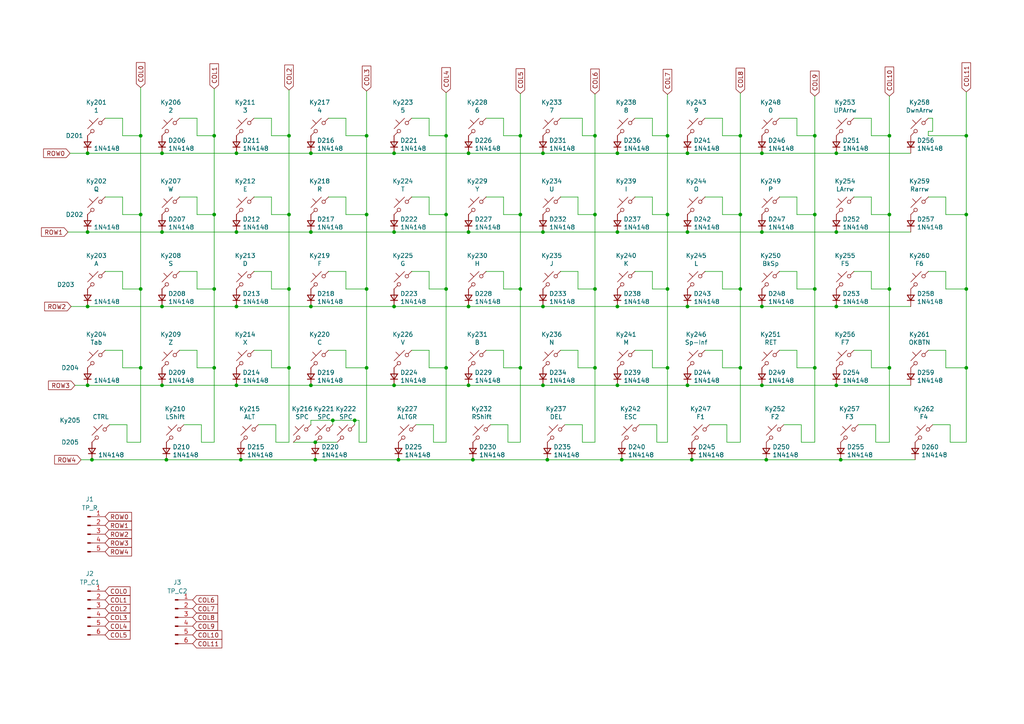
<source format=kicad_sch>
(kicad_sch (version 20211123) (generator eeschema)

  (uuid dff7f8c6-b0f7-44ea-a736-df3ba0310821)

  (paper "A4")

  (lib_symbols
    (symbol "Connector:Conn_01x05_Male" (pin_names (offset 1.016) hide) (in_bom yes) (on_board yes)
      (property "Reference" "J" (id 0) (at 0 7.62 0)
        (effects (font (size 1.27 1.27)))
      )
      (property "Value" "Conn_01x05_Male" (id 1) (at 0 -7.62 0)
        (effects (font (size 1.27 1.27)))
      )
      (property "Footprint" "" (id 2) (at 0 0 0)
        (effects (font (size 1.27 1.27)) hide)
      )
      (property "Datasheet" "~" (id 3) (at 0 0 0)
        (effects (font (size 1.27 1.27)) hide)
      )
      (property "ki_keywords" "connector" (id 4) (at 0 0 0)
        (effects (font (size 1.27 1.27)) hide)
      )
      (property "ki_description" "Generic connector, single row, 01x05, script generated (kicad-library-utils/schlib/autogen/connector/)" (id 5) (at 0 0 0)
        (effects (font (size 1.27 1.27)) hide)
      )
      (property "ki_fp_filters" "Connector*:*_1x??_*" (id 6) (at 0 0 0)
        (effects (font (size 1.27 1.27)) hide)
      )
      (symbol "Conn_01x05_Male_1_1"
        (polyline
          (pts
            (xy 1.27 -5.08)
            (xy 0.8636 -5.08)
          )
          (stroke (width 0.1524) (type default) (color 0 0 0 0))
          (fill (type none))
        )
        (polyline
          (pts
            (xy 1.27 -2.54)
            (xy 0.8636 -2.54)
          )
          (stroke (width 0.1524) (type default) (color 0 0 0 0))
          (fill (type none))
        )
        (polyline
          (pts
            (xy 1.27 0)
            (xy 0.8636 0)
          )
          (stroke (width 0.1524) (type default) (color 0 0 0 0))
          (fill (type none))
        )
        (polyline
          (pts
            (xy 1.27 2.54)
            (xy 0.8636 2.54)
          )
          (stroke (width 0.1524) (type default) (color 0 0 0 0))
          (fill (type none))
        )
        (polyline
          (pts
            (xy 1.27 5.08)
            (xy 0.8636 5.08)
          )
          (stroke (width 0.1524) (type default) (color 0 0 0 0))
          (fill (type none))
        )
        (rectangle (start 0.8636 -4.953) (end 0 -5.207)
          (stroke (width 0.1524) (type default) (color 0 0 0 0))
          (fill (type outline))
        )
        (rectangle (start 0.8636 -2.413) (end 0 -2.667)
          (stroke (width 0.1524) (type default) (color 0 0 0 0))
          (fill (type outline))
        )
        (rectangle (start 0.8636 0.127) (end 0 -0.127)
          (stroke (width 0.1524) (type default) (color 0 0 0 0))
          (fill (type outline))
        )
        (rectangle (start 0.8636 2.667) (end 0 2.413)
          (stroke (width 0.1524) (type default) (color 0 0 0 0))
          (fill (type outline))
        )
        (rectangle (start 0.8636 5.207) (end 0 4.953)
          (stroke (width 0.1524) (type default) (color 0 0 0 0))
          (fill (type outline))
        )
        (pin passive line (at 5.08 5.08 180) (length 3.81)
          (name "Pin_1" (effects (font (size 1.27 1.27))))
          (number "1" (effects (font (size 1.27 1.27))))
        )
        (pin passive line (at 5.08 2.54 180) (length 3.81)
          (name "Pin_2" (effects (font (size 1.27 1.27))))
          (number "2" (effects (font (size 1.27 1.27))))
        )
        (pin passive line (at 5.08 0 180) (length 3.81)
          (name "Pin_3" (effects (font (size 1.27 1.27))))
          (number "3" (effects (font (size 1.27 1.27))))
        )
        (pin passive line (at 5.08 -2.54 180) (length 3.81)
          (name "Pin_4" (effects (font (size 1.27 1.27))))
          (number "4" (effects (font (size 1.27 1.27))))
        )
        (pin passive line (at 5.08 -5.08 180) (length 3.81)
          (name "Pin_5" (effects (font (size 1.27 1.27))))
          (number "5" (effects (font (size 1.27 1.27))))
        )
      )
    )
    (symbol "Connector:Conn_01x06_Male" (pin_names (offset 1.016) hide) (in_bom yes) (on_board yes)
      (property "Reference" "J" (id 0) (at 0 7.62 0)
        (effects (font (size 1.27 1.27)))
      )
      (property "Value" "Conn_01x06_Male" (id 1) (at 0 -10.16 0)
        (effects (font (size 1.27 1.27)))
      )
      (property "Footprint" "" (id 2) (at 0 0 0)
        (effects (font (size 1.27 1.27)) hide)
      )
      (property "Datasheet" "~" (id 3) (at 0 0 0)
        (effects (font (size 1.27 1.27)) hide)
      )
      (property "ki_keywords" "connector" (id 4) (at 0 0 0)
        (effects (font (size 1.27 1.27)) hide)
      )
      (property "ki_description" "Generic connector, single row, 01x06, script generated (kicad-library-utils/schlib/autogen/connector/)" (id 5) (at 0 0 0)
        (effects (font (size 1.27 1.27)) hide)
      )
      (property "ki_fp_filters" "Connector*:*_1x??_*" (id 6) (at 0 0 0)
        (effects (font (size 1.27 1.27)) hide)
      )
      (symbol "Conn_01x06_Male_1_1"
        (polyline
          (pts
            (xy 1.27 -7.62)
            (xy 0.8636 -7.62)
          )
          (stroke (width 0.1524) (type default) (color 0 0 0 0))
          (fill (type none))
        )
        (polyline
          (pts
            (xy 1.27 -5.08)
            (xy 0.8636 -5.08)
          )
          (stroke (width 0.1524) (type default) (color 0 0 0 0))
          (fill (type none))
        )
        (polyline
          (pts
            (xy 1.27 -2.54)
            (xy 0.8636 -2.54)
          )
          (stroke (width 0.1524) (type default) (color 0 0 0 0))
          (fill (type none))
        )
        (polyline
          (pts
            (xy 1.27 0)
            (xy 0.8636 0)
          )
          (stroke (width 0.1524) (type default) (color 0 0 0 0))
          (fill (type none))
        )
        (polyline
          (pts
            (xy 1.27 2.54)
            (xy 0.8636 2.54)
          )
          (stroke (width 0.1524) (type default) (color 0 0 0 0))
          (fill (type none))
        )
        (polyline
          (pts
            (xy 1.27 5.08)
            (xy 0.8636 5.08)
          )
          (stroke (width 0.1524) (type default) (color 0 0 0 0))
          (fill (type none))
        )
        (rectangle (start 0.8636 -7.493) (end 0 -7.747)
          (stroke (width 0.1524) (type default) (color 0 0 0 0))
          (fill (type outline))
        )
        (rectangle (start 0.8636 -4.953) (end 0 -5.207)
          (stroke (width 0.1524) (type default) (color 0 0 0 0))
          (fill (type outline))
        )
        (rectangle (start 0.8636 -2.413) (end 0 -2.667)
          (stroke (width 0.1524) (type default) (color 0 0 0 0))
          (fill (type outline))
        )
        (rectangle (start 0.8636 0.127) (end 0 -0.127)
          (stroke (width 0.1524) (type default) (color 0 0 0 0))
          (fill (type outline))
        )
        (rectangle (start 0.8636 2.667) (end 0 2.413)
          (stroke (width 0.1524) (type default) (color 0 0 0 0))
          (fill (type outline))
        )
        (rectangle (start 0.8636 5.207) (end 0 4.953)
          (stroke (width 0.1524) (type default) (color 0 0 0 0))
          (fill (type outline))
        )
        (pin passive line (at 5.08 5.08 180) (length 3.81)
          (name "Pin_1" (effects (font (size 1.27 1.27))))
          (number "1" (effects (font (size 1.27 1.27))))
        )
        (pin passive line (at 5.08 2.54 180) (length 3.81)
          (name "Pin_2" (effects (font (size 1.27 1.27))))
          (number "2" (effects (font (size 1.27 1.27))))
        )
        (pin passive line (at 5.08 0 180) (length 3.81)
          (name "Pin_3" (effects (font (size 1.27 1.27))))
          (number "3" (effects (font (size 1.27 1.27))))
        )
        (pin passive line (at 5.08 -2.54 180) (length 3.81)
          (name "Pin_4" (effects (font (size 1.27 1.27))))
          (number "4" (effects (font (size 1.27 1.27))))
        )
        (pin passive line (at 5.08 -5.08 180) (length 3.81)
          (name "Pin_5" (effects (font (size 1.27 1.27))))
          (number "5" (effects (font (size 1.27 1.27))))
        )
        (pin passive line (at 5.08 -7.62 180) (length 3.81)
          (name "Pin_6" (effects (font (size 1.27 1.27))))
          (number "6" (effects (font (size 1.27 1.27))))
        )
      )
    )
    (symbol "Device:D_Small" (pin_numbers hide) (pin_names (offset 0.254) hide) (in_bom yes) (on_board yes)
      (property "Reference" "D" (id 0) (at -1.27 2.032 0)
        (effects (font (size 1.27 1.27)) (justify left))
      )
      (property "Value" "D_Small" (id 1) (at -3.81 -2.032 0)
        (effects (font (size 1.27 1.27)) (justify left))
      )
      (property "Footprint" "" (id 2) (at 0 0 90)
        (effects (font (size 1.27 1.27)) hide)
      )
      (property "Datasheet" "~" (id 3) (at 0 0 90)
        (effects (font (size 1.27 1.27)) hide)
      )
      (property "ki_keywords" "diode" (id 4) (at 0 0 0)
        (effects (font (size 1.27 1.27)) hide)
      )
      (property "ki_description" "Diode, small symbol" (id 5) (at 0 0 0)
        (effects (font (size 1.27 1.27)) hide)
      )
      (property "ki_fp_filters" "TO-???* *_Diode_* *SingleDiode* D_*" (id 6) (at 0 0 0)
        (effects (font (size 1.27 1.27)) hide)
      )
      (symbol "D_Small_0_1"
        (polyline
          (pts
            (xy -0.762 -1.016)
            (xy -0.762 1.016)
          )
          (stroke (width 0.254) (type default) (color 0 0 0 0))
          (fill (type none))
        )
        (polyline
          (pts
            (xy -0.762 0)
            (xy 0.762 0)
          )
          (stroke (width 0) (type default) (color 0 0 0 0))
          (fill (type none))
        )
        (polyline
          (pts
            (xy 0.762 -1.016)
            (xy -0.762 0)
            (xy 0.762 1.016)
            (xy 0.762 -1.016)
          )
          (stroke (width 0.254) (type default) (color 0 0 0 0))
          (fill (type none))
        )
      )
      (symbol "D_Small_1_1"
        (pin passive line (at -2.54 0 0) (length 1.778)
          (name "K" (effects (font (size 1.27 1.27))))
          (number "1" (effects (font (size 1.27 1.27))))
        )
        (pin passive line (at 2.54 0 180) (length 1.778)
          (name "A" (effects (font (size 1.27 1.27))))
          (number "2" (effects (font (size 1.27 1.27))))
        )
      )
    )
    (symbol "Switch:SW_Push_45deg" (pin_numbers hide) (pin_names (offset 1.016) hide) (in_bom yes) (on_board yes)
      (property "Reference" "SW" (id 0) (at 3.048 1.016 0)
        (effects (font (size 1.27 1.27)) (justify left))
      )
      (property "Value" "SW_Push_45deg" (id 1) (at 0 -3.81 0)
        (effects (font (size 1.27 1.27)))
      )
      (property "Footprint" "" (id 2) (at 0 0 0)
        (effects (font (size 1.27 1.27)) hide)
      )
      (property "Datasheet" "~" (id 3) (at 0 0 0)
        (effects (font (size 1.27 1.27)) hide)
      )
      (property "ki_keywords" "switch normally-open pushbutton push-button" (id 4) (at 0 0 0)
        (effects (font (size 1.27 1.27)) hide)
      )
      (property "ki_description" "Push button switch, normally open, two pins, 45° tilted" (id 5) (at 0 0 0)
        (effects (font (size 1.27 1.27)) hide)
      )
      (symbol "SW_Push_45deg_0_1"
        (circle (center -1.1684 1.1684) (radius 0.508)
          (stroke (width 0) (type default) (color 0 0 0 0))
          (fill (type none))
        )
        (polyline
          (pts
            (xy -0.508 2.54)
            (xy 2.54 -0.508)
          )
          (stroke (width 0) (type default) (color 0 0 0 0))
          (fill (type none))
        )
        (polyline
          (pts
            (xy 1.016 1.016)
            (xy 2.032 2.032)
          )
          (stroke (width 0) (type default) (color 0 0 0 0))
          (fill (type none))
        )
        (polyline
          (pts
            (xy -2.54 2.54)
            (xy -1.524 1.524)
            (xy -1.524 1.524)
          )
          (stroke (width 0) (type default) (color 0 0 0 0))
          (fill (type none))
        )
        (polyline
          (pts
            (xy 1.524 -1.524)
            (xy 2.54 -2.54)
            (xy 2.54 -2.54)
            (xy 2.54 -2.54)
          )
          (stroke (width 0) (type default) (color 0 0 0 0))
          (fill (type none))
        )
        (circle (center 1.143 -1.1938) (radius 0.508)
          (stroke (width 0) (type default) (color 0 0 0 0))
          (fill (type none))
        )
        (pin passive line (at -2.54 2.54 0) (length 0)
          (name "1" (effects (font (size 1.27 1.27))))
          (number "1" (effects (font (size 1.27 1.27))))
        )
        (pin passive line (at 2.54 -2.54 180) (length 0)
          (name "2" (effects (font (size 1.27 1.27))))
          (number "2" (effects (font (size 1.27 1.27))))
        )
      )
    )
  )

  (junction (at 25.4 67.31) (diameter 0) (color 0 0 0 0)
    (uuid 001f52e6-b365-492f-952d-902ae0cba492)
  )
  (junction (at 220.98 44.45) (diameter 0) (color 0 0 0 0)
    (uuid 00d60c2d-dc10-4c53-9408-37036240b35c)
  )
  (junction (at 150.9268 39.37) (diameter 0) (color 0 0 0 0)
    (uuid 08422b89-0a90-494c-b81f-47ea17c493f7)
  )
  (junction (at 135.89 111.76) (diameter 0) (color 0 0 0 0)
    (uuid 0a562525-dde0-4fb5-88ea-5663ea986de6)
  )
  (junction (at 172.5676 39.37) (diameter 0) (color 0 0 0 0)
    (uuid 0d219f93-0cbd-45d6-a603-0587032c516f)
  )
  (junction (at 115.57 133.35) (diameter 0) (color 0 0 0 0)
    (uuid 106dae79-f920-468d-a2f1-afcc03416ed2)
  )
  (junction (at 157.48 88.9) (diameter 0) (color 0 0 0 0)
    (uuid 11e23964-d821-4f58-b920-9e2f0bfe8330)
  )
  (junction (at 199.39 67.31) (diameter 0) (color 0 0 0 0)
    (uuid 1315321b-f12a-498f-88f1-25a78f799d8d)
  )
  (junction (at 25.4 44.45) (diameter 0) (color 0 0 0 0)
    (uuid 13205c05-5bbb-4308-9cdf-d58e3a376190)
  )
  (junction (at 220.98 67.31) (diameter 0) (color 0 0 0 0)
    (uuid 13c938c4-9480-4291-9985-f54bd9c0e450)
  )
  (junction (at 199.39 111.76) (diameter 0) (color 0 0 0 0)
    (uuid 15fcd9f9-a34b-4cbb-a126-6ce7720cec0b)
  )
  (junction (at 179.07 88.9) (diameter 0) (color 0 0 0 0)
    (uuid 16de3f46-ae57-40ac-961c-d5ecfc587467)
  )
  (junction (at 40.7924 62.23) (diameter 0) (color 0 0 0 0)
    (uuid 180b2cff-ffb6-4cf5-ab06-1d142751f5ca)
  )
  (junction (at 62.1284 39.37) (diameter 0) (color 0 0 0 0)
    (uuid 18d6d9aa-29e8-4694-9ca4-a75f001b8f6b)
  )
  (junction (at 83.82 62.23) (diameter 0) (color 0 0 0 0)
    (uuid 19debea7-64a8-4414-803b-2cb678edfa66)
  )
  (junction (at 135.89 88.9) (diameter 0) (color 0 0 0 0)
    (uuid 1b2b2efc-d014-4668-9c23-c548bf919a5b)
  )
  (junction (at 68.58 44.45) (diameter 0) (color 0 0 0 0)
    (uuid 1c7fff22-ea1c-4c25-b70b-b2dd65189355)
  )
  (junction (at 193.5988 39.37) (diameter 0) (color 0 0 0 0)
    (uuid 1d37dc4b-de72-48ef-9803-35c1434e7ca2)
  )
  (junction (at 25.4 88.9) (diameter 0) (color 0 0 0 0)
    (uuid 213bee16-d40f-4a45-bbcf-0d28ba491dea)
  )
  (junction (at 135.89 67.31) (diameter 0) (color 0 0 0 0)
    (uuid 250ea13f-59f1-43a3-af7a-6a22bb474cf0)
  )
  (junction (at 150.9268 106.68) (diameter 0) (color 0 0 0 0)
    (uuid 2622de05-8261-4df3-a166-951455012509)
  )
  (junction (at 172.5676 62.23) (diameter 0) (color 0 0 0 0)
    (uuid 2a0993fb-4bc5-436d-99cb-743504e01e16)
  )
  (junction (at 46.99 88.9) (diameter 0) (color 0 0 0 0)
    (uuid 2e0cb0b8-a406-4d98-8574-b0b5a21a3d04)
  )
  (junction (at 280.2636 62.23) (diameter 0) (color 0 0 0 0)
    (uuid 3001924f-4739-4a2a-ba12-2c7f46d19340)
  )
  (junction (at 222.25 133.35) (diameter 0) (color 0 0 0 0)
    (uuid 30dd670e-46c8-49fe-960f-6982107ee14e)
  )
  (junction (at 46.99 67.31) (diameter 0) (color 0 0 0 0)
    (uuid 30fb9d89-0d5f-4eef-9552-0a3f9df616a2)
  )
  (junction (at 172.5676 83.82) (diameter 0) (color 0 0 0 0)
    (uuid 319d3e60-9ca3-4730-a1f5-bfdffd08ef41)
  )
  (junction (at 214.7316 106.68) (diameter 0) (color 0 0 0 0)
    (uuid 383e8046-1497-48e2-8206-a0be37c06baa)
  )
  (junction (at 236.3216 83.82) (diameter 0) (color 0 0 0 0)
    (uuid 3bd39cad-6700-46e9-9a9d-9f3ece4cb58f)
  )
  (junction (at 214.7316 62.23) (diameter 0) (color 0 0 0 0)
    (uuid 3c42ae61-7f1a-4548-87c9-b61f1f288265)
  )
  (junction (at 280.2636 39.37) (diameter 0) (color 0 0 0 0)
    (uuid 3dbe7045-38d2-46a4-befb-2214cf9f3c5b)
  )
  (junction (at 96.52 121.92) (diameter 0) (color 0 0 0 0)
    (uuid 3ef901d8-7239-41a5-ae33-04c3e03497f0)
  )
  (junction (at 129.3876 62.23) (diameter 0) (color 0 0 0 0)
    (uuid 4091854a-d840-45b3-a6aa-e2769f503fc8)
  )
  (junction (at 257.9624 106.68) (diameter 0) (color 0 0 0 0)
    (uuid 42295a1c-26e0-4eec-9196-7209781a7346)
  )
  (junction (at 158.75 133.35) (diameter 0) (color 0 0 0 0)
    (uuid 45222299-e6be-45e5-afd3-66dd8834ce51)
  )
  (junction (at 90.17 111.76) (diameter 0) (color 0 0 0 0)
    (uuid 4d0acc9d-9ecd-469e-b384-a5f3c44a03fe)
  )
  (junction (at 214.7316 39.37) (diameter 0) (color 0 0 0 0)
    (uuid 4f5c906d-0b2d-4120-bd98-8a398ab63e8a)
  )
  (junction (at 280.2636 106.68) (diameter 0) (color 0 0 0 0)
    (uuid 50ebff58-0adb-49c3-88e1-a6f7a4b8513f)
  )
  (junction (at 114.3 44.45) (diameter 0) (color 0 0 0 0)
    (uuid 519fe3e3-9d08-4a2f-ab35-ba5be08d32d9)
  )
  (junction (at 129.3876 106.68) (diameter 0) (color 0 0 0 0)
    (uuid 57f8bfed-fc3d-4fae-9bc3-506b5c09cb32)
  )
  (junction (at 129.3876 39.37) (diameter 0) (color 0 0 0 0)
    (uuid 5eccca24-9c36-49f9-b9c5-0a2cd9325ec3)
  )
  (junction (at 129.3876 83.82) (diameter 0) (color 0 0 0 0)
    (uuid 5ecd2989-7868-4abf-a79d-13fb49caffe3)
  )
  (junction (at 214.7316 83.82) (diameter 0) (color 0 0 0 0)
    (uuid 5fcc272f-504b-4fad-a9bc-f0f3e5dd0e0a)
  )
  (junction (at 172.5676 106.68) (diameter 0) (color 0 0 0 0)
    (uuid 605d111c-e460-4c50-89f1-f96470438e2a)
  )
  (junction (at 114.3 88.9) (diameter 0) (color 0 0 0 0)
    (uuid 60ac6236-6efd-4790-b5a1-2158a668e594)
  )
  (junction (at 68.58 67.31) (diameter 0) (color 0 0 0 0)
    (uuid 673e1838-6751-4c9d-aaca-488b5d70ddea)
  )
  (junction (at 90.17 44.45) (diameter 0) (color 0 0 0 0)
    (uuid 67860b53-aa87-4c54-bcc6-c386b1d50770)
  )
  (junction (at 157.48 67.31) (diameter 0) (color 0 0 0 0)
    (uuid 69aff081-d4ec-4884-801e-2e635efd9e4f)
  )
  (junction (at 114.3 67.31) (diameter 0) (color 0 0 0 0)
    (uuid 70277f8b-73a3-4c33-ace9-a01199dcd3b2)
  )
  (junction (at 90.17 67.31) (diameter 0) (color 0 0 0 0)
    (uuid 72dc2330-7694-47af-849b-847b4253997c)
  )
  (junction (at 83.82 83.82) (diameter 0) (color 0 0 0 0)
    (uuid 760706ef-9124-4d63-8c2f-76465a9c864d)
  )
  (junction (at 199.39 44.45) (diameter 0) (color 0 0 0 0)
    (uuid 7671b0cf-7d4e-46d1-a68d-ea1f8a89f42b)
  )
  (junction (at 179.07 44.45) (diameter 0) (color 0 0 0 0)
    (uuid 7ae0e5a6-aa21-499e-9334-acfa43daf76f)
  )
  (junction (at 40.7924 106.68) (diameter 0) (color 0 0 0 0)
    (uuid 816398ca-0154-421b-8637-de4651498846)
  )
  (junction (at 193.5988 62.23) (diameter 0) (color 0 0 0 0)
    (uuid 81919f76-6655-4098-aeba-7339b2528458)
  )
  (junction (at 62.1284 83.82) (diameter 0) (color 0 0 0 0)
    (uuid 81a9d8f2-90df-4662-87a4-913d2392bbf2)
  )
  (junction (at 68.58 111.76) (diameter 0) (color 0 0 0 0)
    (uuid 87174f01-482e-4482-ba82-0d35698f5c82)
  )
  (junction (at 257.9624 39.37) (diameter 0) (color 0 0 0 0)
    (uuid 889204d2-64c1-4a86-b18c-1e1acda7b70d)
  )
  (junction (at 106.3244 106.68) (diameter 0) (color 0 0 0 0)
    (uuid 8906219a-ffeb-4314-a1f3-fef09075c5f1)
  )
  (junction (at 242.57 111.76) (diameter 0) (color 0 0 0 0)
    (uuid 8cb68e29-34bd-4879-8f18-4011955f036f)
  )
  (junction (at 157.48 44.45) (diameter 0) (color 0 0 0 0)
    (uuid 96e1daa3-2028-4a5c-a1b4-6bc26aa39701)
  )
  (junction (at 102.87 121.92) (diameter 0) (color 0 0 0 0)
    (uuid 97a04d2b-1bbf-4e38-9f22-4169335c77f1)
  )
  (junction (at 242.57 88.9) (diameter 0) (color 0 0 0 0)
    (uuid 9b9c436f-9eb1-4060-9c48-f27caaea298b)
  )
  (junction (at 40.7924 83.82) (diameter 0) (color 0 0 0 0)
    (uuid 9d8de351-b5b5-41c9-921e-80e80154f1ec)
  )
  (junction (at 91.44 128.27) (diameter 0) (color 0 0 0 0)
    (uuid 9f5ad7b4-9f97-48e1-a71f-22b4b6292783)
  )
  (junction (at 220.98 88.9) (diameter 0) (color 0 0 0 0)
    (uuid 9f9c9d2d-c349-457e-b4bd-36b6a92c6b03)
  )
  (junction (at 90.17 88.9) (diameter 0) (color 0 0 0 0)
    (uuid 9fa032c2-92ce-4827-9762-e1aa9c62aa90)
  )
  (junction (at 62.1284 62.23) (diameter 0) (color 0 0 0 0)
    (uuid 9fe7ce43-0eca-44be-959f-22bb4c451c12)
  )
  (junction (at 83.82 106.68) (diameter 0) (color 0 0 0 0)
    (uuid 9ff4119b-8169-4805-a4bc-abdf1b6c2f75)
  )
  (junction (at 193.5988 83.82) (diameter 0) (color 0 0 0 0)
    (uuid a17da012-f425-48b3-bbdd-47fb2a1bab41)
  )
  (junction (at 257.9624 62.23) (diameter 0) (color 0 0 0 0)
    (uuid a2169a10-1f30-4785-a2c8-08bcf537d244)
  )
  (junction (at 62.1284 106.68) (diameter 0) (color 0 0 0 0)
    (uuid a3915f8c-94d3-4b90-933f-0b81b111d484)
  )
  (junction (at 157.48 111.76) (diameter 0) (color 0 0 0 0)
    (uuid a621ecbf-c7e4-49a4-b95c-4dffaf41a4e9)
  )
  (junction (at 193.5988 106.68) (diameter 0) (color 0 0 0 0)
    (uuid ab4f0895-fcd3-4201-8830-37e4f0debf0f)
  )
  (junction (at 68.58 88.9) (diameter 0) (color 0 0 0 0)
    (uuid b02fdb65-f492-4355-b47e-715f583848fe)
  )
  (junction (at 40.7924 39.37) (diameter 0) (color 0 0 0 0)
    (uuid b5a5f148-207c-4694-b736-fbef86ff70a1)
  )
  (junction (at 106.3244 39.37) (diameter 0) (color 0 0 0 0)
    (uuid b67dc382-00d6-456e-83dd-101d3ae37f56)
  )
  (junction (at 69.85 133.35) (diameter 0) (color 0 0 0 0)
    (uuid b6d9f706-6f39-49de-9d79-31a8aec0d832)
  )
  (junction (at 280.2636 83.82) (diameter 0) (color 0 0 0 0)
    (uuid b854caaf-08ff-49c3-82a7-c037b2e7eccc)
  )
  (junction (at 236.3216 106.68) (diameter 0) (color 0 0 0 0)
    (uuid ba68d360-6023-4521-bd44-ccea57092919)
  )
  (junction (at 257.9624 83.82) (diameter 0) (color 0 0 0 0)
    (uuid bb9ac113-7590-48e4-bb31-ea9b3c458f2e)
  )
  (junction (at 243.84 133.35) (diameter 0) (color 0 0 0 0)
    (uuid bd067e14-3a1c-4116-8798-9d4e0845c9bf)
  )
  (junction (at 150.9268 83.82) (diameter 0) (color 0 0 0 0)
    (uuid bde97d3e-00cb-492c-96b1-60c9771f6614)
  )
  (junction (at 137.16 133.35) (diameter 0) (color 0 0 0 0)
    (uuid cb1e5e13-3f69-4bc0-bf00-f2b73929a310)
  )
  (junction (at 135.89 44.45) (diameter 0) (color 0 0 0 0)
    (uuid cb37b3db-408d-47be-b04a-b3728dfb0860)
  )
  (junction (at 242.57 67.31) (diameter 0) (color 0 0 0 0)
    (uuid cc07e78c-96e6-4bd6-9d75-d45f6be148b9)
  )
  (junction (at 25.4 111.76) (diameter 0) (color 0 0 0 0)
    (uuid d1bd2951-ef5a-409f-9528-95140907460d)
  )
  (junction (at 91.44 133.35) (diameter 0) (color 0 0 0 0)
    (uuid d685366a-17f0-4359-9c79-f827a5c7efea)
  )
  (junction (at 236.3216 39.37) (diameter 0) (color 0 0 0 0)
    (uuid dde16121-41f5-498e-ab5a-dc1df587511c)
  )
  (junction (at 46.99 44.45) (diameter 0) (color 0 0 0 0)
    (uuid e13dc2ce-5cc4-4720-a204-3d62fd11a58f)
  )
  (junction (at 46.99 111.76) (diameter 0) (color 0 0 0 0)
    (uuid e14dfafc-6581-4851-a55a-2ce2daa6cb21)
  )
  (junction (at 236.3216 62.23) (diameter 0) (color 0 0 0 0)
    (uuid e6ecaf25-70a6-45b4-a0d9-e8f2e936d1cc)
  )
  (junction (at 179.07 67.31) (diameter 0) (color 0 0 0 0)
    (uuid e94efaf3-7e31-4e75-9bf9-b602e2d9c3cc)
  )
  (junction (at 106.3244 83.82) (diameter 0) (color 0 0 0 0)
    (uuid e963e0ca-294f-4989-a8da-48feb79229b9)
  )
  (junction (at 48.26 133.35) (diameter 0) (color 0 0 0 0)
    (uuid eab385e9-b2fc-4d73-9d68-35b8176e8b43)
  )
  (junction (at 179.07 111.76) (diameter 0) (color 0 0 0 0)
    (uuid eac502c2-c838-4cf6-81f7-0808a96fe564)
  )
  (junction (at 26.67 133.35) (diameter 0) (color 0 0 0 0)
    (uuid ed0717b0-be81-4bb2-a7d8-aca43698ac8e)
  )
  (junction (at 220.98 111.76) (diameter 0) (color 0 0 0 0)
    (uuid edf22359-0bf1-4ae6-8397-c6aea5cbc7b4)
  )
  (junction (at 83.82 39.37) (diameter 0) (color 0 0 0 0)
    (uuid eeee7f56-dfa1-45b2-b6d3-805bcef52bb3)
  )
  (junction (at 150.9268 62.23) (diameter 0) (color 0 0 0 0)
    (uuid ef830dbb-8aa2-456f-b6c6-fb43531cf554)
  )
  (junction (at 114.3 111.76) (diameter 0) (color 0 0 0 0)
    (uuid f5df2137-6098-4fa4-b65c-007576e34ccd)
  )
  (junction (at 106.3244 62.23) (diameter 0) (color 0 0 0 0)
    (uuid f73ec512-8d2f-42b7-8566-dffe8a9c24bf)
  )
  (junction (at 242.57 44.45) (diameter 0) (color 0 0 0 0)
    (uuid f7c1fa3d-661e-45b6-b4fb-c55bac26c677)
  )
  (junction (at 200.66 133.35) (diameter 0) (color 0 0 0 0)
    (uuid fd3977f2-7e5b-4778-829b-a4f738d736e2)
  )
  (junction (at 180.34 133.35) (diameter 0) (color 0 0 0 0)
    (uuid fdc914a3-a769-4638-bada-2ac8e713fb1f)
  )
  (junction (at 199.39 88.9) (diameter 0) (color 0 0 0 0)
    (uuid ff436c10-7ae2-478f-896f-eb2ec5a84718)
  )

  (wire (pts (xy 252.73 83.82) (xy 257.9624 83.82))
    (stroke (width 0) (type default) (color 0 0 0 0))
    (uuid 0035b81b-7d1d-42a1-8366-b8eb9de2d9cc)
  )
  (wire (pts (xy 226.06 78.74) (xy 231.14 78.74))
    (stroke (width 0) (type default) (color 0 0 0 0))
    (uuid 0124d1d3-cab2-414c-9b3a-2b3939dddebb)
  )
  (wire (pts (xy 78.74 34.29) (xy 78.74 39.37))
    (stroke (width 0) (type default) (color 0 0 0 0))
    (uuid 0183e9e7-e817-4f5b-a82e-297c18aed373)
  )
  (wire (pts (xy 104.14 128.27) (xy 106.3244 128.27))
    (stroke (width 0) (type default) (color 0 0 0 0))
    (uuid 0202808a-8636-4457-9bb2-e5d8e82b6645)
  )
  (wire (pts (xy 189.23 101.6) (xy 189.23 106.68))
    (stroke (width 0) (type default) (color 0 0 0 0))
    (uuid 0482ad12-4ee7-4226-8b0a-f66dd4b92d8d)
  )
  (wire (pts (xy 135.89 44.45) (xy 114.3 44.45))
    (stroke (width 0) (type default) (color 0 0 0 0))
    (uuid 05ba1079-9bf7-475a-a371-a880399a6886)
  )
  (wire (pts (xy 100.33 62.23) (xy 100.33 57.15))
    (stroke (width 0) (type default) (color 0 0 0 0))
    (uuid 05fd6c88-3467-4ae9-b074-673f92555fc8)
  )
  (wire (pts (xy 68.58 44.45) (xy 46.99 44.45))
    (stroke (width 0) (type default) (color 0 0 0 0))
    (uuid 069757c3-1cbf-4562-98b0-624d8f95c0a7)
  )
  (wire (pts (xy 252.73 106.68) (xy 257.9624 106.68))
    (stroke (width 0) (type default) (color 0 0 0 0))
    (uuid 06a2f07b-2834-4100-8dc8-e448e6900282)
  )
  (wire (pts (xy 106.3244 128.27) (xy 106.3244 106.68))
    (stroke (width 0) (type default) (color 0 0 0 0))
    (uuid 06fb9203-a6b1-46df-a1ea-05440a47a797)
  )
  (wire (pts (xy 96.52 123.19) (xy 96.52 121.92))
    (stroke (width 0) (type default) (color 0 0 0 0))
    (uuid 07979be4-1eaf-428a-8ee7-305c005da0af)
  )
  (wire (pts (xy 236.3216 39.37) (xy 236.3216 62.23))
    (stroke (width 0) (type default) (color 0 0 0 0))
    (uuid 080f3cb4-f1ff-481b-89f0-530e042cc868)
  )
  (wire (pts (xy 46.99 88.9) (xy 25.4 88.9))
    (stroke (width 0) (type default) (color 0 0 0 0))
    (uuid 087e96d7-26dd-47c0-9bfe-ed90203b8a6a)
  )
  (wire (pts (xy 73.66 57.15) (xy 78.74 57.15))
    (stroke (width 0) (type default) (color 0 0 0 0))
    (uuid 08a75580-f62e-405c-94ec-895de4531227)
  )
  (wire (pts (xy 35.56 62.23) (xy 35.56 57.15))
    (stroke (width 0) (type default) (color 0 0 0 0))
    (uuid 08e27b31-a93c-4abd-91f4-651031c0bf87)
  )
  (wire (pts (xy 91.44 133.35) (xy 69.85 133.35))
    (stroke (width 0) (type default) (color 0 0 0 0))
    (uuid 098b7311-6e39-44ab-9edd-66835a0cab9a)
  )
  (wire (pts (xy 104.14 121.92) (xy 104.14 128.27))
    (stroke (width 0) (type default) (color 0 0 0 0))
    (uuid 09c290f3-e058-42a5-a5cf-ba3001554616)
  )
  (wire (pts (xy 257.9624 39.37) (xy 257.9624 27.8892))
    (stroke (width 0) (type default) (color 0 0 0 0))
    (uuid 09c29955-2fad-4098-b284-99e2955f83ee)
  )
  (wire (pts (xy 193.5988 128.27) (xy 193.5988 106.68))
    (stroke (width 0) (type default) (color 0 0 0 0))
    (uuid 0abfc8ca-7611-4759-8d30-aa481c514bde)
  )
  (wire (pts (xy 199.39 88.9) (xy 179.07 88.9))
    (stroke (width 0) (type default) (color 0 0 0 0))
    (uuid 0ac928c5-8731-4b09-9b76-3de9ac80ba46)
  )
  (wire (pts (xy 179.07 111.76) (xy 157.48 111.76))
    (stroke (width 0) (type default) (color 0 0 0 0))
    (uuid 0b4be566-5cf3-49fa-999b-fefcf5cdcd56)
  )
  (wire (pts (xy 162.56 101.6) (xy 167.64 101.6))
    (stroke (width 0) (type default) (color 0 0 0 0))
    (uuid 0b9396c2-bced-424e-b90e-4eea403e6d13)
  )
  (wire (pts (xy 274.32 106.68) (xy 280.2636 106.68))
    (stroke (width 0) (type default) (color 0 0 0 0))
    (uuid 0cd8edbd-a7ba-4b6b-a751-658dc2d30466)
  )
  (wire (pts (xy 124.46 83.82) (xy 129.3876 83.82))
    (stroke (width 0) (type default) (color 0 0 0 0))
    (uuid 0d1a3182-5455-4dac-a9f4-ffe87054ac4f)
  )
  (wire (pts (xy 35.56 106.68) (xy 40.7924 106.68))
    (stroke (width 0) (type default) (color 0 0 0 0))
    (uuid 0d9a7dde-e937-44c3-95ca-3f33e452e917)
  )
  (wire (pts (xy 231.14 57.15) (xy 231.14 62.23))
    (stroke (width 0) (type default) (color 0 0 0 0))
    (uuid 0dd26f11-e503-46bf-9c87-01927c13d9bd)
  )
  (wire (pts (xy 193.5988 62.23) (xy 193.5988 39.37))
    (stroke (width 0) (type default) (color 0 0 0 0))
    (uuid 0ecd8727-7d9f-43e5-92a3-b3fb1d3f1147)
  )
  (wire (pts (xy 257.9624 83.82) (xy 257.9624 62.23))
    (stroke (width 0) (type default) (color 0 0 0 0))
    (uuid 0f754063-c67a-4a68-94e4-4f6141a1afe3)
  )
  (wire (pts (xy 96.52 121.92) (xy 102.87 121.92))
    (stroke (width 0) (type default) (color 0 0 0 0))
    (uuid 1085907a-770a-429e-8fd9-b514355a5cc1)
  )
  (wire (pts (xy 274.32 83.82) (xy 280.2636 83.82))
    (stroke (width 0) (type default) (color 0 0 0 0))
    (uuid 10c48e3e-b9fd-4297-824c-662cb35d4302)
  )
  (wire (pts (xy 227.33 123.19) (xy 232.41 123.19))
    (stroke (width 0) (type default) (color 0 0 0 0))
    (uuid 11192f80-2056-4c5e-8196-217e2c7629f1)
  )
  (wire (pts (xy 100.33 62.23) (xy 106.3244 62.23))
    (stroke (width 0) (type default) (color 0 0 0 0))
    (uuid 128cf07b-b4a1-4387-a056-0e6b9b61e880)
  )
  (wire (pts (xy 58.42 128.27) (xy 62.1284 128.27))
    (stroke (width 0) (type default) (color 0 0 0 0))
    (uuid 1298457c-de87-43dc-bca1-152f9c552029)
  )
  (wire (pts (xy 270.51 123.19) (xy 275.59 123.19))
    (stroke (width 0) (type default) (color 0 0 0 0))
    (uuid 13831e98-1081-4a89-86ca-6cf78e1f06d3)
  )
  (wire (pts (xy 264.16 44.45) (xy 242.57 44.45))
    (stroke (width 0) (type default) (color 0 0 0 0))
    (uuid 13e59b7f-370e-4623-be48-d7f8a6659d6b)
  )
  (wire (pts (xy 57.15 106.68) (xy 62.1284 106.68))
    (stroke (width 0) (type default) (color 0 0 0 0))
    (uuid 14d84d01-f875-4197-a425-2eeca1e7e33d)
  )
  (wire (pts (xy 269.24 39.37) (xy 280.2636 39.37))
    (stroke (width 0) (type default) (color 0 0 0 0))
    (uuid 1567cdcd-4705-4188-b8e3-7748c61f9079)
  )
  (wire (pts (xy 40.7924 39.37) (xy 40.7924 25.4))
    (stroke (width 0) (type default) (color 0 0 0 0))
    (uuid 15e062de-3e8a-4ce5-8198-0095fe6841e0)
  )
  (wire (pts (xy 140.97 34.29) (xy 146.05 34.29))
    (stroke (width 0) (type default) (color 0 0 0 0))
    (uuid 16fee93f-0376-4701-a3d1-1acc4674cfdd)
  )
  (wire (pts (xy 209.55 57.15) (xy 209.55 62.23))
    (stroke (width 0) (type default) (color 0 0 0 0))
    (uuid 172e029d-3f5a-4959-adde-9a2f55dfdfac)
  )
  (wire (pts (xy 247.65 101.6) (xy 252.73 101.6))
    (stroke (width 0) (type default) (color 0 0 0 0))
    (uuid 17611a6f-483a-4ae6-8f02-e2e73a410631)
  )
  (wire (pts (xy 226.06 57.15) (xy 231.14 57.15))
    (stroke (width 0) (type default) (color 0 0 0 0))
    (uuid 1884d75e-3bfd-426e-a105-6ee8d1a57078)
  )
  (wire (pts (xy 57.15 101.6) (xy 57.15 106.68))
    (stroke (width 0) (type default) (color 0 0 0 0))
    (uuid 189ce70d-9a9e-459e-abf3-6670ab064131)
  )
  (wire (pts (xy 257.9624 128.27) (xy 257.9624 106.68))
    (stroke (width 0) (type default) (color 0 0 0 0))
    (uuid 18f211c3-4eef-4e44-ab38-255c3bacb7b4)
  )
  (wire (pts (xy 157.48 111.76) (xy 135.89 111.76))
    (stroke (width 0) (type default) (color 0 0 0 0))
    (uuid 19b2cf55-f8de-48cb-a3ff-771dbd100cbb)
  )
  (wire (pts (xy 231.14 62.23) (xy 236.3216 62.23))
    (stroke (width 0) (type default) (color 0 0 0 0))
    (uuid 1a9b3f88-08de-4369-8d13-10fc8ef75a3a)
  )
  (wire (pts (xy 172.5676 106.68) (xy 172.5676 83.82))
    (stroke (width 0) (type default) (color 0 0 0 0))
    (uuid 1acf59ab-6632-4d6e-ab5e-44b9f86002b0)
  )
  (wire (pts (xy 124.46 39.37) (xy 129.3876 39.37))
    (stroke (width 0) (type default) (color 0 0 0 0))
    (uuid 1afabdb1-95ec-4145-8369-1732962fc6d7)
  )
  (wire (pts (xy 179.07 88.9) (xy 157.48 88.9))
    (stroke (width 0) (type default) (color 0 0 0 0))
    (uuid 1b00d6a2-2ea1-4aa4-b2d7-2ec69244daaf)
  )
  (wire (pts (xy 129.3876 39.37) (xy 129.3876 26.8732))
    (stroke (width 0) (type default) (color 0 0 0 0))
    (uuid 1dc69adf-6012-4bfb-8f6b-337cfa1455be)
  )
  (wire (pts (xy 90.17 88.9) (xy 68.58 88.9))
    (stroke (width 0) (type default) (color 0 0 0 0))
    (uuid 1de23bd9-8796-42e4-b9c5-9034132c6d2a)
  )
  (wire (pts (xy 162.56 78.74) (xy 167.64 78.74))
    (stroke (width 0) (type default) (color 0 0 0 0))
    (uuid 1e0b0f35-ba92-41b0-8204-2298cee0a15e)
  )
  (wire (pts (xy 204.47 57.15) (xy 209.55 57.15))
    (stroke (width 0) (type default) (color 0 0 0 0))
    (uuid 1f70262a-b1b6-4be7-97f8-cbc5ae54d043)
  )
  (wire (pts (xy 100.33 78.74) (xy 100.33 83.82))
    (stroke (width 0) (type default) (color 0 0 0 0))
    (uuid 20730704-5dc5-451d-9079-d2508ed8ab06)
  )
  (wire (pts (xy 90.17 121.92) (xy 96.52 121.92))
    (stroke (width 0) (type default) (color 0 0 0 0))
    (uuid 20b968f7-1a46-4d29-b7d7-e11044586765)
  )
  (wire (pts (xy 114.3 111.76) (xy 90.17 111.76))
    (stroke (width 0) (type default) (color 0 0 0 0))
    (uuid 20e8c954-3fb8-4761-bd27-dc9a666598b7)
  )
  (wire (pts (xy 231.14 78.74) (xy 231.14 83.82))
    (stroke (width 0) (type default) (color 0 0 0 0))
    (uuid 219ad726-e56a-454d-a439-e14192005ad6)
  )
  (wire (pts (xy 168.91 123.19) (xy 168.91 128.27))
    (stroke (width 0) (type default) (color 0 0 0 0))
    (uuid 225d6cf6-e76d-4a22-bdb4-f339666bd6f2)
  )
  (wire (pts (xy 185.42 123.19) (xy 190.5 123.19))
    (stroke (width 0) (type default) (color 0 0 0 0))
    (uuid 24333949-33df-4e1e-a36b-039c77354a4d)
  )
  (wire (pts (xy 57.15 57.15) (xy 52.07 57.15))
    (stroke (width 0) (type default) (color 0 0 0 0))
    (uuid 24695112-5ccb-4788-97a7-654b049d00b8)
  )
  (wire (pts (xy 236.3216 27.8892) (xy 236.3216 39.37))
    (stroke (width 0) (type default) (color 0 0 0 0))
    (uuid 25ee1cf7-03bf-4f22-a9b7-96912c8e1062)
  )
  (wire (pts (xy 25.4 111.76) (xy 21.7424 111.76))
    (stroke (width 0) (type default) (color 0 0 0 0))
    (uuid 26067785-3b6d-4484-b179-430b7aa19689)
  )
  (wire (pts (xy 80.01 123.19) (xy 80.01 128.27))
    (stroke (width 0) (type default) (color 0 0 0 0))
    (uuid 2769946f-b322-4c89-9b2a-d5bc02fa287e)
  )
  (wire (pts (xy 280.2636 62.23) (xy 280.2636 39.37))
    (stroke (width 0) (type default) (color 0 0 0 0))
    (uuid 283c46a2-1697-40e2-9cf4-e8eaacc5375a)
  )
  (wire (pts (xy 220.98 67.31) (xy 199.39 67.31))
    (stroke (width 0) (type default) (color 0 0 0 0))
    (uuid 28c0ce83-9011-472b-bb41-1995d6532948)
  )
  (wire (pts (xy 129.3876 128.27) (xy 129.3876 106.68))
    (stroke (width 0) (type default) (color 0 0 0 0))
    (uuid 2b3ffc15-e797-4b88-baf8-b5b35d691c0d)
  )
  (wire (pts (xy 209.55 62.23) (xy 214.7316 62.23))
    (stroke (width 0) (type default) (color 0 0 0 0))
    (uuid 2b5f6a07-13a2-4001-a1fd-5ac96bf5104a)
  )
  (wire (pts (xy 35.56 83.82) (xy 40.7924 83.82))
    (stroke (width 0) (type default) (color 0 0 0 0))
    (uuid 2c62a9eb-cbaa-4aa0-b319-ad37c1b30c29)
  )
  (wire (pts (xy 137.16 133.35) (xy 115.57 133.35))
    (stroke (width 0) (type default) (color 0 0 0 0))
    (uuid 2fae7387-2ab4-4119-9251-aaa299dfa4c1)
  )
  (wire (pts (xy 90.17 67.31) (xy 68.58 67.31))
    (stroke (width 0) (type default) (color 0 0 0 0))
    (uuid 3238a70d-9509-4764-bddb-b2d8ea5e2f13)
  )
  (wire (pts (xy 73.66 101.6) (xy 78.74 101.6))
    (stroke (width 0) (type default) (color 0 0 0 0))
    (uuid 342a4274-ef3e-4906-973b-888f4a490e15)
  )
  (wire (pts (xy 100.33 106.68) (xy 106.3244 106.68))
    (stroke (width 0) (type default) (color 0 0 0 0))
    (uuid 35ed8ea6-f22d-420d-9d28-355d0bd58c6c)
  )
  (wire (pts (xy 270.51 34.29) (xy 269.24 34.29))
    (stroke (width 0) (type default) (color 0 0 0 0))
    (uuid 36e8a7e9-07ac-4aba-8475-d7321d7d1341)
  )
  (wire (pts (xy 231.14 106.68) (xy 236.3216 106.68))
    (stroke (width 0) (type default) (color 0 0 0 0))
    (uuid 37a40648-5b25-4991-8839-65d5e567d576)
  )
  (wire (pts (xy 204.47 34.29) (xy 209.55 34.29))
    (stroke (width 0) (type default) (color 0 0 0 0))
    (uuid 37afaa26-9a21-4e5c-a75d-7c8b722408f8)
  )
  (wire (pts (xy 280.2636 128.27) (xy 280.2636 106.68))
    (stroke (width 0) (type default) (color 0 0 0 0))
    (uuid 382e2916-a324-4de4-9536-561247f99e4b)
  )
  (wire (pts (xy 252.73 101.6) (xy 252.73 106.68))
    (stroke (width 0) (type default) (color 0 0 0 0))
    (uuid 385b65ed-1ae8-47ef-84e2-ef64e8ad1b96)
  )
  (wire (pts (xy 232.41 128.27) (xy 236.3216 128.27))
    (stroke (width 0) (type default) (color 0 0 0 0))
    (uuid 3901d574-f561-47dc-a8db-f8de47a56b25)
  )
  (wire (pts (xy 83.82 83.82) (xy 83.82 62.23))
    (stroke (width 0) (type default) (color 0 0 0 0))
    (uuid 39a4b9ca-8be9-4cfa-ba50-b46253476ecf)
  )
  (wire (pts (xy 62.1284 62.23) (xy 62.1284 83.82))
    (stroke (width 0) (type default) (color 0 0 0 0))
    (uuid 3b0a81fe-91ae-4830-a186-36e66c14ce99)
  )
  (wire (pts (xy 35.56 57.15) (xy 30.48 57.15))
    (stroke (width 0) (type default) (color 0 0 0 0))
    (uuid 3bd5bdc8-33c8-4856-8d9d-f6613dec1462)
  )
  (wire (pts (xy 83.82 106.68) (xy 83.82 128.27))
    (stroke (width 0) (type default) (color 0 0 0 0))
    (uuid 3c35ffe2-bca4-4ee5-a56b-2790afaf1882)
  )
  (wire (pts (xy 150.9268 128.27) (xy 150.9268 106.68))
    (stroke (width 0) (type default) (color 0 0 0 0))
    (uuid 3cf6ee6e-9942-4d57-8d17-e30880947024)
  )
  (wire (pts (xy 83.82 83.82) (xy 83.82 106.68))
    (stroke (width 0) (type default) (color 0 0 0 0))
    (uuid 3e137cd4-d7ab-48ba-9155-cbb479cfe95f)
  )
  (wire (pts (xy 95.25 101.6) (xy 100.33 101.6))
    (stroke (width 0) (type default) (color 0 0 0 0))
    (uuid 402f8a84-5d11-4940-bb84-70a806ab32f7)
  )
  (wire (pts (xy 254 128.27) (xy 257.9624 128.27))
    (stroke (width 0) (type default) (color 0 0 0 0))
    (uuid 40756e19-57c3-49a6-b50f-edc30ed0ab23)
  )
  (wire (pts (xy 280.2636 83.82) (xy 280.2636 62.23))
    (stroke (width 0) (type default) (color 0 0 0 0))
    (uuid 40dab5f1-4f45-4817-b1e3-fa67249c1ed4)
  )
  (wire (pts (xy 25.4 44.45) (xy 46.99 44.45))
    (stroke (width 0) (type default) (color 0 0 0 0))
    (uuid 40f21312-774a-423e-88b8-c6ea9d1d9b2c)
  )
  (wire (pts (xy 269.24 39.37) (xy 269.24 38.1))
    (stroke (width 0) (type default) (color 0 0 0 0))
    (uuid 4225fe5e-82af-469a-82a2-ab739cd13f11)
  )
  (wire (pts (xy 189.23 39.37) (xy 189.23 34.29))
    (stroke (width 0) (type default) (color 0 0 0 0))
    (uuid 44520008-4a0e-4a04-8f7e-be951920c036)
  )
  (wire (pts (xy 74.93 123.19) (xy 80.01 123.19))
    (stroke (width 0) (type default) (color 0 0 0 0))
    (uuid 44af4863-6f28-4fa1-9c77-d3a38d3330b2)
  )
  (wire (pts (xy 168.91 128.27) (xy 172.5676 128.27))
    (stroke (width 0) (type default) (color 0 0 0 0))
    (uuid 486d71b9-363e-4667-a08a-239d14bf1b37)
  )
  (wire (pts (xy 252.73 62.23) (xy 257.9624 62.23))
    (stroke (width 0) (type default) (color 0 0 0 0))
    (uuid 48abf016-fc4e-4346-a015-4443a637fd2f)
  )
  (wire (pts (xy 68.58 111.76) (xy 46.99 111.76))
    (stroke (width 0) (type default) (color 0 0 0 0))
    (uuid 48f99bb2-441f-477c-ba4c-250b3a7e1280)
  )
  (wire (pts (xy 167.64 62.23) (xy 172.5676 62.23))
    (stroke (width 0) (type default) (color 0 0 0 0))
    (uuid 495c77f0-bed2-4fe6-a4c6-e97533ee9481)
  )
  (wire (pts (xy 57.15 62.23) (xy 62.1284 62.23))
    (stroke (width 0) (type default) (color 0 0 0 0))
    (uuid 4a3d8722-17c3-4ee9-bf96-82fb4010d50d)
  )
  (wire (pts (xy 90.17 111.76) (xy 68.58 111.76))
    (stroke (width 0) (type default) (color 0 0 0 0))
    (uuid 4b51fa9e-117e-40ce-a1cf-457085ab9404)
  )
  (wire (pts (xy 119.38 34.29) (xy 124.46 34.29))
    (stroke (width 0) (type default) (color 0 0 0 0))
    (uuid 4bbf080a-a8ca-40d8-ad9d-a83d726154c6)
  )
  (wire (pts (xy 184.15 101.6) (xy 189.23 101.6))
    (stroke (width 0) (type default) (color 0 0 0 0))
    (uuid 4c82c847-87b9-40fe-ab94-0dca4e16c73e)
  )
  (wire (pts (xy 236.3216 106.68) (xy 236.3216 128.27))
    (stroke (width 0) (type default) (color 0 0 0 0))
    (uuid 4d377446-24b5-4904-9294-c09073e5ee61)
  )
  (wire (pts (xy 199.39 67.31) (xy 179.07 67.31))
    (stroke (width 0) (type default) (color 0 0 0 0))
    (uuid 5020a4e8-7a0b-49ec-aa6d-eeb999865c1a)
  )
  (wire (pts (xy 25.4 67.31) (xy 19.7104 67.31))
    (stroke (width 0) (type default) (color 0 0 0 0))
    (uuid 50c13fa4-ac84-4a64-89b1-e8ac758805a2)
  )
  (wire (pts (xy 167.64 57.15) (xy 167.64 62.23))
    (stroke (width 0) (type default) (color 0 0 0 0))
    (uuid 510ac486-da58-4327-b116-18190daa7ea9)
  )
  (wire (pts (xy 46.99 67.31) (xy 25.4 67.31))
    (stroke (width 0) (type default) (color 0 0 0 0))
    (uuid 552bac50-56c1-4010-a6cc-dc34c6f4893f)
  )
  (wire (pts (xy 40.7924 106.68) (xy 40.7924 128.27))
    (stroke (width 0) (type default) (color 0 0 0 0))
    (uuid 55565aff-5cfe-4f59-87e8-d09389eb380a)
  )
  (wire (pts (xy 78.74 39.37) (xy 83.82 39.37))
    (stroke (width 0) (type default) (color 0 0 0 0))
    (uuid 56386197-7de2-4e9a-a360-55fd4a9e87d6)
  )
  (wire (pts (xy 209.55 78.74) (xy 209.55 83.82))
    (stroke (width 0) (type default) (color 0 0 0 0))
    (uuid 56f486a7-d070-4462-aadd-483e99dc45ee)
  )
  (wire (pts (xy 146.05 34.29) (xy 146.05 39.37))
    (stroke (width 0) (type default) (color 0 0 0 0))
    (uuid 56f67ceb-c1dd-46a5-833b-4b6b7ee32a91)
  )
  (wire (pts (xy 199.39 44.45) (xy 179.07 44.45))
    (stroke (width 0) (type default) (color 0 0 0 0))
    (uuid 574932c3-1b7f-4f3e-8b43-ab292a1e84af)
  )
  (wire (pts (xy 172.5676 39.37) (xy 172.5676 62.23))
    (stroke (width 0) (type default) (color 0 0 0 0))
    (uuid 57e6e8ab-8a28-4f0d-b5be-e2b2f260dbcd)
  )
  (wire (pts (xy 184.15 57.15) (xy 189.23 57.15))
    (stroke (width 0) (type default) (color 0 0 0 0))
    (uuid 592afd58-93ff-4ce9-b458-f8fcb62e449c)
  )
  (wire (pts (xy 193.5988 106.68) (xy 193.5988 83.82))
    (stroke (width 0) (type default) (color 0 0 0 0))
    (uuid 59ce931e-eb81-446e-a547-110e4f486f21)
  )
  (wire (pts (xy 52.07 101.6) (xy 57.15 101.6))
    (stroke (width 0) (type default) (color 0 0 0 0))
    (uuid 59fc9456-b836-4951-939e-f25e0c4fda6e)
  )
  (wire (pts (xy 242.57 88.9) (xy 220.98 88.9))
    (stroke (width 0) (type default) (color 0 0 0 0))
    (uuid 5a6fb1ea-c590-4b30-b7c2-1bf878a25026)
  )
  (wire (pts (xy 236.3216 62.23) (xy 236.3216 83.82))
    (stroke (width 0) (type default) (color 0 0 0 0))
    (uuid 5a994afa-1d0d-45c6-91aa-e2bc73316cc6)
  )
  (wire (pts (xy 157.48 88.9) (xy 135.89 88.9))
    (stroke (width 0) (type default) (color 0 0 0 0))
    (uuid 5b664fe7-887d-49ab-a34a-63d6c2c9b262)
  )
  (wire (pts (xy 231.14 101.6) (xy 231.14 106.68))
    (stroke (width 0) (type default) (color 0 0 0 0))
    (uuid 5ca83b4c-b7cb-40bb-886c-49a97eb13dab)
  )
  (wire (pts (xy 20.32 44.45) (xy 25.4 44.45))
    (stroke (width 0) (type default) (color 0 0 0 0))
    (uuid 5cf0dbab-804d-4bae-98a2-e60ea7e14bb1)
  )
  (wire (pts (xy 106.3244 39.37) (xy 106.3244 26.416))
    (stroke (width 0) (type default) (color 0 0 0 0))
    (uuid 5d7d3032-0657-4bcd-993f-dede9f856387)
  )
  (wire (pts (xy 52.07 78.74) (xy 57.15 78.74))
    (stroke (width 0) (type default) (color 0 0 0 0))
    (uuid 5db0c03d-0b35-435b-817d-833dc20a420e)
  )
  (wire (pts (xy 252.73 57.15) (xy 252.73 62.23))
    (stroke (width 0) (type default) (color 0 0 0 0))
    (uuid 5f5cb467-f467-47d3-98c0-0e48d130ae60)
  )
  (wire (pts (xy 48.26 133.35) (xy 26.67 133.35))
    (stroke (width 0) (type default) (color 0 0 0 0))
    (uuid 5f64ba41-d37d-406d-b57e-1efe16ab2dea)
  )
  (wire (pts (xy 78.74 62.23) (xy 83.82 62.23))
    (stroke (width 0) (type default) (color 0 0 0 0))
    (uuid 5f8bc7b0-db50-4024-a895-4d8b054c504f)
  )
  (wire (pts (xy 150.9268 83.82) (xy 150.9268 62.23))
    (stroke (width 0) (type default) (color 0 0 0 0))
    (uuid 6084dab8-3e79-4761-8256-2cd55e603ed4)
  )
  (wire (pts (xy 163.83 123.19) (xy 168.91 123.19))
    (stroke (width 0) (type default) (color 0 0 0 0))
    (uuid 6100df17-b983-4d43-bf35-0e69519e1a7c)
  )
  (wire (pts (xy 172.5676 128.27) (xy 172.5676 106.68))
    (stroke (width 0) (type default) (color 0 0 0 0))
    (uuid 612bd322-8c3b-4dac-8a10-2d10e583651f)
  )
  (wire (pts (xy 124.46 106.68) (xy 129.3876 106.68))
    (stroke (width 0) (type default) (color 0 0 0 0))
    (uuid 64b60f3d-3c3d-4bc8-bdab-624034b894eb)
  )
  (wire (pts (xy 26.67 133.35) (xy 23.5204 133.35))
    (stroke (width 0) (type default) (color 0 0 0 0))
    (uuid 676438ca-0585-4a02-95b1-e114fa91d661)
  )
  (wire (pts (xy 68.58 88.9) (xy 46.99 88.9))
    (stroke (width 0) (type default) (color 0 0 0 0))
    (uuid 676a6a23-52ec-467e-ac69-c0f0384545ca)
  )
  (wire (pts (xy 146.05 83.82) (xy 150.9268 83.82))
    (stroke (width 0) (type default) (color 0 0 0 0))
    (uuid 680cb74d-c78f-4d67-91ed-454546015a61)
  )
  (wire (pts (xy 135.89 67.31) (xy 114.3 67.31))
    (stroke (width 0) (type default) (color 0 0 0 0))
    (uuid 68131efc-0198-4277-a54d-e124d70e7535)
  )
  (wire (pts (xy 147.32 123.19) (xy 147.32 128.27))
    (stroke (width 0) (type default) (color 0 0 0 0))
    (uuid 6954acde-eab0-4f12-9581-66c932f02b81)
  )
  (wire (pts (xy 270.51 38.1) (xy 270.51 34.29))
    (stroke (width 0) (type default) (color 0 0 0 0))
    (uuid 6993f98b-cca2-4068-a5ff-e2e01422b748)
  )
  (wire (pts (xy 209.55 39.37) (xy 214.7316 39.37))
    (stroke (width 0) (type default) (color 0 0 0 0))
    (uuid 69e70e3a-8984-452b-bc6b-fd293f7cc4a8)
  )
  (wire (pts (xy 157.48 67.31) (xy 135.89 67.31))
    (stroke (width 0) (type default) (color 0 0 0 0))
    (uuid 6a8d342a-4484-48f9-a96f-c01f60cceab1)
  )
  (wire (pts (xy 125.73 123.19) (xy 125.73 128.27))
    (stroke (width 0) (type default) (color 0 0 0 0))
    (uuid 6a9716d6-cb0e-4340-bb85-783b2423f425)
  )
  (wire (pts (xy 242.57 111.76) (xy 220.98 111.76))
    (stroke (width 0) (type default) (color 0 0 0 0))
    (uuid 6b9a3c6b-c0d1-4fdc-b0f8-664ef2238ff5)
  )
  (wire (pts (xy 252.73 78.74) (xy 252.73 83.82))
    (stroke (width 0) (type default) (color 0 0 0 0))
    (uuid 6bc1431f-cf2a-4605-87bc-c301290c0c32)
  )
  (wire (pts (xy 231.14 39.37) (xy 231.14 34.29))
    (stroke (width 0) (type default) (color 0 0 0 0))
    (uuid 6d45b351-f078-4ccb-ac98-075bb2839164)
  )
  (wire (pts (xy 30.48 78.74) (xy 35.56 78.74))
    (stroke (width 0) (type default) (color 0 0 0 0))
    (uuid 6d96d217-a634-47a1-8ffb-b297ad7014e2)
  )
  (wire (pts (xy 222.25 133.35) (xy 200.66 133.35))
    (stroke (width 0) (type default) (color 0 0 0 0))
    (uuid 6fdc84d1-555b-449c-852b-bba90f2f2f3e)
  )
  (wire (pts (xy 147.32 128.27) (xy 150.9268 128.27))
    (stroke (width 0) (type default) (color 0 0 0 0))
    (uuid 715e3d3f-2d0a-4c56-87e5-bab1494d3b96)
  )
  (wire (pts (xy 95.25 78.74) (xy 100.33 78.74))
    (stroke (width 0) (type default) (color 0 0 0 0))
    (uuid 722b41c4-1a31-4950-a12c-a8ed701b8f5b)
  )
  (wire (pts (xy 125.73 128.27) (xy 129.3876 128.27))
    (stroke (width 0) (type default) (color 0 0 0 0))
    (uuid 722d77ce-309c-4406-8850-b2b42b74e6c0)
  )
  (wire (pts (xy 140.97 57.15) (xy 146.05 57.15))
    (stroke (width 0) (type default) (color 0 0 0 0))
    (uuid 72adb4dc-e0c3-42d1-b701-96f0a66cb238)
  )
  (wire (pts (xy 100.33 83.82) (xy 106.3244 83.82))
    (stroke (width 0) (type default) (color 0 0 0 0))
    (uuid 73c1c4c1-aba5-4c87-973e-f8f03c93d3e2)
  )
  (wire (pts (xy 35.56 62.23) (xy 40.7924 62.23))
    (stroke (width 0) (type default) (color 0 0 0 0))
    (uuid 7495d19e-9939-426a-85dd-7c8401caf5a2)
  )
  (wire (pts (xy 275.59 123.19) (xy 275.59 128.27))
    (stroke (width 0) (type default) (color 0 0 0 0))
    (uuid 75e46fc6-5554-4669-9f83-214fb76a1319)
  )
  (wire (pts (xy 36.83 128.27) (xy 36.83 123.19))
    (stroke (width 0) (type default) (color 0 0 0 0))
    (uuid 769d59da-6f3b-4aef-bd4c-437072a17cd8)
  )
  (wire (pts (xy 57.15 39.37) (xy 62.1284 39.37))
    (stroke (width 0) (type default) (color 0 0 0 0))
    (uuid 76ff702e-b782-4808-ac32-3a61726bb026)
  )
  (wire (pts (xy 78.74 106.68) (xy 83.82 106.68))
    (stroke (width 0) (type default) (color 0 0 0 0))
    (uuid 7870cef7-2bd1-484b-8c48-f8a0534d6870)
  )
  (wire (pts (xy 158.75 133.35) (xy 137.16 133.35))
    (stroke (width 0) (type default) (color 0 0 0 0))
    (uuid 78d5303f-2db1-45aa-a528-9e3d36bcbfed)
  )
  (wire (pts (xy 193.5988 39.37) (xy 193.5988 27.3812))
    (stroke (width 0) (type default) (color 0 0 0 0))
    (uuid 79b723c5-344c-43ec-8ce6-8a81e9b2a936)
  )
  (wire (pts (xy 254 123.19) (xy 254 128.27))
    (stroke (width 0) (type default) (color 0 0 0 0))
    (uuid 7a0d0cf3-6aba-4d16-b477-213491bb372c)
  )
  (wire (pts (xy 231.14 83.82) (xy 236.3216 83.82))
    (stroke (width 0) (type default) (color 0 0 0 0))
    (uuid 7a314c39-d743-492b-9ced-3373d39220bf)
  )
  (wire (pts (xy 62.1284 39.37) (xy 62.1284 62.23))
    (stroke (width 0) (type default) (color 0 0 0 0))
    (uuid 7a97b2c3-2922-4085-891a-cedac78f37b2)
  )
  (wire (pts (xy 189.23 78.74) (xy 189.23 83.82))
    (stroke (width 0) (type default) (color 0 0 0 0))
    (uuid 7c0a69bd-4b54-4e47-9efe-416d7d6fc20d)
  )
  (wire (pts (xy 124.46 78.74) (xy 124.46 83.82))
    (stroke (width 0) (type default) (color 0 0 0 0))
    (uuid 7da825d0-99e7-4c91-8acd-89272e98e758)
  )
  (wire (pts (xy 35.56 34.29) (xy 30.48 34.29))
    (stroke (width 0) (type default) (color 0 0 0 0))
    (uuid 7ddff9f4-7221-4b30-b1eb-07fcb6968740)
  )
  (wire (pts (xy 220.98 111.76) (xy 199.39 111.76))
    (stroke (width 0) (type default) (color 0 0 0 0))
    (uuid 7e548c1e-224a-422d-b790-8fbc4946c16b)
  )
  (wire (pts (xy 62.1284 83.82) (xy 62.1284 106.68))
    (stroke (width 0) (type default) (color 0 0 0 0))
    (uuid 7feb460f-b97b-4b38-bee4-35c73a225f79)
  )
  (wire (pts (xy 167.64 106.68) (xy 172.5676 106.68))
    (stroke (width 0) (type default) (color 0 0 0 0))
    (uuid 80c19767-cf65-49a5-93ab-db085604ebba)
  )
  (wire (pts (xy 150.9268 39.37) (xy 150.9268 27.178))
    (stroke (width 0) (type default) (color 0 0 0 0))
    (uuid 81d17a39-0896-4e9a-a580-0930f682a6a3)
  )
  (wire (pts (xy 35.56 101.6) (xy 35.56 106.68))
    (stroke (width 0) (type default) (color 0 0 0 0))
    (uuid 82c36b86-4d27-4d1f-87b3-62f608a1c56d)
  )
  (wire (pts (xy 200.66 133.35) (xy 180.34 133.35))
    (stroke (width 0) (type default) (color 0 0 0 0))
    (uuid 82e2f9af-1955-44a0-aaf7-c06d02ddc7cb)
  )
  (wire (pts (xy 114.3 44.45) (xy 90.17 44.45))
    (stroke (width 0) (type default) (color 0 0 0 0))
    (uuid 83aa4b15-b1de-4f1d-a2e6-7c840439910d)
  )
  (wire (pts (xy 142.24 123.19) (xy 147.32 123.19))
    (stroke (width 0) (type default) (color 0 0 0 0))
    (uuid 8527fb7d-cfcf-42f6-a300-745dd7896c79)
  )
  (wire (pts (xy 242.57 67.31) (xy 220.98 67.31))
    (stroke (width 0) (type default) (color 0 0 0 0))
    (uuid 8663b118-2f86-4f2b-854f-f463eabd1b94)
  )
  (wire (pts (xy 232.41 123.19) (xy 232.41 128.27))
    (stroke (width 0) (type default) (color 0 0 0 0))
    (uuid 86baa71b-8d41-4240-8141-1137e8755351)
  )
  (wire (pts (xy 167.64 78.74) (xy 167.64 83.82))
    (stroke (width 0) (type default) (color 0 0 0 0))
    (uuid 87791bcb-4111-4a92-a7df-6c3be148bbb0)
  )
  (wire (pts (xy 90.17 44.45) (xy 68.58 44.45))
    (stroke (width 0) (type default) (color 0 0 0 0))
    (uuid 8a5ffdb6-6270-4ce2-be9d-31c6f7853638)
  )
  (wire (pts (xy 146.05 101.6) (xy 146.05 106.68))
    (stroke (width 0) (type default) (color 0 0 0 0))
    (uuid 8a71276f-9eef-4452-8443-7852eb993e2a)
  )
  (wire (pts (xy 274.32 62.23) (xy 280.2636 62.23))
    (stroke (width 0) (type default) (color 0 0 0 0))
    (uuid 8eb6b5b3-04a1-461d-9ca9-bf41042c9fce)
  )
  (wire (pts (xy 30.48 101.6) (xy 35.56 101.6))
    (stroke (width 0) (type default) (color 0 0 0 0))
    (uuid 8f17d2d8-ab3b-46da-af27-f72c5faf225d)
  )
  (wire (pts (xy 35.56 39.37) (xy 40.7924 39.37))
    (stroke (width 0) (type default) (color 0 0 0 0))
    (uuid 8fec7875-803d-4eff-956c-6003fa573aac)
  )
  (wire (pts (xy 35.56 39.37) (xy 35.56 34.29))
    (stroke (width 0) (type default) (color 0 0 0 0))
    (uuid 90adcf9a-f51c-4c45-bf50-2d77400d56d0)
  )
  (wire (pts (xy 214.7316 62.23) (xy 214.7316 39.37))
    (stroke (width 0) (type default) (color 0 0 0 0))
    (uuid 90fb47b1-6997-4c65-8ce1-df93100e1ab1)
  )
  (wire (pts (xy 190.5 128.27) (xy 193.5988 128.27))
    (stroke (width 0) (type default) (color 0 0 0 0))
    (uuid 91ea4a35-58e5-414c-a7ba-ee89543247e3)
  )
  (wire (pts (xy 25.4 88.9) (xy 20.6248 88.9))
    (stroke (width 0) (type default) (color 0 0 0 0))
    (uuid 9250e4f6-5c27-48c9-83d6-765f5a5f0356)
  )
  (wire (pts (xy 264.16 67.31) (xy 242.57 67.31))
    (stroke (width 0) (type default) (color 0 0 0 0))
    (uuid 92fb8ccf-f1eb-4ddc-ae1a-f4ad5d9708d9)
  )
  (wire (pts (xy 57.15 34.29) (xy 52.07 34.29))
    (stroke (width 0) (type default) (color 0 0 0 0))
    (uuid 95005813-35e6-4831-8b91-9836b3c7f720)
  )
  (wire (pts (xy 264.16 88.9) (xy 242.57 88.9))
    (stroke (width 0) (type default) (color 0 0 0 0))
    (uuid 957b34ac-f9bd-4d8b-a61b-64fc17da4aa2)
  )
  (wire (pts (xy 57.15 62.23) (xy 57.15 57.15))
    (stroke (width 0) (type default) (color 0 0 0 0))
    (uuid 957c2ab0-68e1-4fb2-93d5-b33343c11575)
  )
  (wire (pts (xy 40.7924 83.82) (xy 40.7924 106.68))
    (stroke (width 0) (type default) (color 0 0 0 0))
    (uuid 960c8cfd-e8a8-401c-a3fc-bf97ba168fa5)
  )
  (wire (pts (xy 220.98 88.9) (xy 199.39 88.9))
    (stroke (width 0) (type default) (color 0 0 0 0))
    (uuid 963690bb-5c6b-49ca-8278-bedb8d97ffa8)
  )
  (wire (pts (xy 69.85 133.35) (xy 48.26 133.35))
    (stroke (width 0) (type default) (color 0 0 0 0))
    (uuid 9671f0b8-c31f-4e06-bcd1-7a98e658b677)
  )
  (wire (pts (xy 248.92 123.19) (xy 254 123.19))
    (stroke (width 0) (type default) (color 0 0 0 0))
    (uuid 975f91ec-c965-46c1-81ea-a3f4736d6b20)
  )
  (wire (pts (xy 115.57 133.35) (xy 91.44 133.35))
    (stroke (width 0) (type default) (color 0 0 0 0))
    (uuid 976e3cac-68f7-4fdf-927d-7c87f0eb30a8)
  )
  (wire (pts (xy 257.9624 62.23) (xy 257.9624 39.37))
    (stroke (width 0) (type default) (color 0 0 0 0))
    (uuid 977d19ba-37f2-40fb-8ad0-6ea55795690f)
  )
  (wire (pts (xy 146.05 57.15) (xy 146.05 62.23))
    (stroke (width 0) (type default) (color 0 0 0 0))
    (uuid 9894bd1c-8d64-4a72-88e9-9ea2bfdda95f)
  )
  (wire (pts (xy 35.56 78.74) (xy 35.56 83.82))
    (stroke (width 0) (type default) (color 0 0 0 0))
    (uuid 98e78efb-6521-4949-997e-823825d83847)
  )
  (wire (pts (xy 106.3244 83.82) (xy 106.3244 62.23))
    (stroke (width 0) (type default) (color 0 0 0 0))
    (uuid 99059e5b-0db7-4a37-a612-06aca5ac33c1)
  )
  (wire (pts (xy 120.65 123.19) (xy 125.73 123.19))
    (stroke (width 0) (type default) (color 0 0 0 0))
    (uuid 99c08290-68ce-4b3d-aa74-ddc380b35b3c)
  )
  (wire (pts (xy 265.43 133.35) (xy 243.84 133.35))
    (stroke (width 0) (type default) (color 0 0 0 0))
    (uuid 9a0a5d77-b3d0-4379-a2ca-713461bd8e64)
  )
  (wire (pts (xy 68.58 67.31) (xy 46.99 67.31))
    (stroke (width 0) (type default) (color 0 0 0 0))
    (uuid 9cb1a279-ea12-405e-83b6-269ed4b8c2b0)
  )
  (wire (pts (xy 247.65 57.15) (xy 252.73 57.15))
    (stroke (width 0) (type default) (color 0 0 0 0))
    (uuid 9e142bbe-7ace-41ee-87d4-006948879792)
  )
  (wire (pts (xy 85.09 128.27) (xy 91.44 128.27))
    (stroke (width 0) (type default) (color 0 0 0 0))
    (uuid 9e5b6a43-09c5-41d5-8f55-64e8b74ea478)
  )
  (wire (pts (xy 124.46 57.15) (xy 124.46 62.23))
    (stroke (width 0) (type default) (color 0 0 0 0))
    (uuid 9e717666-fd87-4e40-94fc-f5cdd55d9eec)
  )
  (wire (pts (xy 40.7924 39.37) (xy 40.7924 62.23))
    (stroke (width 0) (type default) (color 0 0 0 0))
    (uuid 9e911de4-b194-4f1a-b5b5-bc0fb4fefcf1)
  )
  (wire (pts (xy 274.32 78.74) (xy 274.32 83.82))
    (stroke (width 0) (type default) (color 0 0 0 0))
    (uuid 9eb3462f-68f5-482e-84c2-1751cec6b956)
  )
  (wire (pts (xy 124.46 34.29) (xy 124.46 39.37))
    (stroke (width 0) (type default) (color 0 0 0 0))
    (uuid 9f4e2e7a-ced7-42b0-89bf-a9e9abb79dab)
  )
  (wire (pts (xy 209.55 106.68) (xy 214.7316 106.68))
    (stroke (width 0) (type default) (color 0 0 0 0))
    (uuid a0fcae63-f34c-40ae-b243-2dae8c3546e5)
  )
  (wire (pts (xy 179.07 67.31) (xy 157.48 67.31))
    (stroke (width 0) (type default) (color 0 0 0 0))
    (uuid a15a3981-2430-44b8-87f4-b1f317f325c1)
  )
  (wire (pts (xy 189.23 34.29) (xy 184.15 34.29))
    (stroke (width 0) (type default) (color 0 0 0 0))
    (uuid a2d27251-e966-48ae-be0d-6f45aafda6e4)
  )
  (wire (pts (xy 205.74 123.19) (xy 210.82 123.19))
    (stroke (width 0) (type default) (color 0 0 0 0))
    (uuid a307eccb-a9ee-4c9b-92ec-c33021c5ff13)
  )
  (wire (pts (xy 209.55 83.82) (xy 214.7316 83.82))
    (stroke (width 0) (type default) (color 0 0 0 0))
    (uuid a5339ba8-ffd9-4152-9104-f6334d2989c5)
  )
  (wire (pts (xy 106.3244 62.23) (xy 106.3244 39.37))
    (stroke (width 0) (type default) (color 0 0 0 0))
    (uuid a61891a2-1d91-4358-be8f-0117e595059b)
  )
  (wire (pts (xy 57.15 83.82) (xy 62.1284 83.82))
    (stroke (width 0) (type default) (color 0 0 0 0))
    (uuid a7036348-01d9-44be-a0e4-e28d7e971336)
  )
  (wire (pts (xy 252.73 39.37) (xy 257.9624 39.37))
    (stroke (width 0) (type default) (color 0 0 0 0))
    (uuid a842b1f0-436c-45c3-a44a-472448789c21)
  )
  (wire (pts (xy 168.91 34.29) (xy 168.91 39.37))
    (stroke (width 0) (type default) (color 0 0 0 0))
    (uuid a9760a11-fd61-49b0-a8cd-a2b025bbc6fb)
  )
  (wire (pts (xy 257.9624 106.68) (xy 257.9624 83.82))
    (stroke (width 0) (type default) (color 0 0 0 0))
    (uuid aba8dc08-9576-4a7d-b6cd-7c93f3a45961)
  )
  (wire (pts (xy 150.9268 106.68) (xy 150.9268 83.82))
    (stroke (width 0) (type default) (color 0 0 0 0))
    (uuid ac3f64dd-0f48-4e13-b7c4-bce6b10877c9)
  )
  (wire (pts (xy 167.64 101.6) (xy 167.64 106.68))
    (stroke (width 0) (type default) (color 0 0 0 0))
    (uuid ac93d7bc-f747-4843-9369-0076dcbd4321)
  )
  (wire (pts (xy 102.87 121.92) (xy 102.87 123.19))
    (stroke (width 0) (type default) (color 0 0 0 0))
    (uuid ad7aa108-679d-4506-a14c-2be87fcaaa6b)
  )
  (wire (pts (xy 62.1284 106.68) (xy 62.1284 128.27))
    (stroke (width 0) (type default) (color 0 0 0 0))
    (uuid ad914052-a0f9-4b74-a871-06ea1f6e0758)
  )
  (wire (pts (xy 269.24 78.74) (xy 274.32 78.74))
    (stroke (width 0) (type default) (color 0 0 0 0))
    (uuid ae7f1918-e568-44a2-a498-1f23fc4b8c3b)
  )
  (wire (pts (xy 129.3876 83.82) (xy 129.3876 62.23))
    (stroke (width 0) (type default) (color 0 0 0 0))
    (uuid afb15858-7802-4d0c-8b29-712fa23319d5)
  )
  (wire (pts (xy 167.64 83.82) (xy 172.5676 83.82))
    (stroke (width 0) (type default) (color 0 0 0 0))
    (uuid afbbe5e2-3f41-4b1d-8292-a5da62c25d79)
  )
  (wire (pts (xy 231.14 39.37) (xy 236.3216 39.37))
    (stroke (width 0) (type default) (color 0 0 0 0))
    (uuid afe23c4f-1138-4303-bde9-29ee98e72a21)
  )
  (wire (pts (xy 78.74 78.74) (xy 73.66 78.74))
    (stroke (width 0) (type default) (color 0 0 0 0))
    (uuid b0639a40-2570-433a-b682-5920242b3c92)
  )
  (wire (pts (xy 80.01 128.27) (xy 83.82 128.27))
    (stroke (width 0) (type default) (color 0 0 0 0))
    (uuid b097857b-7e9b-43cc-9240-b7775535bf96)
  )
  (wire (pts (xy 119.38 78.74) (xy 124.46 78.74))
    (stroke (width 0) (type default) (color 0 0 0 0))
    (uuid b0afa3ee-3efb-4d16-b0d7-06101e8d343c)
  )
  (wire (pts (xy 193.5988 83.82) (xy 193.5988 62.23))
    (stroke (width 0) (type default) (color 0 0 0 0))
    (uuid b0eee1ad-b073-47cb-981c-da96a7dd96e9)
  )
  (wire (pts (xy 214.7316 83.82) (xy 214.7316 62.23))
    (stroke (width 0) (type default) (color 0 0 0 0))
    (uuid b21c7aa8-1fc3-488d-8163-d155242d1c5b)
  )
  (wire (pts (xy 226.06 101.6) (xy 231.14 101.6))
    (stroke (width 0) (type default) (color 0 0 0 0))
    (uuid b3bdf562-a487-4e97-84a0-3b65ea0b9cbc)
  )
  (wire (pts (xy 36.83 123.19) (xy 31.75 123.19))
    (stroke (width 0) (type default) (color 0 0 0 0))
    (uuid b5830615-9025-4534-8a57-73c43b92d2d9)
  )
  (wire (pts (xy 124.46 101.6) (xy 124.46 106.68))
    (stroke (width 0) (type default) (color 0 0 0 0))
    (uuid b5b99e56-f4bb-4125-8de5-921295b52bfb)
  )
  (wire (pts (xy 53.34 123.19) (xy 58.42 123.19))
    (stroke (width 0) (type default) (color 0 0 0 0))
    (uuid b67ac28d-e8df-4034-9fe1-01b7959ec95e)
  )
  (wire (pts (xy 184.15 78.74) (xy 189.23 78.74))
    (stroke (width 0) (type default) (color 0 0 0 0))
    (uuid b6ad18ce-1e72-419b-ac4c-c06dcf251b35)
  )
  (wire (pts (xy 275.59 128.27) (xy 280.2636 128.27))
    (stroke (width 0) (type default) (color 0 0 0 0))
    (uuid b754f9f3-de66-467b-86e5-d07b62cff576)
  )
  (wire (pts (xy 210.82 128.27) (xy 214.7316 128.27))
    (stroke (width 0) (type default) (color 0 0 0 0))
    (uuid b936db17-7480-4cba-a05a-26fe856c3c10)
  )
  (wire (pts (xy 162.56 34.29) (xy 168.91 34.29))
    (stroke (width 0) (type default) (color 0 0 0 0))
    (uuid b9c506a4-f3ae-40ca-add3-44b82c971355)
  )
  (wire (pts (xy 157.48 44.45) (xy 135.89 44.45))
    (stroke (width 0) (type default) (color 0 0 0 0))
    (uuid b9e2473d-7f37-42e9-8236-51a7ab0af98b)
  )
  (wire (pts (xy 146.05 106.68) (xy 150.9268 106.68))
    (stroke (width 0) (type default) (color 0 0 0 0))
    (uuid bb514ed9-3691-47be-9953-da7d0dd76d47)
  )
  (wire (pts (xy 57.15 78.74) (xy 57.15 83.82))
    (stroke (width 0) (type default) (color 0 0 0 0))
    (uuid bbd29edd-c2a9-4c00-9a84-5f38cc199eb4)
  )
  (wire (pts (xy 180.34 133.35) (xy 158.75 133.35))
    (stroke (width 0) (type default) (color 0 0 0 0))
    (uuid bd6b5b46-0afe-4dc2-a5d1-840eb5f54508)
  )
  (wire (pts (xy 57.15 39.37) (xy 57.15 34.29))
    (stroke (width 0) (type default) (color 0 0 0 0))
    (uuid bd7e6daf-1c5a-40ad-9e27-e16e1fe1ebb9)
  )
  (wire (pts (xy 199.39 111.76) (xy 179.07 111.76))
    (stroke (width 0) (type default) (color 0 0 0 0))
    (uuid bf57bc07-8a06-4694-8d0b-4f9c501cd808)
  )
  (wire (pts (xy 280.2636 106.68) (xy 280.2636 83.82))
    (stroke (width 0) (type default) (color 0 0 0 0))
    (uuid bf600c17-b8e7-458a-b31c-43edce5ffa5f)
  )
  (wire (pts (xy 189.23 62.23) (xy 193.5988 62.23))
    (stroke (width 0) (type default) (color 0 0 0 0))
    (uuid bfcd0419-d202-40b8-b7cb-1ef59c4145a9)
  )
  (wire (pts (xy 189.23 57.15) (xy 189.23 62.23))
    (stroke (width 0) (type default) (color 0 0 0 0))
    (uuid c10f8167-970e-4720-8488-d044e88d02d1)
  )
  (wire (pts (xy 214.7316 39.37) (xy 214.7316 27.0256))
    (stroke (width 0) (type default) (color 0 0 0 0))
    (uuid c1b3d096-fd8e-4b12-8425-0cd4a7e04296)
  )
  (wire (pts (xy 100.33 39.37) (xy 106.3244 39.37))
    (stroke (width 0) (type default) (color 0 0 0 0))
    (uuid c28a8ee4-c733-403e-84f2-8c7cf7f298f8)
  )
  (wire (pts (xy 243.84 133.35) (xy 222.25 133.35))
    (stroke (width 0) (type default) (color 0 0 0 0))
    (uuid c3376f69-23ee-4cef-aada-036c94fa7603)
  )
  (wire (pts (xy 146.05 39.37) (xy 150.9268 39.37))
    (stroke (width 0) (type default) (color 0 0 0 0))
    (uuid c3ecc3ce-4431-44bb-8240-6671e876d25d)
  )
  (wire (pts (xy 114.3 88.9) (xy 90.17 88.9))
    (stroke (width 0) (type default) (color 0 0 0 0))
    (uuid c57accfd-356e-424c-ba15-06682f0787c1)
  )
  (wire (pts (xy 78.74 57.15) (xy 78.74 62.23))
    (stroke (width 0) (type default) (color 0 0 0 0))
    (uuid c626f014-6cf3-45f2-a001-c4ce3553ea08)
  )
  (wire (pts (xy 58.42 123.19) (xy 58.42 128.27))
    (stroke (width 0) (type default) (color 0 0 0 0))
    (uuid c6f6d428-3c06-411a-a717-151bcc929a65)
  )
  (wire (pts (xy 135.89 88.9) (xy 114.3 88.9))
    (stroke (width 0) (type default) (color 0 0 0 0))
    (uuid c6f84e28-1172-4002-8c13-08d8fb2087bf)
  )
  (wire (pts (xy 100.33 101.6) (xy 100.33 106.68))
    (stroke (width 0) (type default) (color 0 0 0 0))
    (uuid c78647b0-cd23-479d-9c14-60966a7cbb99)
  )
  (wire (pts (xy 274.32 57.15) (xy 274.32 62.23))
    (stroke (width 0) (type default) (color 0 0 0 0))
    (uuid c79cfea5-6470-424d-b972-d99255eb830a)
  )
  (wire (pts (xy 214.7316 128.27) (xy 214.7316 106.68))
    (stroke (width 0) (type default) (color 0 0 0 0))
    (uuid c7d75af5-8c91-48ce-b001-edc243588c6d)
  )
  (wire (pts (xy 97.79 128.27) (xy 91.44 128.27))
    (stroke (width 0) (type default) (color 0 0 0 0))
    (uuid c7dce9bd-8ccc-4ad1-a5e1-a86ea55f5a23)
  )
  (wire (pts (xy 36.83 128.27) (xy 40.7924 128.27))
    (stroke (width 0) (type default) (color 0 0 0 0))
    (uuid c809033b-a60d-4a1a-b703-6e5e4a73fd54)
  )
  (wire (pts (xy 179.07 44.45) (xy 157.48 44.45))
    (stroke (width 0) (type default) (color 0 0 0 0))
    (uuid c85b863a-1d7d-41d0-8fb5-29c53f47f854)
  )
  (wire (pts (xy 269.24 101.6) (xy 274.32 101.6))
    (stroke (width 0) (type default) (color 0 0 0 0))
    (uuid c865c491-cb20-4aa9-a553-17681996e4db)
  )
  (wire (pts (xy 242.57 44.45) (xy 220.98 44.45))
    (stroke (width 0) (type default) (color 0 0 0 0))
    (uuid c8d5f3f6-0e4e-44d1-9f43-bf956dd7aeca)
  )
  (wire (pts (xy 100.33 34.29) (xy 95.25 34.29))
    (stroke (width 0) (type default) (color 0 0 0 0))
    (uuid c921b540-3c9d-4f77-b541-56b46e334d9c)
  )
  (wire (pts (xy 78.74 83.82) (xy 83.82 83.82))
    (stroke (width 0) (type default) (color 0 0 0 0))
    (uuid ca8231c7-762c-48c1-9a52-77fa2cee3e02)
  )
  (wire (pts (xy 102.87 121.92) (xy 104.14 121.92))
    (stroke (width 0) (type default) (color 0 0 0 0))
    (uuid caa028e5-e5a0-4465-9dcc-d029b5d892b5)
  )
  (wire (pts (xy 162.56 57.15) (xy 167.64 57.15))
    (stroke (width 0) (type default) (color 0 0 0 0))
    (uuid cae0b497-80d6-4994-bd44-e6b82e2bf383)
  )
  (wire (pts (xy 100.33 39.37) (xy 100.33 34.29))
    (stroke (width 0) (type default) (color 0 0 0 0))
    (uuid cb350e31-02bd-48b9-b1d2-de3a04bb2854)
  )
  (wire (pts (xy 204.47 101.6) (xy 209.55 101.6))
    (stroke (width 0) (type default) (color 0 0 0 0))
    (uuid cbfc336e-1bdf-4ae4-8508-a9ca1d1eeb83)
  )
  (wire (pts (xy 150.9268 62.23) (xy 150.9268 39.37))
    (stroke (width 0) (type default) (color 0 0 0 0))
    (uuid cc0262db-f6a5-4fb9-b973-4a536e819f36)
  )
  (wire (pts (xy 214.7316 106.68) (xy 214.7316 83.82))
    (stroke (width 0) (type default) (color 0 0 0 0))
    (uuid cc5b5470-1a48-48e2-8d70-f5f371cda393)
  )
  (wire (pts (xy 73.66 34.29) (xy 78.74 34.29))
    (stroke (width 0) (type default) (color 0 0 0 0))
    (uuid ccb00c0c-ea70-45ec-bea8-8399e5a5e8d9)
  )
  (wire (pts (xy 40.7924 62.23) (xy 40.7924 83.82))
    (stroke (width 0) (type default) (color 0 0 0 0))
    (uuid cd4a23b3-d8f9-458c-a94e-1a2063744b53)
  )
  (wire (pts (xy 269.24 38.1) (xy 270.51 38.1))
    (stroke (width 0) (type default) (color 0 0 0 0))
    (uuid ceed9a19-498e-4dce-890c-aa2146972e1c)
  )
  (wire (pts (xy 189.23 106.68) (xy 193.5988 106.68))
    (stroke (width 0) (type default) (color 0 0 0 0))
    (uuid d0ae5a41-ac29-4cfd-94f9-8c229c7ae02e)
  )
  (wire (pts (xy 90.17 123.19) (xy 90.17 121.92))
    (stroke (width 0) (type default) (color 0 0 0 0))
    (uuid d512d9c0-f08f-4e6e-8320-7ee7c02422ce)
  )
  (wire (pts (xy 210.82 123.19) (xy 210.82 128.27))
    (stroke (width 0) (type default) (color 0 0 0 0))
    (uuid d512f12f-34ee-4177-9e05-1ba76255f4b4)
  )
  (wire (pts (xy 140.97 101.6) (xy 146.05 101.6))
    (stroke (width 0) (type default) (color 0 0 0 0))
    (uuid d563e1ff-89f5-4c56-834b-da9126d805a9)
  )
  (wire (pts (xy 189.23 39.37) (xy 193.5988 39.37))
    (stroke (width 0) (type default) (color 0 0 0 0))
    (uuid d681a165-80f6-4c3d-b25e-085d07577981)
  )
  (wire (pts (xy 264.16 111.76) (xy 242.57 111.76))
    (stroke (width 0) (type default) (color 0 0 0 0))
    (uuid d6ff22fe-a7ee-48e0-91d9-bd787ed3fdd8)
  )
  (wire (pts (xy 204.47 78.74) (xy 209.55 78.74))
    (stroke (width 0) (type default) (color 0 0 0 0))
    (uuid d7de7979-3747-44f9-88ab-9f1841ef1894)
  )
  (wire (pts (xy 119.38 101.6) (xy 124.46 101.6))
    (stroke (width 0) (type default) (color 0 0 0 0))
    (uuid d89b4f50-b401-40db-b9cd-7885b0426ac2)
  )
  (wire (pts (xy 135.89 111.76) (xy 114.3 111.76))
    (stroke (width 0) (type default) (color 0 0 0 0))
    (uuid d931472e-e03b-4078-8cf8-48ee60693205)
  )
  (wire (pts (xy 220.98 44.45) (xy 199.39 44.45))
    (stroke (width 0) (type default) (color 0 0 0 0))
    (uuid da1a60b5-b5b9-4401-9351-f6104a220067)
  )
  (wire (pts (xy 100.33 57.15) (xy 95.25 57.15))
    (stroke (width 0) (type default) (color 0 0 0 0))
    (uuid dad937ab-18e3-46ad-8c28-659c10ca8e3c)
  )
  (wire (pts (xy 146.05 62.23) (xy 150.9268 62.23))
    (stroke (width 0) (type default) (color 0 0 0 0))
    (uuid dd777345-38b5-48dd-a1c4-4f1c39a90ce0)
  )
  (wire (pts (xy 280.2636 39.37) (xy 280.2636 26.67))
    (stroke (width 0) (type default) (color 0 0 0 0))
    (uuid de15433a-ca51-4367-986c-085787842abe)
  )
  (wire (pts (xy 172.5676 83.82) (xy 172.5676 62.23))
    (stroke (width 0) (type default) (color 0 0 0 0))
    (uuid de1e11e6-8afd-42ec-8659-bf0fd323e5fa)
  )
  (wire (pts (xy 168.91 39.37) (xy 172.5676 39.37))
    (stroke (width 0) (type default) (color 0 0 0 0))
    (uuid dec0b22e-f30b-4c77-a89d-d5af02c0d1c9)
  )
  (wire (pts (xy 146.05 78.74) (xy 146.05 83.82))
    (stroke (width 0) (type default) (color 0 0 0 0))
    (uuid e1e7cd75-23d6-4296-b46b-38831a9cf673)
  )
  (wire (pts (xy 129.3876 62.23) (xy 129.3876 39.37))
    (stroke (width 0) (type default) (color 0 0 0 0))
    (uuid e303ddb1-20dc-49e8-8b7c-aee25b3db526)
  )
  (wire (pts (xy 114.3 67.31) (xy 90.17 67.31))
    (stroke (width 0) (type default) (color 0 0 0 0))
    (uuid e47984be-0965-4dfb-9ae8-6fcd1463af9e)
  )
  (wire (pts (xy 172.5676 27.2796) (xy 172.5676 39.37))
    (stroke (width 0) (type default) (color 0 0 0 0))
    (uuid e5afcbe1-c4d6-4385-b474-d5b377eb7fa0)
  )
  (wire (pts (xy 129.3876 106.68) (xy 129.3876 83.82))
    (stroke (width 0) (type default) (color 0 0 0 0))
    (uuid e5c674d1-ed2e-4e25-ad1c-80431a88f984)
  )
  (wire (pts (xy 62.1284 39.37) (xy 62.1284 25.7556))
    (stroke (width 0) (type default) (color 0 0 0 0))
    (uuid e5c74529-fb31-49b5-bc21-d2bc56e71dd0)
  )
  (wire (pts (xy 209.55 34.29) (xy 209.55 39.37))
    (stroke (width 0) (type default) (color 0 0 0 0))
    (uuid e7f7c125-d84b-4f4e-9fa7-37f293e84390)
  )
  (wire (pts (xy 274.32 101.6) (xy 274.32 106.68))
    (stroke (width 0) (type default) (color 0 0 0 0))
    (uuid e8c649c7-d0cb-4962-b108-a9fddc23fc69)
  )
  (wire (pts (xy 106.3244 106.68) (xy 106.3244 83.82))
    (stroke (width 0) (type default) (color 0 0 0 0))
    (uuid e8d8e8d7-64d8-4428-9368-fe44af458ddd)
  )
  (wire (pts (xy 46.99 111.76) (xy 25.4 111.76))
    (stroke (width 0) (type default) (color 0 0 0 0))
    (uuid ed914d3b-7546-4194-a23d-0b3ac01741c2)
  )
  (wire (pts (xy 252.73 34.29) (xy 252.73 39.37))
    (stroke (width 0) (type default) (color 0 0 0 0))
    (uuid ede4f865-ae32-4507-adbe-e28a196fa163)
  )
  (wire (pts (xy 247.65 78.74) (xy 252.73 78.74))
    (stroke (width 0) (type default) (color 0 0 0 0))
    (uuid eff89ad6-1888-491a-9fd6-cfb17e359f27)
  )
  (wire (pts (xy 190.5 123.19) (xy 190.5 128.27))
    (stroke (width 0) (type default) (color 0 0 0 0))
    (uuid f035e5cf-41c3-482f-9eae-023508b88717)
  )
  (wire (pts (xy 231.14 34.29) (xy 226.06 34.29))
    (stroke (width 0) (type default) (color 0 0 0 0))
    (uuid f14c7dd3-1bf3-44f3-9af9-4ede8554831e)
  )
  (wire (pts (xy 83.82 39.37) (xy 83.82 26.1112))
    (stroke (width 0) (type default) (color 0 0 0 0))
    (uuid f1a0f5cb-02b7-4c78-b0eb-07f9022887e8)
  )
  (wire (pts (xy 78.74 101.6) (xy 78.74 106.68))
    (stroke (width 0) (type default) (color 0 0 0 0))
    (uuid f2757137-43cd-4d91-be91-f67685ad9f1a)
  )
  (wire (pts (xy 247.65 34.29) (xy 252.73 34.29))
    (stroke (width 0) (type default) (color 0 0 0 0))
    (uuid f2bb3cf4-8afb-4f63-82f5-302738e20bac)
  )
  (wire (pts (xy 119.38 57.15) (xy 124.46 57.15))
    (stroke (width 0) (type default) (color 0 0 0 0))
    (uuid f2c76371-2a26-4fa2-b1dd-880527d39b53)
  )
  (wire (pts (xy 209.55 101.6) (xy 209.55 106.68))
    (stroke (width 0) (type default) (color 0 0 0 0))
    (uuid f34e2a73-194e-4cfc-9421-79f6e17015dd)
  )
  (wire (pts (xy 83.82 62.23) (xy 83.82 39.37))
    (stroke (width 0) (type default) (color 0 0 0 0))
    (uuid f4e7b092-852e-4abc-9e43-1afc7cf11403)
  )
  (wire (pts (xy 236.3216 83.82) (xy 236.3216 106.68))
    (stroke (width 0) (type default) (color 0 0 0 0))
    (uuid f6c85dc8-56c4-4215-9d4e-2a2da4ea86de)
  )
  (wire (pts (xy 140.97 78.74) (xy 146.05 78.74))
    (stroke (width 0) (type default) (color 0 0 0 0))
    (uuid f9c67c6e-b5a3-4244-a97e-8aafe1dd4626)
  )
  (wire (pts (xy 78.74 83.82) (xy 78.74 78.74))
    (stroke (width 0) (type default) (color 0 0 0 0))
    (uuid fb9e6302-2afc-482e-baa4-8a7de5096101)
  )
  (wire (pts (xy 124.46 62.23) (xy 129.3876 62.23))
    (stroke (width 0) (type default) (color 0 0 0 0))
    (uuid fbed411c-b06e-4d1e-841b-b8b907e5a70e)
  )
  (wire (pts (xy 269.24 57.15) (xy 274.32 57.15))
    (stroke (width 0) (type default) (color 0 0 0 0))
    (uuid feb2898d-b38b-46ba-b54f-f739b44f438f)
  )
  (wire (pts (xy 189.23 83.82) (xy 193.5988 83.82))
    (stroke (width 0) (type default) (color 0 0 0 0))
    (uuid fef50618-89eb-416a-b689-24b58ec98c56)
  )

  (global_label "ROW4" (shape input) (at 23.5204 133.35 180) (fields_autoplaced)
    (effects (font (size 1.27 1.27)) (justify right))
    (uuid 181ff4f0-1a74-4a57-ab0d-e526b0730891)
    (property "Intersheet References" "${INTERSHEET_REFS}" (id 0) (at 0 0 0)
      (effects (font (size 1.27 1.27)) hide)
    )
  )
  (global_label "ROW1" (shape input) (at 30.48 152.4 0) (fields_autoplaced)
    (effects (font (size 1.27 1.27)) (justify left))
    (uuid 1a09fb7f-e7da-49fd-886d-8ee575668f77)
    (property "Intersheet References" "${INTERSHEET_REFS}" (id 0) (at 50.1904 219.71 0)
      (effects (font (size 1.27 1.27)) hide)
    )
  )
  (global_label "ROW1" (shape input) (at 19.7104 67.31 180) (fields_autoplaced)
    (effects (font (size 1.27 1.27)) (justify right))
    (uuid 34fc156b-e754-4948-9728-f41491efa113)
    (property "Intersheet References" "${INTERSHEET_REFS}" (id 0) (at 0 0 0)
      (effects (font (size 1.27 1.27)) hide)
    )
  )
  (global_label "COL5" (shape input) (at 30.48 184.15 0) (fields_autoplaced)
    (effects (font (size 1.27 1.27)) (justify left))
    (uuid 380e29f2-ee75-427c-81ee-cabdd08d4da2)
    (property "Intersheet References" "${INTERSHEET_REFS}" (id 0) (at 57.658 33.2232 0)
      (effects (font (size 1.27 1.27)) hide)
    )
  )
  (global_label "ROW2" (shape input) (at 20.6248 88.9 180) (fields_autoplaced)
    (effects (font (size 1.27 1.27)) (justify right))
    (uuid 3f05ae80-f238-48b4-8f6a-dedcd5af3991)
    (property "Intersheet References" "${INTERSHEET_REFS}" (id 0) (at 0 0 0)
      (effects (font (size 1.27 1.27)) hide)
    )
  )
  (global_label "ROW4" (shape input) (at 30.48 160.02 0) (fields_autoplaced)
    (effects (font (size 1.27 1.27)) (justify left))
    (uuid 427633ac-0b27-455f-851b-a9996e61330a)
    (property "Intersheet References" "${INTERSHEET_REFS}" (id 0) (at 54.0004 293.37 0)
      (effects (font (size 1.27 1.27)) hide)
    )
  )
  (global_label "COL10" (shape input) (at 55.88 184.15 0) (fields_autoplaced)
    (effects (font (size 1.27 1.27)) (justify left))
    (uuid 44dcd7c9-6eaa-472e-9d2c-e75f388ef1d9)
    (property "Intersheet References" "${INTERSHEET_REFS}" (id 0) (at 83.7692 -73.8124 0)
      (effects (font (size 1.27 1.27)) hide)
    )
  )
  (global_label "ROW0" (shape input) (at 30.48 149.86 0) (fields_autoplaced)
    (effects (font (size 1.27 1.27)) (justify left))
    (uuid 47f2fd8b-879f-49a7-aa30-2ccbfa92d98c)
    (property "Intersheet References" "${INTERSHEET_REFS}" (id 0) (at 50.8 194.31 0)
      (effects (font (size 1.27 1.27)) hide)
    )
  )
  (global_label "COL7" (shape input) (at 193.5988 27.3812 90) (fields_autoplaced)
    (effects (font (size 1.27 1.27)) (justify left))
    (uuid 523dbd84-af19-4c76-9533-63c8d4cede4b)
    (property "Intersheet References" "${INTERSHEET_REFS}" (id 0) (at 0 0 0)
      (effects (font (size 1.27 1.27)) hide)
    )
  )
  (global_label "COL2" (shape input) (at 83.82 26.1112 90) (fields_autoplaced)
    (effects (font (size 1.27 1.27)) (justify left))
    (uuid 55cc2988-0beb-4e07-92b9-40a4b91f1169)
    (property "Intersheet References" "${INTERSHEET_REFS}" (id 0) (at 0 0 0)
      (effects (font (size 1.27 1.27)) hide)
    )
  )
  (global_label "COL1" (shape input) (at 30.48 173.99 0) (fields_autoplaced)
    (effects (font (size 1.27 1.27)) (justify left))
    (uuid 67fd8775-cdc3-497f-8c7a-7024c899c142)
    (property "Intersheet References" "${INTERSHEET_REFS}" (id 0) (at 56.2356 111.8616 0)
      (effects (font (size 1.27 1.27)) hide)
    )
  )
  (global_label "COL7" (shape input) (at 55.88 176.53 0) (fields_autoplaced)
    (effects (font (size 1.27 1.27)) (justify left))
    (uuid 684534f2-f868-47eb-b7a6-fc53d6f495f0)
    (property "Intersheet References" "${INTERSHEET_REFS}" (id 0) (at 83.2612 -17.0688 0)
      (effects (font (size 1.27 1.27)) hide)
    )
  )
  (global_label "COL0" (shape input) (at 30.48 171.45 0) (fields_autoplaced)
    (effects (font (size 1.27 1.27)) (justify left))
    (uuid 6b40a27e-9de9-47dd-a5ac-2152fe0cdabd)
    (property "Intersheet References" "${INTERSHEET_REFS}" (id 0) (at 55.88 130.6576 0)
      (effects (font (size 1.27 1.27)) hide)
    )
  )
  (global_label "COL3" (shape input) (at 106.3244 26.416 90) (fields_autoplaced)
    (effects (font (size 1.27 1.27)) (justify left))
    (uuid 6bde8122-d7a6-4702-a944-6a94c7550603)
    (property "Intersheet References" "${INTERSHEET_REFS}" (id 0) (at 0 0 0)
      (effects (font (size 1.27 1.27)) hide)
    )
  )
  (global_label "ROW3" (shape input) (at 21.7424 111.76 180) (fields_autoplaced)
    (effects (font (size 1.27 1.27)) (justify right))
    (uuid 6cbd4f16-6c86-477f-842e-95857234f9d9)
    (property "Intersheet References" "${INTERSHEET_REFS}" (id 0) (at 0 0 0)
      (effects (font (size 1.27 1.27)) hide)
    )
  )
  (global_label "COL11" (shape input) (at 280.2636 26.67 90) (fields_autoplaced)
    (effects (font (size 1.27 1.27)) (justify left))
    (uuid 6d8ec1e2-ee98-4bf9-81a5-d0e452438b32)
    (property "Intersheet References" "${INTERSHEET_REFS}" (id 0) (at 0 0 0)
      (effects (font (size 1.27 1.27)) hide)
    )
  )
  (global_label "ROW0" (shape input) (at 20.32 44.45 180) (fields_autoplaced)
    (effects (font (size 1.27 1.27)) (justify right))
    (uuid 8a4d8040-eb21-434c-ae41-50dad3b1905c)
    (property "Intersheet References" "${INTERSHEET_REFS}" (id 0) (at 0 0 0)
      (effects (font (size 1.27 1.27)) hide)
    )
  )
  (global_label "COL10" (shape input) (at 257.9624 27.8892 90) (fields_autoplaced)
    (effects (font (size 1.27 1.27)) (justify left))
    (uuid 9b5442ea-934f-4775-9847-9b85dea13e07)
    (property "Intersheet References" "${INTERSHEET_REFS}" (id 0) (at 0 0 0)
      (effects (font (size 1.27 1.27)) hide)
    )
  )
  (global_label "COL6" (shape input) (at 172.5676 27.2796 90) (fields_autoplaced)
    (effects (font (size 1.27 1.27)) (justify left))
    (uuid 9e7f4ba0-a43e-4b7c-94ef-4644dd364d67)
    (property "Intersheet References" "${INTERSHEET_REFS}" (id 0) (at 0 0 0)
      (effects (font (size 1.27 1.27)) hide)
    )
  )
  (global_label "COL11" (shape input) (at 55.88 186.69 0) (fields_autoplaced)
    (effects (font (size 1.27 1.27)) (justify left))
    (uuid a0a3edf9-c659-4250-bdff-e689de814a81)
    (property "Intersheet References" "${INTERSHEET_REFS}" (id 0) (at 82.55 -93.5736 0)
      (effects (font (size 1.27 1.27)) hide)
    )
  )
  (global_label "COL4" (shape input) (at 30.48 181.61 0) (fields_autoplaced)
    (effects (font (size 1.27 1.27)) (justify left))
    (uuid a86f3697-23ca-446d-9c53-25578faf190e)
    (property "Intersheet References" "${INTERSHEET_REFS}" (id 0) (at 57.3532 52.2224 0)
      (effects (font (size 1.27 1.27)) hide)
    )
  )
  (global_label "COL9" (shape input) (at 236.3216 27.8892 90) (fields_autoplaced)
    (effects (font (size 1.27 1.27)) (justify left))
    (uuid b0bd9b31-00ad-49ab-afae-0517473101e4)
    (property "Intersheet References" "${INTERSHEET_REFS}" (id 0) (at 0 0 0)
      (effects (font (size 1.27 1.27)) hide)
    )
  )
  (global_label "COL8" (shape input) (at 55.88 179.07 0) (fields_autoplaced)
    (effects (font (size 1.27 1.27)) (justify left))
    (uuid b716a378-4efc-438e-bdb0-3a2d6caf3942)
    (property "Intersheet References" "${INTERSHEET_REFS}" (id 0) (at 82.9056 -35.6616 0)
      (effects (font (size 1.27 1.27)) hide)
    )
  )
  (global_label "COL5" (shape input) (at 150.9268 27.178 90) (fields_autoplaced)
    (effects (font (size 1.27 1.27)) (justify left))
    (uuid b9f11238-0258-4a00-a7c6-6d5d59414f35)
    (property "Intersheet References" "${INTERSHEET_REFS}" (id 0) (at 0 0 0)
      (effects (font (size 1.27 1.27)) hide)
    )
  )
  (global_label "COL1" (shape input) (at 62.1284 25.7556 90) (fields_autoplaced)
    (effects (font (size 1.27 1.27)) (justify left))
    (uuid c938d5ff-52d3-4243-868b-c4b259edf28e)
    (property "Intersheet References" "${INTERSHEET_REFS}" (id 0) (at 0 0 0)
      (effects (font (size 1.27 1.27)) hide)
    )
  )
  (global_label "ROW3" (shape input) (at 30.48 157.48 0) (fields_autoplaced)
    (effects (font (size 1.27 1.27)) (justify left))
    (uuid cf984c88-d36f-44a9-9205-594fa7069f90)
    (property "Intersheet References" "${INTERSHEET_REFS}" (id 0) (at 52.2224 269.24 0)
      (effects (font (size 1.27 1.27)) hide)
    )
  )
  (global_label "ROW2" (shape input) (at 30.48 154.94 0) (fields_autoplaced)
    (effects (font (size 1.27 1.27)) (justify left))
    (uuid d023be6b-2d1e-44b0-b015-d3aa8275d8cc)
    (property "Intersheet References" "${INTERSHEET_REFS}" (id 0) (at 51.1048 243.84 0)
      (effects (font (size 1.27 1.27)) hide)
    )
  )
  (global_label "COL3" (shape input) (at 30.48 179.07 0) (fields_autoplaced)
    (effects (font (size 1.27 1.27)) (justify left))
    (uuid d6ddff1d-4c95-4277-8cbf-69481bba5b69)
    (property "Intersheet References" "${INTERSHEET_REFS}" (id 0) (at 56.896 72.7456 0)
      (effects (font (size 1.27 1.27)) hide)
    )
  )
  (global_label "COL8" (shape input) (at 214.7316 27.0256 90) (fields_autoplaced)
    (effects (font (size 1.27 1.27)) (justify left))
    (uuid e9d5c8a4-58b9-43f4-9046-7b31d4c47884)
    (property "Intersheet References" "${INTERSHEET_REFS}" (id 0) (at 0 0 0)
      (effects (font (size 1.27 1.27)) hide)
    )
  )
  (global_label "COL0" (shape input) (at 40.7924 25.4 90) (fields_autoplaced)
    (effects (font (size 1.27 1.27)) (justify left))
    (uuid f10f61df-950c-4c6e-ab33-604f912e5202)
    (property "Intersheet References" "${INTERSHEET_REFS}" (id 0) (at 0 0 0)
      (effects (font (size 1.27 1.27)) hide)
    )
  )
  (global_label "COL9" (shape input) (at 55.88 181.61 0) (fields_autoplaced)
    (effects (font (size 1.27 1.27)) (justify left))
    (uuid f6e7d61e-a017-4d0d-962a-47b2e2e31f2e)
    (property "Intersheet References" "${INTERSHEET_REFS}" (id 0) (at 83.7692 -54.7116 0)
      (effects (font (size 1.27 1.27)) hide)
    )
  )
  (global_label "COL6" (shape input) (at 55.88 173.99 0) (fields_autoplaced)
    (effects (font (size 1.27 1.27)) (justify left))
    (uuid f6e93d2c-a090-4e9d-a772-1c726784c04d)
    (property "Intersheet References" "${INTERSHEET_REFS}" (id 0) (at 83.1596 1.4224 0)
      (effects (font (size 1.27 1.27)) hide)
    )
  )
  (global_label "COL4" (shape input) (at 129.3876 26.8732 90) (fields_autoplaced)
    (effects (font (size 1.27 1.27)) (justify left))
    (uuid fbe7bcb6-4887-403c-bc1b-a6fc31ded6da)
    (property "Intersheet References" "${INTERSHEET_REFS}" (id 0) (at 0 0 0)
      (effects (font (size 1.27 1.27)) hide)
    )
  )
  (global_label "COL2" (shape input) (at 30.48 176.53 0) (fields_autoplaced)
    (effects (font (size 1.27 1.27)) (justify left))
    (uuid fc7f47ab-b36a-45af-ae4e-f54200be18bc)
    (property "Intersheet References" "${INTERSHEET_REFS}" (id 0) (at 56.5912 92.71 0)
      (effects (font (size 1.27 1.27)) hide)
    )
  )

  (symbol (lib_id "Device:D_Small") (at 46.99 41.91 90) (unit 1)
    (in_bom yes) (on_board yes)
    (uuid 00000000-0000-0000-0000-0000614963bd)
    (property "Reference" "D206" (id 0) (at 48.768 40.7416 90)
      (effects (font (size 1.27 1.27)) (justify right))
    )
    (property "Value" "1N4148" (id 1) (at 48.768 43.053 90)
      (effects (font (size 1.27 1.27)) (justify right))
    )
    (property "Footprint" "Diode_SMD:D_SOD-323_HandSoldering" (id 2) (at 46.99 41.91 90)
      (effects (font (size 1.27 1.27)) hide)
    )
    (property "Datasheet" "~" (id 3) (at 46.99 41.91 90)
      (effects (font (size 1.27 1.27)) hide)
    )
    (property "LCSC" "C2128" (id 4) (at 46.99 41.91 90)
      (effects (font (size 1.27 1.27)) hide)
    )
    (pin "1" (uuid d4a2036f-391c-44f6-938c-29ad6f1bf1f9))
    (pin "2" (uuid bb889379-5f95-4707-a94d-ef18dfa3b02d))
  )

  (symbol (lib_id "Device:D_Small") (at 68.58 41.91 90) (unit 1)
    (in_bom yes) (on_board yes)
    (uuid 00000000-0000-0000-0000-0000614963c3)
    (property "Reference" "D211" (id 0) (at 70.358 40.7416 90)
      (effects (font (size 1.27 1.27)) (justify right))
    )
    (property "Value" "1N4148" (id 1) (at 70.358 43.053 90)
      (effects (font (size 1.27 1.27)) (justify right))
    )
    (property "Footprint" "Diode_SMD:D_SOD-323_HandSoldering" (id 2) (at 68.58 41.91 90)
      (effects (font (size 1.27 1.27)) hide)
    )
    (property "Datasheet" "~" (id 3) (at 68.58 41.91 90)
      (effects (font (size 1.27 1.27)) hide)
    )
    (property "LCSC" "C2128" (id 4) (at 68.58 41.91 90)
      (effects (font (size 1.27 1.27)) hide)
    )
    (pin "1" (uuid 298e4d55-efa9-4ca9-ae34-7c01ea678183))
    (pin "2" (uuid b28e9a77-228e-4f31-9cb2-389485a24eed))
  )

  (symbol (lib_id "Device:D_Small") (at 90.17 41.91 90) (unit 1)
    (in_bom yes) (on_board yes)
    (uuid 00000000-0000-0000-0000-0000614963c9)
    (property "Reference" "D216" (id 0) (at 91.948 40.7416 90)
      (effects (font (size 1.27 1.27)) (justify right))
    )
    (property "Value" "1N4148" (id 1) (at 91.948 43.053 90)
      (effects (font (size 1.27 1.27)) (justify right))
    )
    (property "Footprint" "Diode_SMD:D_SOD-323_HandSoldering" (id 2) (at 90.17 41.91 90)
      (effects (font (size 1.27 1.27)) hide)
    )
    (property "Datasheet" "~" (id 3) (at 90.17 41.91 90)
      (effects (font (size 1.27 1.27)) hide)
    )
    (property "LCSC" "C2128" (id 4) (at 90.17 41.91 90)
      (effects (font (size 1.27 1.27)) hide)
    )
    (pin "1" (uuid b6f8133f-70ef-4444-8ad3-0b9420a264a2))
    (pin "2" (uuid 844285a5-f5e7-4fc5-a4ed-013245af7c89))
  )

  (symbol (lib_id "Device:D_Small") (at 114.3 41.91 90) (unit 1)
    (in_bom yes) (on_board yes)
    (uuid 00000000-0000-0000-0000-0000614963cf)
    (property "Reference" "D221" (id 0) (at 116.078 40.7416 90)
      (effects (font (size 1.27 1.27)) (justify right))
    )
    (property "Value" "1N4148" (id 1) (at 116.078 43.053 90)
      (effects (font (size 1.27 1.27)) (justify right))
    )
    (property "Footprint" "Diode_SMD:D_SOD-323_HandSoldering" (id 2) (at 114.3 41.91 90)
      (effects (font (size 1.27 1.27)) hide)
    )
    (property "Datasheet" "~" (id 3) (at 114.3 41.91 90)
      (effects (font (size 1.27 1.27)) hide)
    )
    (property "LCSC" "C2128" (id 4) (at 114.3 41.91 90)
      (effects (font (size 1.27 1.27)) hide)
    )
    (pin "1" (uuid b21d2377-37e5-4f82-a1b9-00a49375f7bf))
    (pin "2" (uuid ed46fafd-8d9a-4ef9-8ba0-c9f315d8cf28))
  )

  (symbol (lib_id "Device:D_Small") (at 135.89 41.91 90) (unit 1)
    (in_bom yes) (on_board yes)
    (uuid 00000000-0000-0000-0000-0000614963d5)
    (property "Reference" "D226" (id 0) (at 137.668 40.7416 90)
      (effects (font (size 1.27 1.27)) (justify right))
    )
    (property "Value" "1N4148" (id 1) (at 137.668 43.053 90)
      (effects (font (size 1.27 1.27)) (justify right))
    )
    (property "Footprint" "Diode_SMD:D_SOD-323_HandSoldering" (id 2) (at 135.89 41.91 90)
      (effects (font (size 1.27 1.27)) hide)
    )
    (property "Datasheet" "~" (id 3) (at 135.89 41.91 90)
      (effects (font (size 1.27 1.27)) hide)
    )
    (property "LCSC" "C2128" (id 4) (at 135.89 41.91 90)
      (effects (font (size 1.27 1.27)) hide)
    )
    (pin "1" (uuid c33882b5-b3e3-4164-8af2-a85d5d670c12))
    (pin "2" (uuid 00539ac7-a99d-42a7-be91-44b62b10533b))
  )

  (symbol (lib_id "Device:D_Small") (at 157.48 41.91 90) (unit 1)
    (in_bom yes) (on_board yes)
    (uuid 00000000-0000-0000-0000-0000614963db)
    (property "Reference" "D231" (id 0) (at 159.258 40.7416 90)
      (effects (font (size 1.27 1.27)) (justify right))
    )
    (property "Value" "1N4148" (id 1) (at 159.258 43.053 90)
      (effects (font (size 1.27 1.27)) (justify right))
    )
    (property "Footprint" "Diode_SMD:D_SOD-323_HandSoldering" (id 2) (at 157.48 41.91 90)
      (effects (font (size 1.27 1.27)) hide)
    )
    (property "Datasheet" "~" (id 3) (at 157.48 41.91 90)
      (effects (font (size 1.27 1.27)) hide)
    )
    (property "LCSC" "C2128" (id 4) (at 157.48 41.91 90)
      (effects (font (size 1.27 1.27)) hide)
    )
    (pin "1" (uuid 42cd378f-9d9b-4253-921c-b3d7ecdd587f))
    (pin "2" (uuid 463fcbf8-a87f-4096-8ae6-e01ca8e66b55))
  )

  (symbol (lib_id "Device:D_Small") (at 179.07 41.91 90) (unit 1)
    (in_bom yes) (on_board yes)
    (uuid 00000000-0000-0000-0000-0000614963e1)
    (property "Reference" "D236" (id 0) (at 180.848 40.7416 90)
      (effects (font (size 1.27 1.27)) (justify right))
    )
    (property "Value" "1N4148" (id 1) (at 180.848 43.053 90)
      (effects (font (size 1.27 1.27)) (justify right))
    )
    (property "Footprint" "Diode_SMD:D_SOD-323_HandSoldering" (id 2) (at 179.07 41.91 90)
      (effects (font (size 1.27 1.27)) hide)
    )
    (property "Datasheet" "~" (id 3) (at 179.07 41.91 90)
      (effects (font (size 1.27 1.27)) hide)
    )
    (property "LCSC" "C2128" (id 4) (at 179.07 41.91 90)
      (effects (font (size 1.27 1.27)) hide)
    )
    (pin "1" (uuid de2f99da-531f-4809-99d2-b08e3917b15b))
    (pin "2" (uuid 5d501657-2836-464a-8f62-49e3fd937398))
  )

  (symbol (lib_id "Device:D_Small") (at 199.39 41.91 90) (unit 1)
    (in_bom yes) (on_board yes)
    (uuid 00000000-0000-0000-0000-0000614963e7)
    (property "Reference" "D241" (id 0) (at 201.168 40.7416 90)
      (effects (font (size 1.27 1.27)) (justify right))
    )
    (property "Value" "1N4148" (id 1) (at 201.168 43.053 90)
      (effects (font (size 1.27 1.27)) (justify right))
    )
    (property "Footprint" "Diode_SMD:D_SOD-323_HandSoldering" (id 2) (at 199.39 41.91 90)
      (effects (font (size 1.27 1.27)) hide)
    )
    (property "Datasheet" "~" (id 3) (at 199.39 41.91 90)
      (effects (font (size 1.27 1.27)) hide)
    )
    (property "LCSC" "C2128" (id 4) (at 199.39 41.91 90)
      (effects (font (size 1.27 1.27)) hide)
    )
    (pin "1" (uuid b40548bc-6968-4cb3-b554-491850237570))
    (pin "2" (uuid 05dffbbf-9401-48c9-8e42-7ce7b3ea0659))
  )

  (symbol (lib_id "Device:D_Small") (at 220.98 41.91 90) (unit 1)
    (in_bom yes) (on_board yes)
    (uuid 00000000-0000-0000-0000-0000614963ed)
    (property "Reference" "D246" (id 0) (at 222.758 40.7416 90)
      (effects (font (size 1.27 1.27)) (justify right))
    )
    (property "Value" "1N4148" (id 1) (at 222.758 43.053 90)
      (effects (font (size 1.27 1.27)) (justify right))
    )
    (property "Footprint" "Diode_SMD:D_SOD-323_HandSoldering" (id 2) (at 220.98 41.91 90)
      (effects (font (size 1.27 1.27)) hide)
    )
    (property "Datasheet" "~" (id 3) (at 220.98 41.91 90)
      (effects (font (size 1.27 1.27)) hide)
    )
    (property "LCSC" "C2128" (id 4) (at 220.98 41.91 90)
      (effects (font (size 1.27 1.27)) hide)
    )
    (pin "1" (uuid 23114fbb-ef58-4afe-a1c7-883f6614b5bc))
    (pin "2" (uuid 214feb7a-9451-452e-af2d-24ef0f6e3e94))
  )

  (symbol (lib_id "Device:D_Small") (at 242.57 41.91 90) (unit 1)
    (in_bom yes) (on_board yes)
    (uuid 00000000-0000-0000-0000-0000614963f3)
    (property "Reference" "D251" (id 0) (at 244.348 40.7416 90)
      (effects (font (size 1.27 1.27)) (justify right))
    )
    (property "Value" "1N4148" (id 1) (at 244.348 43.053 90)
      (effects (font (size 1.27 1.27)) (justify right))
    )
    (property "Footprint" "Diode_SMD:D_SOD-323_HandSoldering" (id 2) (at 242.57 41.91 90)
      (effects (font (size 1.27 1.27)) hide)
    )
    (property "Datasheet" "~" (id 3) (at 242.57 41.91 90)
      (effects (font (size 1.27 1.27)) hide)
    )
    (property "LCSC" "C2128" (id 4) (at 242.57 41.91 90)
      (effects (font (size 1.27 1.27)) hide)
    )
    (pin "1" (uuid 4a2e46e9-d2cf-4f89-8abc-3c10fc4b4cd0))
    (pin "2" (uuid 0a86adc7-e634-469c-9fcb-bea2b55c06ac))
  )

  (symbol (lib_id "Device:D_Small") (at 264.16 41.91 90) (unit 1)
    (in_bom yes) (on_board yes)
    (uuid 00000000-0000-0000-0000-0000614963f9)
    (property "Reference" "D256" (id 0) (at 265.938 40.7416 90)
      (effects (font (size 1.27 1.27)) (justify right))
    )
    (property "Value" "1N4148" (id 1) (at 265.938 43.053 90)
      (effects (font (size 1.27 1.27)) (justify right))
    )
    (property "Footprint" "Diode_SMD:D_SOD-323_HandSoldering" (id 2) (at 264.16 41.91 90)
      (effects (font (size 1.27 1.27)) hide)
    )
    (property "Datasheet" "~" (id 3) (at 264.16 41.91 90)
      (effects (font (size 1.27 1.27)) hide)
    )
    (property "LCSC" "C2128" (id 4) (at 264.16 41.91 90)
      (effects (font (size 1.27 1.27)) hide)
    )
    (pin "1" (uuid 54fa604d-841f-4530-bb46-ba298ae5d0d5))
    (pin "2" (uuid 73e0796b-d5c3-4037-9e4d-453ebf386a5f))
  )

  (symbol (lib_id "Device:D_Small") (at 25.4 64.77 90) (unit 1)
    (in_bom yes) (on_board yes)
    (uuid 00000000-0000-0000-0000-0000614963ff)
    (property "Reference" "D202" (id 0) (at 19.05 62.23 90)
      (effects (font (size 1.27 1.27)) (justify right))
    )
    (property "Value" "1N4148" (id 1) (at 27.178 65.913 90)
      (effects (font (size 1.27 1.27)) (justify right))
    )
    (property "Footprint" "Diode_SMD:D_SOD-323_HandSoldering" (id 2) (at 25.4 64.77 90)
      (effects (font (size 1.27 1.27)) hide)
    )
    (property "Datasheet" "~" (id 3) (at 25.4 64.77 90)
      (effects (font (size 1.27 1.27)) hide)
    )
    (property "LCSC" "C2128" (id 4) (at 25.4 64.77 90)
      (effects (font (size 1.27 1.27)) hide)
    )
    (pin "1" (uuid 0ac63285-9abd-43d5-b52e-a6d57ff30611))
    (pin "2" (uuid 11b974a6-d6a9-4e54-8b2d-55888af6bfcf))
  )

  (symbol (lib_id "Device:D_Small") (at 46.99 64.77 90) (unit 1)
    (in_bom yes) (on_board yes)
    (uuid 00000000-0000-0000-0000-000061496405)
    (property "Reference" "D207" (id 0) (at 48.768 63.6016 90)
      (effects (font (size 1.27 1.27)) (justify right))
    )
    (property "Value" "1N4148" (id 1) (at 48.768 65.913 90)
      (effects (font (size 1.27 1.27)) (justify right))
    )
    (property "Footprint" "Diode_SMD:D_SOD-323_HandSoldering" (id 2) (at 46.99 64.77 90)
      (effects (font (size 1.27 1.27)) hide)
    )
    (property "Datasheet" "~" (id 3) (at 46.99 64.77 90)
      (effects (font (size 1.27 1.27)) hide)
    )
    (property "LCSC" "C2128" (id 4) (at 46.99 64.77 90)
      (effects (font (size 1.27 1.27)) hide)
    )
    (pin "1" (uuid fc3a9158-b0d3-4d3f-a174-d315364e825a))
    (pin "2" (uuid c7f658da-b8d4-4ec3-a48a-0c1cd9516734))
  )

  (symbol (lib_id "Device:D_Small") (at 68.58 64.77 90) (unit 1)
    (in_bom yes) (on_board yes)
    (uuid 00000000-0000-0000-0000-00006149640b)
    (property "Reference" "D212" (id 0) (at 70.358 63.6016 90)
      (effects (font (size 1.27 1.27)) (justify right))
    )
    (property "Value" "1N4148" (id 1) (at 70.358 65.913 90)
      (effects (font (size 1.27 1.27)) (justify right))
    )
    (property "Footprint" "Diode_SMD:D_SOD-323_HandSoldering" (id 2) (at 68.58 64.77 90)
      (effects (font (size 1.27 1.27)) hide)
    )
    (property "Datasheet" "~" (id 3) (at 68.58 64.77 90)
      (effects (font (size 1.27 1.27)) hide)
    )
    (property "LCSC" "C2128" (id 4) (at 68.58 64.77 90)
      (effects (font (size 1.27 1.27)) hide)
    )
    (pin "1" (uuid 08bc07a7-19a7-468a-8520-4cd85d7d3c49))
    (pin "2" (uuid 8527d454-55a6-495b-9ad6-6ab5db00e0f2))
  )

  (symbol (lib_id "Device:D_Small") (at 90.17 64.77 90) (unit 1)
    (in_bom yes) (on_board yes)
    (uuid 00000000-0000-0000-0000-000061496411)
    (property "Reference" "D217" (id 0) (at 91.948 63.6016 90)
      (effects (font (size 1.27 1.27)) (justify right))
    )
    (property "Value" "1N4148" (id 1) (at 91.948 65.913 90)
      (effects (font (size 1.27 1.27)) (justify right))
    )
    (property "Footprint" "Diode_SMD:D_SOD-323_HandSoldering" (id 2) (at 90.17 64.77 90)
      (effects (font (size 1.27 1.27)) hide)
    )
    (property "Datasheet" "~" (id 3) (at 90.17 64.77 90)
      (effects (font (size 1.27 1.27)) hide)
    )
    (property "LCSC" "C2128" (id 4) (at 90.17 64.77 90)
      (effects (font (size 1.27 1.27)) hide)
    )
    (pin "1" (uuid 4d10c1f2-9a45-4806-baec-bc7458236f53))
    (pin "2" (uuid 2cd4cf3f-1e9b-4c5e-a931-7d954cd667ae))
  )

  (symbol (lib_id "Device:D_Small") (at 114.3 64.77 90) (unit 1)
    (in_bom yes) (on_board yes)
    (uuid 00000000-0000-0000-0000-000061496417)
    (property "Reference" "D222" (id 0) (at 116.078 63.6016 90)
      (effects (font (size 1.27 1.27)) (justify right))
    )
    (property "Value" "1N4148" (id 1) (at 116.078 65.913 90)
      (effects (font (size 1.27 1.27)) (justify right))
    )
    (property "Footprint" "Diode_SMD:D_SOD-323_HandSoldering" (id 2) (at 114.3 64.77 90)
      (effects (font (size 1.27 1.27)) hide)
    )
    (property "Datasheet" "~" (id 3) (at 114.3 64.77 90)
      (effects (font (size 1.27 1.27)) hide)
    )
    (property "LCSC" "C2128" (id 4) (at 114.3 64.77 90)
      (effects (font (size 1.27 1.27)) hide)
    )
    (pin "1" (uuid 95d4985c-1e24-4648-81f6-d1f6e1b495b4))
    (pin "2" (uuid d1601f57-42e0-4596-b302-c54af1022984))
  )

  (symbol (lib_id "Device:D_Small") (at 135.89 64.77 90) (unit 1)
    (in_bom yes) (on_board yes)
    (uuid 00000000-0000-0000-0000-00006149641d)
    (property "Reference" "D227" (id 0) (at 137.668 63.6016 90)
      (effects (font (size 1.27 1.27)) (justify right))
    )
    (property "Value" "1N4148" (id 1) (at 137.668 65.913 90)
      (effects (font (size 1.27 1.27)) (justify right))
    )
    (property "Footprint" "Diode_SMD:D_SOD-323_HandSoldering" (id 2) (at 135.89 64.77 90)
      (effects (font (size 1.27 1.27)) hide)
    )
    (property "Datasheet" "~" (id 3) (at 135.89 64.77 90)
      (effects (font (size 1.27 1.27)) hide)
    )
    (property "LCSC" "C2128" (id 4) (at 135.89 64.77 90)
      (effects (font (size 1.27 1.27)) hide)
    )
    (pin "1" (uuid 4efd105e-7f9a-454c-aec4-fc6e3f4f79f8))
    (pin "2" (uuid 6795be92-352f-4e4c-9849-815622dc8be9))
  )

  (symbol (lib_id "Device:D_Small") (at 157.48 64.77 90) (unit 1)
    (in_bom yes) (on_board yes)
    (uuid 00000000-0000-0000-0000-000061496423)
    (property "Reference" "D232" (id 0) (at 159.258 63.6016 90)
      (effects (font (size 1.27 1.27)) (justify right))
    )
    (property "Value" "1N4148" (id 1) (at 159.258 65.913 90)
      (effects (font (size 1.27 1.27)) (justify right))
    )
    (property "Footprint" "Diode_SMD:D_SOD-323_HandSoldering" (id 2) (at 157.48 64.77 90)
      (effects (font (size 1.27 1.27)) hide)
    )
    (property "Datasheet" "~" (id 3) (at 157.48 64.77 90)
      (effects (font (size 1.27 1.27)) hide)
    )
    (property "LCSC" "C2128" (id 4) (at 157.48 64.77 90)
      (effects (font (size 1.27 1.27)) hide)
    )
    (pin "1" (uuid 065be6e4-a9a9-44bc-ac45-79511c8a7978))
    (pin "2" (uuid d03312d5-7cd1-4829-baf0-73ef7598f3ce))
  )

  (symbol (lib_id "Device:D_Small") (at 179.07 64.77 90) (unit 1)
    (in_bom yes) (on_board yes)
    (uuid 00000000-0000-0000-0000-000061496429)
    (property "Reference" "D237" (id 0) (at 180.848 63.6016 90)
      (effects (font (size 1.27 1.27)) (justify right))
    )
    (property "Value" "1N4148" (id 1) (at 180.848 65.913 90)
      (effects (font (size 1.27 1.27)) (justify right))
    )
    (property "Footprint" "Diode_SMD:D_SOD-323_HandSoldering" (id 2) (at 179.07 64.77 90)
      (effects (font (size 1.27 1.27)) hide)
    )
    (property "Datasheet" "~" (id 3) (at 179.07 64.77 90)
      (effects (font (size 1.27 1.27)) hide)
    )
    (property "LCSC" "C2128" (id 4) (at 179.07 64.77 90)
      (effects (font (size 1.27 1.27)) hide)
    )
    (pin "1" (uuid 6fdebba2-3f61-4272-8d93-b4872a2e06af))
    (pin "2" (uuid 43a76e4f-2610-40c5-9136-139f97ad2cda))
  )

  (symbol (lib_id "Device:D_Small") (at 199.39 64.77 90) (unit 1)
    (in_bom yes) (on_board yes)
    (uuid 00000000-0000-0000-0000-00006149642f)
    (property "Reference" "D242" (id 0) (at 201.168 63.6016 90)
      (effects (font (size 1.27 1.27)) (justify right))
    )
    (property "Value" "1N4148" (id 1) (at 201.168 65.913 90)
      (effects (font (size 1.27 1.27)) (justify right))
    )
    (property "Footprint" "Diode_SMD:D_SOD-323_HandSoldering" (id 2) (at 199.39 64.77 90)
      (effects (font (size 1.27 1.27)) hide)
    )
    (property "Datasheet" "~" (id 3) (at 199.39 64.77 90)
      (effects (font (size 1.27 1.27)) hide)
    )
    (property "LCSC" "C2128" (id 4) (at 199.39 64.77 90)
      (effects (font (size 1.27 1.27)) hide)
    )
    (pin "1" (uuid 35d7e0ba-be35-4aeb-a457-63d11079f681))
    (pin "2" (uuid c12a2f8e-5cd1-4724-87c6-7e3ac9982f1b))
  )

  (symbol (lib_id "Device:D_Small") (at 220.98 64.77 90) (unit 1)
    (in_bom yes) (on_board yes)
    (uuid 00000000-0000-0000-0000-000061496435)
    (property "Reference" "D247" (id 0) (at 222.758 63.6016 90)
      (effects (font (size 1.27 1.27)) (justify right))
    )
    (property "Value" "1N4148" (id 1) (at 222.758 65.913 90)
      (effects (font (size 1.27 1.27)) (justify right))
    )
    (property "Footprint" "Diode_SMD:D_SOD-323_HandSoldering" (id 2) (at 220.98 64.77 90)
      (effects (font (size 1.27 1.27)) hide)
    )
    (property "Datasheet" "~" (id 3) (at 220.98 64.77 90)
      (effects (font (size 1.27 1.27)) hide)
    )
    (property "LCSC" "C2128" (id 4) (at 220.98 64.77 90)
      (effects (font (size 1.27 1.27)) hide)
    )
    (pin "1" (uuid 30105326-0a8a-4479-8dcf-7444e86bd38e))
    (pin "2" (uuid 2448c0af-32d3-4602-b7a5-91dc7bcb76ac))
  )

  (symbol (lib_id "Device:D_Small") (at 242.57 64.77 90) (unit 1)
    (in_bom yes) (on_board yes)
    (uuid 00000000-0000-0000-0000-00006149643b)
    (property "Reference" "D252" (id 0) (at 244.348 63.6016 90)
      (effects (font (size 1.27 1.27)) (justify right))
    )
    (property "Value" "1N4148" (id 1) (at 244.348 65.913 90)
      (effects (font (size 1.27 1.27)) (justify right))
    )
    (property "Footprint" "Diode_SMD:D_SOD-323_HandSoldering" (id 2) (at 242.57 64.77 90)
      (effects (font (size 1.27 1.27)) hide)
    )
    (property "Datasheet" "~" (id 3) (at 242.57 64.77 90)
      (effects (font (size 1.27 1.27)) hide)
    )
    (property "LCSC" "C2128" (id 4) (at 242.57 64.77 90)
      (effects (font (size 1.27 1.27)) hide)
    )
    (pin "1" (uuid 0716a249-31ce-4d64-91cc-438316abde76))
    (pin "2" (uuid 56337e05-7abc-4844-8637-8854d1a5332c))
  )

  (symbol (lib_id "Device:D_Small") (at 264.16 64.77 90) (unit 1)
    (in_bom yes) (on_board yes)
    (uuid 00000000-0000-0000-0000-000061496441)
    (property "Reference" "D257" (id 0) (at 265.938 63.6016 90)
      (effects (font (size 1.27 1.27)) (justify right))
    )
    (property "Value" "1N4148" (id 1) (at 265.938 65.913 90)
      (effects (font (size 1.27 1.27)) (justify right))
    )
    (property "Footprint" "Diode_SMD:D_SOD-323_HandSoldering" (id 2) (at 264.16 64.77 90)
      (effects (font (size 1.27 1.27)) hide)
    )
    (property "Datasheet" "~" (id 3) (at 264.16 64.77 90)
      (effects (font (size 1.27 1.27)) hide)
    )
    (property "LCSC" "C2128" (id 4) (at 264.16 64.77 90)
      (effects (font (size 1.27 1.27)) hide)
    )
    (pin "1" (uuid 42932ead-40e0-45b1-8748-062248defb2f))
    (pin "2" (uuid 73231cfb-3fe7-4a15-bbb6-ecb89915798d))
  )

  (symbol (lib_id "Device:D_Small") (at 25.4 86.36 90) (unit 1)
    (in_bom yes) (on_board yes)
    (uuid 00000000-0000-0000-0000-000061496447)
    (property "Reference" "D203" (id 0) (at 16.51 82.55 90)
      (effects (font (size 1.27 1.27)) (justify right))
    )
    (property "Value" "1N4148" (id 1) (at 27.178 87.503 90)
      (effects (font (size 1.27 1.27)) (justify right))
    )
    (property "Footprint" "Diode_SMD:D_SOD-323_HandSoldering" (id 2) (at 25.4 86.36 90)
      (effects (font (size 1.27 1.27)) hide)
    )
    (property "Datasheet" "~" (id 3) (at 25.4 86.36 90)
      (effects (font (size 1.27 1.27)) hide)
    )
    (property "LCSC" "C2128" (id 4) (at 25.4 86.36 90)
      (effects (font (size 1.27 1.27)) hide)
    )
    (pin "1" (uuid ec482469-5877-427d-a1f3-ef3c00036331))
    (pin "2" (uuid ee99b77e-4593-4700-85c0-cbc9f5c84e00))
  )

  (symbol (lib_id "Device:D_Small") (at 46.99 86.36 90) (unit 1)
    (in_bom yes) (on_board yes)
    (uuid 00000000-0000-0000-0000-00006149644d)
    (property "Reference" "D208" (id 0) (at 48.768 85.1916 90)
      (effects (font (size 1.27 1.27)) (justify right))
    )
    (property "Value" "1N4148" (id 1) (at 48.768 87.503 90)
      (effects (font (size 1.27 1.27)) (justify right))
    )
    (property "Footprint" "Diode_SMD:D_SOD-323_HandSoldering" (id 2) (at 46.99 86.36 90)
      (effects (font (size 1.27 1.27)) hide)
    )
    (property "Datasheet" "~" (id 3) (at 46.99 86.36 90)
      (effects (font (size 1.27 1.27)) hide)
    )
    (property "LCSC" "C2128" (id 4) (at 46.99 86.36 90)
      (effects (font (size 1.27 1.27)) hide)
    )
    (pin "1" (uuid b88ded45-27e2-45bc-8409-66b86acae381))
    (pin "2" (uuid 58f5b162-83bf-4f73-8c1c-b4c5dde65685))
  )

  (symbol (lib_id "Device:D_Small") (at 68.58 86.36 90) (unit 1)
    (in_bom yes) (on_board yes)
    (uuid 00000000-0000-0000-0000-000061496453)
    (property "Reference" "D213" (id 0) (at 70.358 85.1916 90)
      (effects (font (size 1.27 1.27)) (justify right))
    )
    (property "Value" "1N4148" (id 1) (at 70.358 87.503 90)
      (effects (font (size 1.27 1.27)) (justify right))
    )
    (property "Footprint" "Diode_SMD:D_SOD-323_HandSoldering" (id 2) (at 68.58 86.36 90)
      (effects (font (size 1.27 1.27)) hide)
    )
    (property "Datasheet" "~" (id 3) (at 68.58 86.36 90)
      (effects (font (size 1.27 1.27)) hide)
    )
    (property "LCSC" "C2128" (id 4) (at 68.58 86.36 90)
      (effects (font (size 1.27 1.27)) hide)
    )
    (pin "1" (uuid 1eb38415-1f19-42f5-9f59-abf5623d4a1d))
    (pin "2" (uuid c3d2a7c6-330b-49ca-abf0-f620e33d6175))
  )

  (symbol (lib_id "Device:D_Small") (at 90.17 86.36 90) (unit 1)
    (in_bom yes) (on_board yes)
    (uuid 00000000-0000-0000-0000-000061496459)
    (property "Reference" "D218" (id 0) (at 91.948 85.1916 90)
      (effects (font (size 1.27 1.27)) (justify right))
    )
    (property "Value" "1N4148" (id 1) (at 91.948 87.503 90)
      (effects (font (size 1.27 1.27)) (justify right))
    )
    (property "Footprint" "Diode_SMD:D_SOD-323_HandSoldering" (id 2) (at 90.17 86.36 90)
      (effects (font (size 1.27 1.27)) hide)
    )
    (property "Datasheet" "~" (id 3) (at 90.17 86.36 90)
      (effects (font (size 1.27 1.27)) hide)
    )
    (property "LCSC" "C2128" (id 4) (at 90.17 86.36 90)
      (effects (font (size 1.27 1.27)) hide)
    )
    (pin "1" (uuid cc542953-efae-491a-a85f-b98268fa2415))
    (pin "2" (uuid 9e1fc19b-f2a1-4c56-ac3b-d5ae2250fa34))
  )

  (symbol (lib_id "Device:D_Small") (at 114.3 86.36 90) (unit 1)
    (in_bom yes) (on_board yes)
    (uuid 00000000-0000-0000-0000-00006149645f)
    (property "Reference" "D223" (id 0) (at 116.078 85.1916 90)
      (effects (font (size 1.27 1.27)) (justify right))
    )
    (property "Value" "1N4148" (id 1) (at 116.078 87.503 90)
      (effects (font (size 1.27 1.27)) (justify right))
    )
    (property "Footprint" "Diode_SMD:D_SOD-323_HandSoldering" (id 2) (at 114.3 86.36 90)
      (effects (font (size 1.27 1.27)) hide)
    )
    (property "Datasheet" "~" (id 3) (at 114.3 86.36 90)
      (effects (font (size 1.27 1.27)) hide)
    )
    (property "LCSC" "C2128" (id 4) (at 114.3 86.36 90)
      (effects (font (size 1.27 1.27)) hide)
    )
    (pin "1" (uuid e5ae9954-057f-412e-a34a-a15aa7f964c2))
    (pin "2" (uuid 5babcfdd-b90b-4f03-843d-bf32a1655bc9))
  )

  (symbol (lib_id "Device:D_Small") (at 135.89 86.36 90) (unit 1)
    (in_bom yes) (on_board yes)
    (uuid 00000000-0000-0000-0000-000061496465)
    (property "Reference" "D228" (id 0) (at 137.668 85.1916 90)
      (effects (font (size 1.27 1.27)) (justify right))
    )
    (property "Value" "1N4148" (id 1) (at 137.668 87.503 90)
      (effects (font (size 1.27 1.27)) (justify right))
    )
    (property "Footprint" "Diode_SMD:D_SOD-323_HandSoldering" (id 2) (at 135.89 86.36 90)
      (effects (font (size 1.27 1.27)) hide)
    )
    (property "Datasheet" "~" (id 3) (at 135.89 86.36 90)
      (effects (font (size 1.27 1.27)) hide)
    )
    (property "LCSC" "C2128" (id 4) (at 135.89 86.36 90)
      (effects (font (size 1.27 1.27)) hide)
    )
    (pin "1" (uuid c99bf5dd-a4ec-4179-a78f-caf92bdda8af))
    (pin "2" (uuid dbb9097e-ad07-41c0-a599-495357b291fa))
  )

  (symbol (lib_id "Device:D_Small") (at 157.48 86.36 90) (unit 1)
    (in_bom yes) (on_board yes)
    (uuid 00000000-0000-0000-0000-00006149646b)
    (property "Reference" "D233" (id 0) (at 159.258 85.1916 90)
      (effects (font (size 1.27 1.27)) (justify right))
    )
    (property "Value" "1N4148" (id 1) (at 159.258 87.503 90)
      (effects (font (size 1.27 1.27)) (justify right))
    )
    (property "Footprint" "Diode_SMD:D_SOD-323_HandSoldering" (id 2) (at 157.48 86.36 90)
      (effects (font (size 1.27 1.27)) hide)
    )
    (property "Datasheet" "~" (id 3) (at 157.48 86.36 90)
      (effects (font (size 1.27 1.27)) hide)
    )
    (property "LCSC" "C2128" (id 4) (at 157.48 86.36 90)
      (effects (font (size 1.27 1.27)) hide)
    )
    (pin "1" (uuid 820d5842-d2e9-4ec1-af68-f90fbe8f6478))
    (pin "2" (uuid 448b08b9-7ec9-4e45-b06b-afe97479daf5))
  )

  (symbol (lib_id "Device:D_Small") (at 179.07 86.36 90) (unit 1)
    (in_bom yes) (on_board yes)
    (uuid 00000000-0000-0000-0000-000061496471)
    (property "Reference" "D238" (id 0) (at 180.848 85.1916 90)
      (effects (font (size 1.27 1.27)) (justify right))
    )
    (property "Value" "1N4148" (id 1) (at 180.848 87.503 90)
      (effects (font (size 1.27 1.27)) (justify right))
    )
    (property "Footprint" "Diode_SMD:D_SOD-323_HandSoldering" (id 2) (at 179.07 86.36 90)
      (effects (font (size 1.27 1.27)) hide)
    )
    (property "Datasheet" "~" (id 3) (at 179.07 86.36 90)
      (effects (font (size 1.27 1.27)) hide)
    )
    (property "LCSC" "C2128" (id 4) (at 179.07 86.36 90)
      (effects (font (size 1.27 1.27)) hide)
    )
    (pin "1" (uuid 65440fc1-5df3-4c51-88ce-4209f952a0e6))
    (pin "2" (uuid d65e6713-6176-4f0c-8d5c-03b69240f586))
  )

  (symbol (lib_id "Device:D_Small") (at 199.39 86.36 90) (unit 1)
    (in_bom yes) (on_board yes)
    (uuid 00000000-0000-0000-0000-000061496477)
    (property "Reference" "D243" (id 0) (at 201.168 85.1916 90)
      (effects (font (size 1.27 1.27)) (justify right))
    )
    (property "Value" "1N4148" (id 1) (at 201.168 87.503 90)
      (effects (font (size 1.27 1.27)) (justify right))
    )
    (property "Footprint" "Diode_SMD:D_SOD-323_HandSoldering" (id 2) (at 199.39 86.36 90)
      (effects (font (size 1.27 1.27)) hide)
    )
    (property "Datasheet" "~" (id 3) (at 199.39 86.36 90)
      (effects (font (size 1.27 1.27)) hide)
    )
    (property "LCSC" "C2128" (id 4) (at 199.39 86.36 90)
      (effects (font (size 1.27 1.27)) hide)
    )
    (pin "1" (uuid 344b2489-9808-48cc-8e14-91c67b233353))
    (pin "2" (uuid 7855baa8-989f-4d63-9ebd-f4402aed5ced))
  )

  (symbol (lib_id "Device:D_Small") (at 220.98 86.36 90) (unit 1)
    (in_bom yes) (on_board yes)
    (uuid 00000000-0000-0000-0000-00006149647d)
    (property "Reference" "D248" (id 0) (at 222.758 85.1916 90)
      (effects (font (size 1.27 1.27)) (justify right))
    )
    (property "Value" "1N4148" (id 1) (at 222.758 87.503 90)
      (effects (font (size 1.27 1.27)) (justify right))
    )
    (property "Footprint" "Diode_SMD:D_SOD-323_HandSoldering" (id 2) (at 220.98 86.36 90)
      (effects (font (size 1.27 1.27)) hide)
    )
    (property "Datasheet" "~" (id 3) (at 220.98 86.36 90)
      (effects (font (size 1.27 1.27)) hide)
    )
    (property "LCSC" "C2128" (id 4) (at 220.98 86.36 90)
      (effects (font (size 1.27 1.27)) hide)
    )
    (pin "1" (uuid 3f4e2669-be19-4dc1-85bb-8b50bc9ba72e))
    (pin "2" (uuid 84fc6985-ed47-4286-8f9a-dd5b01cbb88c))
  )

  (symbol (lib_id "Device:D_Small") (at 242.57 86.36 90) (unit 1)
    (in_bom yes) (on_board yes)
    (uuid 00000000-0000-0000-0000-000061496483)
    (property "Reference" "D253" (id 0) (at 244.348 85.1916 90)
      (effects (font (size 1.27 1.27)) (justify right))
    )
    (property "Value" "1N4148" (id 1) (at 244.348 87.503 90)
      (effects (font (size 1.27 1.27)) (justify right))
    )
    (property "Footprint" "Diode_SMD:D_SOD-323_HandSoldering" (id 2) (at 242.57 86.36 90)
      (effects (font (size 1.27 1.27)) hide)
    )
    (property "Datasheet" "~" (id 3) (at 242.57 86.36 90)
      (effects (font (size 1.27 1.27)) hide)
    )
    (property "LCSC" "C2128" (id 4) (at 242.57 86.36 90)
      (effects (font (size 1.27 1.27)) hide)
    )
    (pin "1" (uuid 12d8253e-ce3f-4420-90c8-674f6e86f858))
    (pin "2" (uuid e6e6bb68-a80c-4af9-b29b-721d374c37e4))
  )

  (symbol (lib_id "Device:D_Small") (at 264.16 86.36 90) (unit 1)
    (in_bom yes) (on_board yes)
    (uuid 00000000-0000-0000-0000-000061496489)
    (property "Reference" "D258" (id 0) (at 265.938 85.1916 90)
      (effects (font (size 1.27 1.27)) (justify right))
    )
    (property "Value" "1N4148" (id 1) (at 265.938 87.503 90)
      (effects (font (size 1.27 1.27)) (justify right))
    )
    (property "Footprint" "Diode_SMD:D_SOD-323_HandSoldering" (id 2) (at 264.16 86.36 90)
      (effects (font (size 1.27 1.27)) hide)
    )
    (property "Datasheet" "~" (id 3) (at 264.16 86.36 90)
      (effects (font (size 1.27 1.27)) hide)
    )
    (property "LCSC" "C2128" (id 4) (at 264.16 86.36 90)
      (effects (font (size 1.27 1.27)) hide)
    )
    (pin "1" (uuid 2f507b6a-a59e-4b72-9134-41e4adb6c36f))
    (pin "2" (uuid 4ff9a825-b0c8-47b9-9ad1-89a563aab315))
  )

  (symbol (lib_id "Device:D_Small") (at 25.4 109.22 90) (unit 1)
    (in_bom yes) (on_board yes)
    (uuid 00000000-0000-0000-0000-00006149648f)
    (property "Reference" "D204" (id 0) (at 17.78 106.68 90)
      (effects (font (size 1.27 1.27)) (justify right))
    )
    (property "Value" "1N4148" (id 1) (at 27.178 110.363 90)
      (effects (font (size 1.27 1.27)) (justify right))
    )
    (property "Footprint" "Diode_SMD:D_SOD-323_HandSoldering" (id 2) (at 25.4 109.22 90)
      (effects (font (size 1.27 1.27)) hide)
    )
    (property "Datasheet" "~" (id 3) (at 25.4 109.22 90)
      (effects (font (size 1.27 1.27)) hide)
    )
    (property "LCSC" "C2128" (id 4) (at 25.4 109.22 90)
      (effects (font (size 1.27 1.27)) hide)
    )
    (pin "1" (uuid a771ad55-6034-41ce-b078-63f97740f3a9))
    (pin "2" (uuid 90c2d573-ee31-4d86-98e5-5bcc32ea6d8f))
  )

  (symbol (lib_id "Device:D_Small") (at 46.99 109.22 90) (unit 1)
    (in_bom yes) (on_board yes)
    (uuid 00000000-0000-0000-0000-000061496495)
    (property "Reference" "D209" (id 0) (at 48.768 108.0516 90)
      (effects (font (size 1.27 1.27)) (justify right))
    )
    (property "Value" "1N4148" (id 1) (at 48.768 110.363 90)
      (effects (font (size 1.27 1.27)) (justify right))
    )
    (property "Footprint" "Diode_SMD:D_SOD-323_HandSoldering" (id 2) (at 46.99 109.22 90)
      (effects (font (size 1.27 1.27)) hide)
    )
    (property "Datasheet" "~" (id 3) (at 46.99 109.22 90)
      (effects (font (size 1.27 1.27)) hide)
    )
    (property "LCSC" "C2128" (id 4) (at 46.99 109.22 90)
      (effects (font (size 1.27 1.27)) hide)
    )
    (pin "1" (uuid 039a7c49-bdf9-458e-aa13-a893db504920))
    (pin "2" (uuid b965ef83-f1d8-4eb5-97fe-b0444aa84b45))
  )

  (symbol (lib_id "Device:D_Small") (at 68.58 109.22 90) (unit 1)
    (in_bom yes) (on_board yes)
    (uuid 00000000-0000-0000-0000-00006149649b)
    (property "Reference" "D214" (id 0) (at 70.358 108.0516 90)
      (effects (font (size 1.27 1.27)) (justify right))
    )
    (property "Value" "1N4148" (id 1) (at 70.358 110.363 90)
      (effects (font (size 1.27 1.27)) (justify right))
    )
    (property "Footprint" "Diode_SMD:D_SOD-323_HandSoldering" (id 2) (at 68.58 109.22 90)
      (effects (font (size 1.27 1.27)) hide)
    )
    (property "Datasheet" "~" (id 3) (at 68.58 109.22 90)
      (effects (font (size 1.27 1.27)) hide)
    )
    (property "LCSC" "C2128" (id 4) (at 68.58 109.22 90)
      (effects (font (size 1.27 1.27)) hide)
    )
    (pin "1" (uuid 58869729-0ec1-416b-9ed3-6aad3842033b))
    (pin "2" (uuid 5d81f231-9393-4ea6-8528-1b0c0583b7ef))
  )

  (symbol (lib_id "Device:D_Small") (at 90.17 109.22 90) (unit 1)
    (in_bom yes) (on_board yes)
    (uuid 00000000-0000-0000-0000-0000614964a1)
    (property "Reference" "D219" (id 0) (at 91.948 108.0516 90)
      (effects (font (size 1.27 1.27)) (justify right))
    )
    (property "Value" "1N4148" (id 1) (at 91.948 110.363 90)
      (effects (font (size 1.27 1.27)) (justify right))
    )
    (property "Footprint" "Diode_SMD:D_SOD-323_HandSoldering" (id 2) (at 90.17 109.22 90)
      (effects (font (size 1.27 1.27)) hide)
    )
    (property "Datasheet" "~" (id 3) (at 90.17 109.22 90)
      (effects (font (size 1.27 1.27)) hide)
    )
    (property "LCSC" "C2128" (id 4) (at 90.17 109.22 90)
      (effects (font (size 1.27 1.27)) hide)
    )
    (pin "1" (uuid e7440028-f782-4a56-879a-15c704a0a317))
    (pin "2" (uuid e07269b1-0d37-42c5-8ee9-dd28b8071493))
  )

  (symbol (lib_id "Device:D_Small") (at 114.3 109.22 90) (unit 1)
    (in_bom yes) (on_board yes)
    (uuid 00000000-0000-0000-0000-0000614964a7)
    (property "Reference" "D224" (id 0) (at 116.078 108.0516 90)
      (effects (font (size 1.27 1.27)) (justify right))
    )
    (property "Value" "1N4148" (id 1) (at 116.078 110.363 90)
      (effects (font (size 1.27 1.27)) (justify right))
    )
    (property "Footprint" "Diode_SMD:D_SOD-323_HandSoldering" (id 2) (at 114.3 109.22 90)
      (effects (font (size 1.27 1.27)) hide)
    )
    (property "Datasheet" "~" (id 3) (at 114.3 109.22 90)
      (effects (font (size 1.27 1.27)) hide)
    )
    (property "LCSC" "C2128" (id 4) (at 114.3 109.22 90)
      (effects (font (size 1.27 1.27)) hide)
    )
    (pin "1" (uuid cffe59b2-89e8-4562-81e6-6908a0045fdd))
    (pin "2" (uuid 5fe6c17e-d987-4fad-84e8-f6dc84bf70b1))
  )

  (symbol (lib_id "Device:D_Small") (at 135.89 109.22 90) (unit 1)
    (in_bom yes) (on_board yes)
    (uuid 00000000-0000-0000-0000-0000614964ad)
    (property "Reference" "D229" (id 0) (at 137.668 108.0516 90)
      (effects (font (size 1.27 1.27)) (justify right))
    )
    (property "Value" "1N4148" (id 1) (at 137.668 110.363 90)
      (effects (font (size 1.27 1.27)) (justify right))
    )
    (property "Footprint" "Diode_SMD:D_SOD-323_HandSoldering" (id 2) (at 135.89 109.22 90)
      (effects (font (size 1.27 1.27)) hide)
    )
    (property "Datasheet" "~" (id 3) (at 135.89 109.22 90)
      (effects (font (size 1.27 1.27)) hide)
    )
    (property "LCSC" "C2128" (id 4) (at 135.89 109.22 90)
      (effects (font (size 1.27 1.27)) hide)
    )
    (pin "1" (uuid 8dd3ed81-4b02-4041-a9bf-f88423794ea2))
    (pin "2" (uuid f645d7db-d0b1-4089-b59d-66f542673a2d))
  )

  (symbol (lib_id "Device:D_Small") (at 157.48 109.22 90) (unit 1)
    (in_bom yes) (on_board yes)
    (uuid 00000000-0000-0000-0000-0000614964b3)
    (property "Reference" "D234" (id 0) (at 159.258 108.0516 90)
      (effects (font (size 1.27 1.27)) (justify right))
    )
    (property "Value" "1N4148" (id 1) (at 159.258 110.363 90)
      (effects (font (size 1.27 1.27)) (justify right))
    )
    (property "Footprint" "Diode_SMD:D_SOD-323_HandSoldering" (id 2) (at 157.48 109.22 90)
      (effects (font (size 1.27 1.27)) hide)
    )
    (property "Datasheet" "~" (id 3) (at 157.48 109.22 90)
      (effects (font (size 1.27 1.27)) hide)
    )
    (property "LCSC" "C2128" (id 4) (at 157.48 109.22 90)
      (effects (font (size 1.27 1.27)) hide)
    )
    (pin "1" (uuid d6e5c54e-e7e0-4002-85e5-06d93107a4e5))
    (pin "2" (uuid 6867ff16-e3de-4c91-aeb2-007a36aaa16f))
  )

  (symbol (lib_id "Device:D_Small") (at 179.07 109.22 90) (unit 1)
    (in_bom yes) (on_board yes)
    (uuid 00000000-0000-0000-0000-0000614964b9)
    (property "Reference" "D239" (id 0) (at 180.848 108.0516 90)
      (effects (font (size 1.27 1.27)) (justify right))
    )
    (property "Value" "1N4148" (id 1) (at 180.848 110.363 90)
      (effects (font (size 1.27 1.27)) (justify right))
    )
    (property "Footprint" "Diode_SMD:D_SOD-323_HandSoldering" (id 2) (at 179.07 109.22 90)
      (effects (font (size 1.27 1.27)) hide)
    )
    (property "Datasheet" "~" (id 3) (at 179.07 109.22 90)
      (effects (font (size 1.27 1.27)) hide)
    )
    (property "LCSC" "C2128" (id 4) (at 179.07 109.22 90)
      (effects (font (size 1.27 1.27)) hide)
    )
    (pin "1" (uuid 7831600c-a6ee-4a43-a8b6-5e40145ac006))
    (pin "2" (uuid 9e7b2a64-9b58-4b27-a1a3-60c55991622c))
  )

  (symbol (lib_id "Device:D_Small") (at 199.39 109.22 90) (unit 1)
    (in_bom yes) (on_board yes)
    (uuid 00000000-0000-0000-0000-0000614964bf)
    (property "Reference" "D244" (id 0) (at 201.168 108.0516 90)
      (effects (font (size 1.27 1.27)) (justify right))
    )
    (property "Value" "1N4148" (id 1) (at 201.168 110.363 90)
      (effects (font (size 1.27 1.27)) (justify right))
    )
    (property "Footprint" "Diode_SMD:D_SOD-323_HandSoldering" (id 2) (at 199.39 109.22 90)
      (effects (font (size 1.27 1.27)) hide)
    )
    (property "Datasheet" "~" (id 3) (at 199.39 109.22 90)
      (effects (font (size 1.27 1.27)) hide)
    )
    (property "LCSC" "C2128" (id 4) (at 199.39 109.22 90)
      (effects (font (size 1.27 1.27)) hide)
    )
    (pin "1" (uuid 40488a76-88db-4d99-8eda-d82cc3d45b20))
    (pin "2" (uuid dbe9a743-a49b-4dde-9e9c-06b82e686dfd))
  )

  (symbol (lib_id "Device:D_Small") (at 220.98 109.22 90) (unit 1)
    (in_bom yes) (on_board yes)
    (uuid 00000000-0000-0000-0000-0000614964c5)
    (property "Reference" "D249" (id 0) (at 222.758 108.0516 90)
      (effects (font (size 1.27 1.27)) (justify right))
    )
    (property "Value" "1N4148" (id 1) (at 222.758 110.363 90)
      (effects (font (size 1.27 1.27)) (justify right))
    )
    (property "Footprint" "Diode_SMD:D_SOD-323_HandSoldering" (id 2) (at 220.98 109.22 90)
      (effects (font (size 1.27 1.27)) hide)
    )
    (property "Datasheet" "~" (id 3) (at 220.98 109.22 90)
      (effects (font (size 1.27 1.27)) hide)
    )
    (property "LCSC" "C2128" (id 4) (at 220.98 109.22 90)
      (effects (font (size 1.27 1.27)) hide)
    )
    (pin "1" (uuid 2daeeec6-1017-4554-bd3b-021bc09a9cfe))
    (pin "2" (uuid fcfcc0aa-ea4c-4096-bb0a-9ee4b4b61d0a))
  )

  (symbol (lib_id "Device:D_Small") (at 242.57 109.22 90) (unit 1)
    (in_bom yes) (on_board yes)
    (uuid 00000000-0000-0000-0000-0000614964cb)
    (property "Reference" "D254" (id 0) (at 244.348 108.0516 90)
      (effects (font (size 1.27 1.27)) (justify right))
    )
    (property "Value" "1N4148" (id 1) (at 244.348 110.363 90)
      (effects (font (size 1.27 1.27)) (justify right))
    )
    (property "Footprint" "Diode_SMD:D_SOD-323_HandSoldering" (id 2) (at 242.57 109.22 90)
      (effects (font (size 1.27 1.27)) hide)
    )
    (property "Datasheet" "~" (id 3) (at 242.57 109.22 90)
      (effects (font (size 1.27 1.27)) hide)
    )
    (property "LCSC" "C2128" (id 4) (at 242.57 109.22 90)
      (effects (font (size 1.27 1.27)) hide)
    )
    (pin "1" (uuid 7ce5734f-a1a7-4d6e-80ba-2c8a16675d62))
    (pin "2" (uuid 154916f6-f04f-4373-af9b-bb993157fc49))
  )

  (symbol (lib_id "Device:D_Small") (at 264.16 109.22 90) (unit 1)
    (in_bom yes) (on_board yes)
    (uuid 00000000-0000-0000-0000-0000614964d1)
    (property "Reference" "D259" (id 0) (at 265.938 108.0516 90)
      (effects (font (size 1.27 1.27)) (justify right))
    )
    (property "Value" "1N4148" (id 1) (at 265.938 110.363 90)
      (effects (font (size 1.27 1.27)) (justify right))
    )
    (property "Footprint" "Diode_SMD:D_SOD-323_HandSoldering" (id 2) (at 264.16 109.22 90)
      (effects (font (size 1.27 1.27)) hide)
    )
    (property "Datasheet" "~" (id 3) (at 264.16 109.22 90)
      (effects (font (size 1.27 1.27)) hide)
    )
    (property "LCSC" "C2128" (id 4) (at 264.16 109.22 90)
      (effects (font (size 1.27 1.27)) hide)
    )
    (pin "1" (uuid 36b672e0-4657-4323-a3e6-792c1de0a2bd))
    (pin "2" (uuid bfb848ca-9acf-4768-9a20-2a4d72d0af98))
  )

  (symbol (lib_id "Device:D_Small") (at 26.67 130.81 90) (unit 1)
    (in_bom yes) (on_board yes)
    (uuid 00000000-0000-0000-0000-0000614964d7)
    (property "Reference" "D205" (id 0) (at 17.78 128.27 90)
      (effects (font (size 1.27 1.27)) (justify right))
    )
    (property "Value" "1N4148" (id 1) (at 28.448 131.953 90)
      (effects (font (size 1.27 1.27)) (justify right))
    )
    (property "Footprint" "Diode_SMD:D_SOD-323_HandSoldering" (id 2) (at 26.67 130.81 90)
      (effects (font (size 1.27 1.27)) hide)
    )
    (property "Datasheet" "~" (id 3) (at 26.67 130.81 90)
      (effects (font (size 1.27 1.27)) hide)
    )
    (property "LCSC" "C2128" (id 4) (at 26.67 130.81 90)
      (effects (font (size 1.27 1.27)) hide)
    )
    (pin "1" (uuid 524a2706-17e1-46b3-ba51-020ec69d24b2))
    (pin "2" (uuid 9166d2fd-32cc-46d3-8ebc-ff22984afd3f))
  )

  (symbol (lib_id "Device:D_Small") (at 48.26 130.81 90) (unit 1)
    (in_bom yes) (on_board yes)
    (uuid 00000000-0000-0000-0000-0000614964dd)
    (property "Reference" "D210" (id 0) (at 50.038 129.6416 90)
      (effects (font (size 1.27 1.27)) (justify right))
    )
    (property "Value" "1N4148" (id 1) (at 50.038 131.953 90)
      (effects (font (size 1.27 1.27)) (justify right))
    )
    (property "Footprint" "Diode_SMD:D_SOD-323_HandSoldering" (id 2) (at 48.26 130.81 90)
      (effects (font (size 1.27 1.27)) hide)
    )
    (property "Datasheet" "~" (id 3) (at 48.26 130.81 90)
      (effects (font (size 1.27 1.27)) hide)
    )
    (property "LCSC" "C2128" (id 4) (at 48.26 130.81 90)
      (effects (font (size 1.27 1.27)) hide)
    )
    (pin "1" (uuid 77e88f7b-9e6c-40a6-8f0a-9d499e7b4ddb))
    (pin "2" (uuid ca9db4fc-b81d-431c-b0c3-321281bab21b))
  )

  (symbol (lib_id "Device:D_Small") (at 69.85 130.81 90) (unit 1)
    (in_bom yes) (on_board yes)
    (uuid 00000000-0000-0000-0000-0000614964e3)
    (property "Reference" "D215" (id 0) (at 71.628 129.6416 90)
      (effects (font (size 1.27 1.27)) (justify right))
    )
    (property "Value" "1N4148" (id 1) (at 71.628 131.953 90)
      (effects (font (size 1.27 1.27)) (justify right))
    )
    (property "Footprint" "Diode_SMD:D_SOD-323_HandSoldering" (id 2) (at 69.85 130.81 90)
      (effects (font (size 1.27 1.27)) hide)
    )
    (property "Datasheet" "~" (id 3) (at 69.85 130.81 90)
      (effects (font (size 1.27 1.27)) hide)
    )
    (property "LCSC" "C2128" (id 4) (at 69.85 130.81 90)
      (effects (font (size 1.27 1.27)) hide)
    )
    (pin "1" (uuid 2ba4c129-7826-4dfb-8321-98499057b367))
    (pin "2" (uuid 82bb7d79-7289-461f-bbc8-504b909f2f2e))
  )

  (symbol (lib_id "Device:D_Small") (at 91.44 130.81 90) (unit 1)
    (in_bom yes) (on_board yes)
    (uuid 00000000-0000-0000-0000-0000614964e9)
    (property "Reference" "D220" (id 0) (at 93.218 129.6416 90)
      (effects (font (size 1.27 1.27)) (justify right))
    )
    (property "Value" "1N4148" (id 1) (at 93.218 131.953 90)
      (effects (font (size 1.27 1.27)) (justify right))
    )
    (property "Footprint" "Diode_SMD:D_SOD-323_HandSoldering" (id 2) (at 91.44 130.81 90)
      (effects (font (size 1.27 1.27)) hide)
    )
    (property "Datasheet" "~" (id 3) (at 91.44 130.81 90)
      (effects (font (size 1.27 1.27)) hide)
    )
    (property "LCSC" "C2128" (id 4) (at 91.44 130.81 90)
      (effects (font (size 1.27 1.27)) hide)
    )
    (pin "1" (uuid 3346769d-74c6-4da2-ad09-94feacf6e4e0))
    (pin "2" (uuid 632396f5-7d1d-4889-888c-ded28ac66a8f))
  )

  (symbol (lib_id "Device:D_Small") (at 115.57 130.81 90) (unit 1)
    (in_bom yes) (on_board yes)
    (uuid 00000000-0000-0000-0000-0000614964ef)
    (property "Reference" "D225" (id 0) (at 117.348 129.6416 90)
      (effects (font (size 1.27 1.27)) (justify right))
    )
    (property "Value" "1N4148" (id 1) (at 117.348 131.953 90)
      (effects (font (size 1.27 1.27)) (justify right))
    )
    (property "Footprint" "Diode_SMD:D_SOD-323_HandSoldering" (id 2) (at 115.57 130.81 90)
      (effects (font (size 1.27 1.27)) hide)
    )
    (property "Datasheet" "~" (id 3) (at 115.57 130.81 90)
      (effects (font (size 1.27 1.27)) hide)
    )
    (property "LCSC" "C2128" (id 4) (at 115.57 130.81 90)
      (effects (font (size 1.27 1.27)) hide)
    )
    (pin "1" (uuid 289c2662-d82d-4d25-8cc5-92c48730620b))
    (pin "2" (uuid 023b3340-4613-433c-84bf-73ea61a96f14))
  )

  (symbol (lib_id "Device:D_Small") (at 137.16 130.81 90) (unit 1)
    (in_bom yes) (on_board yes)
    (uuid 00000000-0000-0000-0000-0000614964f5)
    (property "Reference" "D230" (id 0) (at 138.938 129.6416 90)
      (effects (font (size 1.27 1.27)) (justify right))
    )
    (property "Value" "1N4148" (id 1) (at 138.938 131.953 90)
      (effects (font (size 1.27 1.27)) (justify right))
    )
    (property "Footprint" "Diode_SMD:D_SOD-323_HandSoldering" (id 2) (at 137.16 130.81 90)
      (effects (font (size 1.27 1.27)) hide)
    )
    (property "Datasheet" "~" (id 3) (at 137.16 130.81 90)
      (effects (font (size 1.27 1.27)) hide)
    )
    (property "LCSC" "C2128" (id 4) (at 137.16 130.81 90)
      (effects (font (size 1.27 1.27)) hide)
    )
    (pin "1" (uuid 3b09e14c-1c3a-4cd3-ae4f-eb9b53c72e67))
    (pin "2" (uuid 99f4df5c-ac8f-482a-8ab9-286f7d458251))
  )

  (symbol (lib_id "Device:D_Small") (at 158.75 130.81 90) (unit 1)
    (in_bom yes) (on_board yes)
    (uuid 00000000-0000-0000-0000-0000614964fb)
    (property "Reference" "D235" (id 0) (at 160.528 129.6416 90)
      (effects (font (size 1.27 1.27)) (justify right))
    )
    (property "Value" "1N4148" (id 1) (at 160.528 131.953 90)
      (effects (font (size 1.27 1.27)) (justify right))
    )
    (property "Footprint" "Diode_SMD:D_SOD-323_HandSoldering" (id 2) (at 158.75 130.81 90)
      (effects (font (size 1.27 1.27)) hide)
    )
    (property "Datasheet" "~" (id 3) (at 158.75 130.81 90)
      (effects (font (size 1.27 1.27)) hide)
    )
    (property "LCSC" "C2128" (id 4) (at 158.75 130.81 90)
      (effects (font (size 1.27 1.27)) hide)
    )
    (pin "1" (uuid 89d0c400-78fc-447e-a852-b82e598f9e18))
    (pin "2" (uuid 48928590-68a0-436b-985a-436cfb663a48))
  )

  (symbol (lib_id "Device:D_Small") (at 180.34 130.81 90) (unit 1)
    (in_bom yes) (on_board yes)
    (uuid 00000000-0000-0000-0000-000061496501)
    (property "Reference" "D240" (id 0) (at 182.118 129.6416 90)
      (effects (font (size 1.27 1.27)) (justify right))
    )
    (property "Value" "1N4148" (id 1) (at 182.118 131.953 90)
      (effects (font (size 1.27 1.27)) (justify right))
    )
    (property "Footprint" "Diode_SMD:D_SOD-323_HandSoldering" (id 2) (at 180.34 130.81 90)
      (effects (font (size 1.27 1.27)) hide)
    )
    (property "Datasheet" "~" (id 3) (at 180.34 130.81 90)
      (effects (font (size 1.27 1.27)) hide)
    )
    (property "LCSC" "C2128" (id 4) (at 180.34 130.81 90)
      (effects (font (size 1.27 1.27)) hide)
    )
    (pin "1" (uuid 9919b55e-e3c3-4dab-992f-b9c26d5970eb))
    (pin "2" (uuid 7140b3f8-a545-4930-8628-59cc84e025a6))
  )

  (symbol (lib_id "Device:D_Small") (at 200.66 130.81 90) (unit 1)
    (in_bom yes) (on_board yes)
    (uuid 00000000-0000-0000-0000-000061496507)
    (property "Reference" "D245" (id 0) (at 202.438 129.6416 90)
      (effects (font (size 1.27 1.27)) (justify right))
    )
    (property "Value" "1N4148" (id 1) (at 202.438 131.953 90)
      (effects (font (size 1.27 1.27)) (justify right))
    )
    (property "Footprint" "Diode_SMD:D_SOD-323_HandSoldering" (id 2) (at 200.66 130.81 90)
      (effects (font (size 1.27 1.27)) hide)
    )
    (property "Datasheet" "~" (id 3) (at 200.66 130.81 90)
      (effects (font (size 1.27 1.27)) hide)
    )
    (property "LCSC" "C2128" (id 4) (at 200.66 130.81 90)
      (effects (font (size 1.27 1.27)) hide)
    )
    (pin "1" (uuid 7d3490e3-6acb-4b9c-915a-50f9432bb93c))
    (pin "2" (uuid 33b0fde0-debc-4736-9c10-e3b8eebe8a0d))
  )

  (symbol (lib_id "Device:D_Small") (at 222.25 130.81 90) (unit 1)
    (in_bom yes) (on_board yes)
    (uuid 00000000-0000-0000-0000-00006149650d)
    (property "Reference" "D250" (id 0) (at 224.028 129.6416 90)
      (effects (font (size 1.27 1.27)) (justify right))
    )
    (property "Value" "1N4148" (id 1) (at 224.028 131.953 90)
      (effects (font (size 1.27 1.27)) (justify right))
    )
    (property "Footprint" "Diode_SMD:D_SOD-323_HandSoldering" (id 2) (at 222.25 130.81 90)
      (effects (font (size 1.27 1.27)) hide)
    )
    (property "Datasheet" "~" (id 3) (at 222.25 130.81 90)
      (effects (font (size 1.27 1.27)) hide)
    )
    (property "LCSCD" "C2128" (id 4) (at 222.25 130.81 90)
      (effects (font (size 1.27 1.27)) hide)
    )
    (pin "1" (uuid 6b82e69c-f30d-4837-96be-7caac6fe2f8b))
    (pin "2" (uuid c0660430-18b9-4b8b-bd6d-1fb8288e5574))
  )

  (symbol (lib_id "Device:D_Small") (at 243.84 130.81 90) (unit 1)
    (in_bom yes) (on_board yes)
    (uuid 00000000-0000-0000-0000-000061496513)
    (property "Reference" "D255" (id 0) (at 245.618 129.6416 90)
      (effects (font (size 1.27 1.27)) (justify right))
    )
    (property "Value" "1N4148" (id 1) (at 245.618 131.953 90)
      (effects (font (size 1.27 1.27)) (justify right))
    )
    (property "Footprint" "Diode_SMD:D_SOD-323_HandSoldering" (id 2) (at 243.84 130.81 90)
      (effects (font (size 1.27 1.27)) hide)
    )
    (property "Datasheet" "~" (id 3) (at 243.84 130.81 90)
      (effects (font (size 1.27 1.27)) hide)
    )
    (property "LCSC" "C2128" (id 4) (at 243.84 130.81 90)
      (effects (font (size 1.27 1.27)) hide)
    )
    (pin "1" (uuid ee094b86-c54f-44f5-8303-faa38c910f77))
    (pin "2" (uuid 2bc4e375-161b-420f-ad81-e3aee94206d8))
  )

  (symbol (lib_id "Device:D_Small") (at 265.43 130.81 90) (unit 1)
    (in_bom yes) (on_board yes)
    (uuid 00000000-0000-0000-0000-000061496519)
    (property "Reference" "D260" (id 0) (at 267.208 129.6416 90)
      (effects (font (size 1.27 1.27)) (justify right))
    )
    (property "Value" "1N4148" (id 1) (at 267.208 131.953 90)
      (effects (font (size 1.27 1.27)) (justify right))
    )
    (property "Footprint" "Diode_SMD:D_SOD-323_HandSoldering" (id 2) (at 265.43 130.81 90)
      (effects (font (size 1.27 1.27)) hide)
    )
    (property "Datasheet" "~" (id 3) (at 265.43 130.81 90)
      (effects (font (size 1.27 1.27)) hide)
    )
    (property "LCSC" "C2128" (id 4) (at 265.43 130.81 90)
      (effects (font (size 1.27 1.27)) hide)
    )
    (pin "1" (uuid 04f4fe16-89d7-49f2-9e5f-e0b53c5f050b))
    (pin "2" (uuid b978aae0-996f-470a-a28e-cfa91b1fa131))
  )

  (symbol (lib_id "Device:D_Small") (at 25.4 41.91 90) (unit 1)
    (in_bom yes) (on_board yes)
    (uuid 00000000-0000-0000-0000-0000614967ef)
    (property "Reference" "D201" (id 0) (at 19.05 39.37 90)
      (effects (font (size 1.27 1.27)) (justify right))
    )
    (property "Value" "1N4148" (id 1) (at 27.178 43.053 90)
      (effects (font (size 1.27 1.27)) (justify right))
    )
    (property "Footprint" "Diode_SMD:D_SOD-323_HandSoldering" (id 2) (at 25.4 41.91 90)
      (effects (font (size 1.27 1.27)) hide)
    )
    (property "Datasheet" "~" (id 3) (at 25.4 41.91 90)
      (effects (font (size 1.27 1.27)) hide)
    )
    (property "LCSC" "C2128" (id 4) (at 25.4 41.91 90)
      (effects (font (size 1.27 1.27)) hide)
    )
    (pin "1" (uuid ee640237-1c2d-49f3-989b-4a393f703599))
    (pin "2" (uuid ef763c5e-bb18-42f1-bc9c-e881946dfaec))
  )

  (symbol (lib_id "Switch:SW_Push_45deg") (at 27.94 36.83 0) (mirror y) (unit 1)
    (in_bom yes) (on_board yes)
    (uuid 00000000-0000-0000-0000-0000615f3589)
    (property "Reference" "Ky201" (id 0) (at 27.94 29.6926 0))
    (property "Value" "1" (id 1) (at 27.94 32.004 0))
    (property "Footprint" "27sharp:SKRPABE010" (id 2) (at 27.94 36.83 0)
      (effects (font (size 1.27 1.27)) hide)
    )
    (property "Datasheet" "~" (id 3) (at 27.94 36.83 0)
      (effects (font (size 1.27 1.27)) hide)
    )
    (property "LCSC" "C115360" (id 4) (at 27.94 36.83 0)
      (effects (font (size 1.27 1.27)) hide)
    )
    (pin "1" (uuid f2694770-f375-48ae-b32b-49215f763a46))
    (pin "2" (uuid d6da53a7-7cb9-4fb5-b37a-b6eb858ddcce))
  )

  (symbol (lib_id "Switch:SW_Push_45deg") (at 49.53 36.83 0) (mirror y) (unit 1)
    (in_bom yes) (on_board yes)
    (uuid 00000000-0000-0000-0000-0000615ffb99)
    (property "Reference" "Ky206" (id 0) (at 49.53 29.6926 0))
    (property "Value" "2" (id 1) (at 49.53 32.004 0))
    (property "Footprint" "27sharp:SKRPABE010" (id 2) (at 49.53 36.83 0)
      (effects (font (size 1.27 1.27)) hide)
    )
    (property "Datasheet" "~" (id 3) (at 49.53 36.83 0)
      (effects (font (size 1.27 1.27)) hide)
    )
    (property "LCSC" "C115360" (id 4) (at 49.53 36.83 0)
      (effects (font (size 1.27 1.27)) hide)
    )
    (pin "1" (uuid b34c8409-b5dd-447c-b4ae-bab2caa5cba5))
    (pin "2" (uuid 4d26b712-4019-47dc-82fe-3fa9cd640632))
  )

  (symbol (lib_id "Switch:SW_Push_45deg") (at 71.12 36.83 0) (mirror y) (unit 1)
    (in_bom yes) (on_board yes)
    (uuid 00000000-0000-0000-0000-00006160b435)
    (property "Reference" "Ky211" (id 0) (at 71.12 29.6926 0))
    (property "Value" "3" (id 1) (at 71.12 32.004 0))
    (property "Footprint" "27sharp:SKRPABE010" (id 2) (at 71.12 36.83 0)
      (effects (font (size 1.27 1.27)) hide)
    )
    (property "Datasheet" "~" (id 3) (at 71.12 36.83 0)
      (effects (font (size 1.27 1.27)) hide)
    )
    (property "LCSC" "C115360" (id 4) (at 71.12 36.83 0)
      (effects (font (size 1.27 1.27)) hide)
    )
    (pin "1" (uuid b005a9e2-035c-4089-96de-9f9e1deafdc5))
    (pin "2" (uuid f832f0aa-7ea1-4c82-8887-e74098be69ca))
  )

  (symbol (lib_id "Switch:SW_Push_45deg") (at 92.71 36.83 0) (mirror y) (unit 1)
    (in_bom yes) (on_board yes)
    (uuid 00000000-0000-0000-0000-000061617910)
    (property "Reference" "Ky217" (id 0) (at 92.71 29.6926 0))
    (property "Value" "4" (id 1) (at 92.71 32.004 0))
    (property "Footprint" "27sharp:SKRPABE010" (id 2) (at 92.71 36.83 0)
      (effects (font (size 1.27 1.27)) hide)
    )
    (property "Datasheet" "~" (id 3) (at 92.71 36.83 0)
      (effects (font (size 1.27 1.27)) hide)
    )
    (property "LCSC" "C115360" (id 4) (at 92.71 36.83 0)
      (effects (font (size 1.27 1.27)) hide)
    )
    (pin "1" (uuid 8046e2dd-5ecb-4ce2-9f85-e25e6606b42c))
    (pin "2" (uuid 781fc518-cf3f-42b1-86ff-4be3f82e15ff))
  )

  (symbol (lib_id "Switch:SW_Push_45deg") (at 116.84 36.83 0) (mirror y) (unit 1)
    (in_bom yes) (on_board yes)
    (uuid 00000000-0000-0000-0000-00006161867e)
    (property "Reference" "Ky223" (id 0) (at 116.84 29.6926 0))
    (property "Value" "5" (id 1) (at 116.84 32.004 0))
    (property "Footprint" "27sharp:SKRPABE010" (id 2) (at 116.84 36.83 0)
      (effects (font (size 1.27 1.27)) hide)
    )
    (property "Datasheet" "~" (id 3) (at 116.84 36.83 0)
      (effects (font (size 1.27 1.27)) hide)
    )
    (property "LCSC" "C115360" (id 4) (at 116.84 36.83 0)
      (effects (font (size 1.27 1.27)) hide)
    )
    (pin "1" (uuid 43986cb7-770a-4334-81cd-5c7d910c4849))
    (pin "2" (uuid 8662bf0a-f871-461c-8646-4f577d77d36b))
  )

  (symbol (lib_id "Switch:SW_Push_45deg") (at 138.43 36.83 0) (mirror y) (unit 1)
    (in_bom yes) (on_board yes)
    (uuid 00000000-0000-0000-0000-000061623fbf)
    (property "Reference" "Ky228" (id 0) (at 138.43 29.6926 0))
    (property "Value" "6" (id 1) (at 138.43 32.004 0))
    (property "Footprint" "27sharp:SKRPABE010" (id 2) (at 138.43 36.83 0)
      (effects (font (size 1.27 1.27)) hide)
    )
    (property "Datasheet" "~" (id 3) (at 138.43 36.83 0)
      (effects (font (size 1.27 1.27)) hide)
    )
    (property "LCSC" "C115360" (id 4) (at 138.43 36.83 0)
      (effects (font (size 1.27 1.27)) hide)
    )
    (pin "1" (uuid 4da9d09d-4389-402d-925a-ccdeec0ece0d))
    (pin "2" (uuid fbadf770-6a20-4c2c-bcd0-3b37fb8021d8))
  )

  (symbol (lib_id "Switch:SW_Push_45deg") (at 160.02 36.83 0) (mirror y) (unit 1)
    (in_bom yes) (on_board yes)
    (uuid 00000000-0000-0000-0000-000061630091)
    (property "Reference" "Ky233" (id 0) (at 160.02 29.6926 0))
    (property "Value" "7" (id 1) (at 160.02 32.004 0))
    (property "Footprint" "27sharp:SKRPABE010" (id 2) (at 160.02 36.83 0)
      (effects (font (size 1.27 1.27)) hide)
    )
    (property "Datasheet" "~" (id 3) (at 160.02 36.83 0)
      (effects (font (size 1.27 1.27)) hide)
    )
    (property "LCSC" "C115360" (id 4) (at 160.02 36.83 0)
      (effects (font (size 1.27 1.27)) hide)
    )
    (pin "1" (uuid 32205630-ebb8-4b2d-aacf-d529c5a21d2e))
    (pin "2" (uuid 946580de-dd59-45e8-9a9b-3448e7587e3a))
  )

  (symbol (lib_id "Switch:SW_Push_45deg") (at 181.61 36.83 0) (mirror y) (unit 1)
    (in_bom yes) (on_board yes)
    (uuid 00000000-0000-0000-0000-000061660ec3)
    (property "Reference" "Ky238" (id 0) (at 181.61 29.6926 0))
    (property "Value" "8" (id 1) (at 181.61 32.004 0))
    (property "Footprint" "27sharp:SKRPABE010" (id 2) (at 181.61 36.83 0)
      (effects (font (size 1.27 1.27)) hide)
    )
    (property "Datasheet" "~" (id 3) (at 181.61 36.83 0)
      (effects (font (size 1.27 1.27)) hide)
    )
    (property "LCSC" "C115360" (id 4) (at 181.61 36.83 0)
      (effects (font (size 1.27 1.27)) hide)
    )
    (pin "1" (uuid a2cd0207-290d-4c64-9514-f1d192ff5289))
    (pin "2" (uuid f3408cf5-5571-435d-8063-0cafeab9892e))
  )

  (symbol (lib_id "Switch:SW_Push_45deg") (at 201.93 36.83 0) (mirror y) (unit 1)
    (in_bom yes) (on_board yes)
    (uuid 00000000-0000-0000-0000-00006166e5e2)
    (property "Reference" "Ky243" (id 0) (at 201.93 29.6926 0))
    (property "Value" "9" (id 1) (at 201.93 32.004 0))
    (property "Footprint" "27sharp:SKRPABE010" (id 2) (at 201.93 36.83 0)
      (effects (font (size 1.27 1.27)) hide)
    )
    (property "Datasheet" "~" (id 3) (at 201.93 36.83 0)
      (effects (font (size 1.27 1.27)) hide)
    )
    (property "LCSC" "C115360" (id 4) (at 201.93 36.83 0)
      (effects (font (size 1.27 1.27)) hide)
    )
    (pin "1" (uuid f908e995-10f0-4899-9301-69f7a18cc109))
    (pin "2" (uuid c962c12e-b79b-42da-8cf5-134d1d32d6c7))
  )

  (symbol (lib_id "Switch:SW_Push_45deg") (at 223.52 36.83 0) (mirror y) (unit 1)
    (in_bom yes) (on_board yes)
    (uuid 00000000-0000-0000-0000-00006167bcb1)
    (property "Reference" "Ky248" (id 0) (at 223.52 29.6926 0))
    (property "Value" "0" (id 1) (at 223.52 32.004 0))
    (property "Footprint" "27sharp:SKRPABE010" (id 2) (at 223.52 36.83 0)
      (effects (font (size 1.27 1.27)) hide)
    )
    (property "Datasheet" "~" (id 3) (at 223.52 36.83 0)
      (effects (font (size 1.27 1.27)) hide)
    )
    (property "LCSC" "C115360" (id 4) (at 223.52 36.83 0)
      (effects (font (size 1.27 1.27)) hide)
    )
    (pin "1" (uuid 8aa67470-510b-49ea-b945-038ff9563897))
    (pin "2" (uuid 2495d439-1774-4eb7-83fd-abdd54779110))
  )

  (symbol (lib_id "Switch:SW_Push_45deg") (at 245.11 36.83 0) (mirror y) (unit 1)
    (in_bom yes) (on_board yes)
    (uuid 00000000-0000-0000-0000-00006168891e)
    (property "Reference" "Ky253" (id 0) (at 245.11 29.6926 0))
    (property "Value" "UPArrw" (id 1) (at 245.11 32.004 0))
    (property "Footprint" "27sharp:SKRPABE010" (id 2) (at 245.11 36.83 0)
      (effects (font (size 1.27 1.27)) hide)
    )
    (property "Datasheet" "~" (id 3) (at 245.11 36.83 0)
      (effects (font (size 1.27 1.27)) hide)
    )
    (property "LCSC" "C115360" (id 4) (at 245.11 36.83 0)
      (effects (font (size 1.27 1.27)) hide)
    )
    (pin "1" (uuid e3b9da66-9f9a-4efa-a426-e7432e61ae8f))
    (pin "2" (uuid 6c000834-a252-4dd8-b18f-edea25dc49e4))
  )

  (symbol (lib_id "Switch:SW_Push_45deg") (at 266.7 36.83 0) (mirror y) (unit 1)
    (in_bom yes) (on_board yes)
    (uuid 00000000-0000-0000-0000-0000616955db)
    (property "Reference" "Ky258" (id 0) (at 266.7 29.6926 0))
    (property "Value" "DwnArrw" (id 1) (at 266.7 32.004 0))
    (property "Footprint" "27sharp:SKRPABE010" (id 2) (at 266.7 36.83 0)
      (effects (font (size 1.27 1.27)) hide)
    )
    (property "Datasheet" "~" (id 3) (at 266.7 36.83 0)
      (effects (font (size 1.27 1.27)) hide)
    )
    (property "LCSC" "C115360" (id 4) (at 266.7 36.83 0)
      (effects (font (size 1.27 1.27)) hide)
    )
    (pin "1" (uuid 5d9c215c-c3ac-4c06-8ba1-467bcd674c05))
    (pin "2" (uuid ccf60a19-11c3-4349-8783-27b434730d25))
  )

  (symbol (lib_id "Switch:SW_Push_45deg") (at 27.94 59.69 0) (mirror y) (unit 1)
    (in_bom yes) (on_board yes)
    (uuid 00000000-0000-0000-0000-0000616b125a)
    (property "Reference" "Ky202" (id 0) (at 27.94 52.5526 0))
    (property "Value" "Q" (id 1) (at 27.94 54.864 0))
    (property "Footprint" "27sharp:SKRPABE010" (id 2) (at 27.94 59.69 0)
      (effects (font (size 1.27 1.27)) hide)
    )
    (property "Datasheet" "~" (id 3) (at 27.94 59.69 0)
      (effects (font (size 1.27 1.27)) hide)
    )
    (property "LCSC" "C115360" (id 4) (at 27.94 59.69 0)
      (effects (font (size 1.27 1.27)) hide)
    )
    (pin "1" (uuid 78536bd4-8c15-4048-893b-f9c5b1cc9756))
    (pin "2" (uuid d9265e93-cc15-4c90-928f-2b62936e026d))
  )

  (symbol (lib_id "Switch:SW_Push_45deg") (at 49.53 59.69 0) (mirror y) (unit 1)
    (in_bom yes) (on_board yes)
    (uuid 00000000-0000-0000-0000-0000616bedd8)
    (property "Reference" "Ky207" (id 0) (at 49.53 52.5526 0))
    (property "Value" "W" (id 1) (at 49.53 54.864 0))
    (property "Footprint" "27sharp:SKRPABE010" (id 2) (at 49.53 59.69 0)
      (effects (font (size 1.27 1.27)) hide)
    )
    (property "Datasheet" "~" (id 3) (at 49.53 59.69 0)
      (effects (font (size 1.27 1.27)) hide)
    )
    (property "LCSC" "C115360" (id 4) (at 49.53 59.69 0)
      (effects (font (size 1.27 1.27)) hide)
    )
    (pin "1" (uuid a3664173-937d-4c4e-a804-b80bd780b508))
    (pin "2" (uuid b9b5e0a4-1b47-4892-acc5-ee8b33f5f391))
  )

  (symbol (lib_id "Switch:SW_Push_45deg") (at 71.12 59.69 0) (mirror y) (unit 1)
    (in_bom yes) (on_board yes)
    (uuid 00000000-0000-0000-0000-0000616cd323)
    (property "Reference" "Ky212" (id 0) (at 71.12 52.5526 0))
    (property "Value" "E" (id 1) (at 71.12 54.864 0))
    (property "Footprint" "27sharp:SKRPABE010" (id 2) (at 71.12 59.69 0)
      (effects (font (size 1.27 1.27)) hide)
    )
    (property "Datasheet" "~" (id 3) (at 71.12 59.69 0)
      (effects (font (size 1.27 1.27)) hide)
    )
    (property "LCSC" "C115360" (id 4) (at 71.12 59.69 0)
      (effects (font (size 1.27 1.27)) hide)
    )
    (pin "1" (uuid 8f27bb62-59bf-4868-9e61-76747435f5e5))
    (pin "2" (uuid 1c29b28a-dda7-4013-9177-912858f337f5))
  )

  (symbol (lib_id "Switch:SW_Push_45deg") (at 92.71 59.69 0) (mirror y) (unit 1)
    (in_bom yes) (on_board yes)
    (uuid 00000000-0000-0000-0000-0000616ce14a)
    (property "Reference" "Ky218" (id 0) (at 92.71 52.5526 0))
    (property "Value" "R" (id 1) (at 92.71 54.864 0))
    (property "Footprint" "27sharp:SKRPABE010" (id 2) (at 92.71 59.69 0)
      (effects (font (size 1.27 1.27)) hide)
    )
    (property "Datasheet" "~" (id 3) (at 92.71 59.69 0)
      (effects (font (size 1.27 1.27)) hide)
    )
    (property "LCSC" "C115360" (id 4) (at 92.71 59.69 0)
      (effects (font (size 1.27 1.27)) hide)
    )
    (pin "1" (uuid dea04f78-0289-424d-9410-4182c6139904))
    (pin "2" (uuid b6233f9a-4385-4298-af9e-9b4930dfeb74))
  )

  (symbol (lib_id "Switch:SW_Push_45deg") (at 116.84 59.69 0) (mirror y) (unit 1)
    (in_bom yes) (on_board yes)
    (uuid 00000000-0000-0000-0000-0000616f7c31)
    (property "Reference" "Ky224" (id 0) (at 116.84 52.5526 0))
    (property "Value" "T" (id 1) (at 116.84 54.864 0))
    (property "Footprint" "27sharp:SKRPABE010" (id 2) (at 116.84 59.69 0)
      (effects (font (size 1.27 1.27)) hide)
    )
    (property "Datasheet" "~" (id 3) (at 116.84 59.69 0)
      (effects (font (size 1.27 1.27)) hide)
    )
    (property "LCSC" "C115360" (id 4) (at 116.84 59.69 0)
      (effects (font (size 1.27 1.27)) hide)
    )
    (pin "1" (uuid ca5e9aa9-2f72-4fc8-8dbb-1e5ecebb7871))
    (pin "2" (uuid f3840f64-bf8f-4308-8a48-c38ffa9bb523))
  )

  (symbol (lib_id "Switch:SW_Push_45deg") (at 138.43 59.69 0) (mirror y) (unit 1)
    (in_bom yes) (on_board yes)
    (uuid 00000000-0000-0000-0000-000061706d53)
    (property "Reference" "Ky229" (id 0) (at 138.43 52.5526 0))
    (property "Value" "Y" (id 1) (at 138.43 54.864 0))
    (property "Footprint" "27sharp:SKRPABE010" (id 2) (at 138.43 59.69 0)
      (effects (font (size 1.27 1.27)) hide)
    )
    (property "Datasheet" "~" (id 3) (at 138.43 59.69 0)
      (effects (font (size 1.27 1.27)) hide)
    )
    (property "LCSC" "C115360" (id 4) (at 138.43 59.69 0)
      (effects (font (size 1.27 1.27)) hide)
    )
    (pin "1" (uuid 185d7599-fd35-4fbc-8490-32772f68d4f4))
    (pin "2" (uuid 586e77b4-b560-4929-9d6e-b72112865808))
  )

  (symbol (lib_id "Switch:SW_Push_45deg") (at 160.02 59.69 0) (mirror y) (unit 1)
    (in_bom yes) (on_board yes)
    (uuid 00000000-0000-0000-0000-000061715e26)
    (property "Reference" "Ky234" (id 0) (at 160.02 52.5526 0))
    (property "Value" "U" (id 1) (at 160.02 54.864 0))
    (property "Footprint" "27sharp:SKRPABE010" (id 2) (at 160.02 59.69 0)
      (effects (font (size 1.27 1.27)) hide)
    )
    (property "Datasheet" "~" (id 3) (at 160.02 59.69 0)
      (effects (font (size 1.27 1.27)) hide)
    )
    (property "LCSC" "C115360" (id 4) (at 160.02 59.69 0)
      (effects (font (size 1.27 1.27)) hide)
    )
    (pin "1" (uuid c9327b6f-08ae-489a-9753-772289cb5f9f))
    (pin "2" (uuid 8d54da20-311a-41f7-b212-b0ca9e968b39))
  )

  (symbol (lib_id "Switch:SW_Push_45deg") (at 181.61 59.69 0) (mirror y) (unit 1)
    (in_bom yes) (on_board yes)
    (uuid 00000000-0000-0000-0000-000061733a45)
    (property "Reference" "Ky239" (id 0) (at 181.61 52.5526 0))
    (property "Value" "I" (id 1) (at 181.61 54.864 0))
    (property "Footprint" "27sharp:SKRPABE010" (id 2) (at 181.61 59.69 0)
      (effects (font (size 1.27 1.27)) hide)
    )
    (property "Datasheet" "~" (id 3) (at 181.61 59.69 0)
      (effects (font (size 1.27 1.27)) hide)
    )
    (property "LCSC" "C115360" (id 4) (at 181.61 59.69 0)
      (effects (font (size 1.27 1.27)) hide)
    )
    (pin "1" (uuid d34be6af-8780-41c8-8ff7-51f3f66136e7))
    (pin "2" (uuid dea36916-71e0-45f9-8eef-138db9d14f80))
  )

  (symbol (lib_id "Switch:SW_Push_45deg") (at 201.93 59.69 0) (mirror y) (unit 1)
    (in_bom yes) (on_board yes)
    (uuid 00000000-0000-0000-0000-000061742d74)
    (property "Reference" "Ky244" (id 0) (at 201.93 52.5526 0))
    (property "Value" "O" (id 1) (at 201.93 54.864 0))
    (property "Footprint" "27sharp:SKRPABE010" (id 2) (at 201.93 59.69 0)
      (effects (font (size 1.27 1.27)) hide)
    )
    (property "Datasheet" "~" (id 3) (at 201.93 59.69 0)
      (effects (font (size 1.27 1.27)) hide)
    )
    (property "LCSC" "C115360" (id 4) (at 201.93 59.69 0)
      (effects (font (size 1.27 1.27)) hide)
    )
    (pin "1" (uuid 1e7c0a4a-2b1e-4f2e-aada-e281a73cd377))
    (pin "2" (uuid b1c2e659-b1bc-40b9-a882-1b6d1b38c1a8))
  )

  (symbol (lib_id "Switch:SW_Push_45deg") (at 223.52 59.69 0) (mirror y) (unit 1)
    (in_bom yes) (on_board yes)
    (uuid 00000000-0000-0000-0000-0000617532b4)
    (property "Reference" "Ky249" (id 0) (at 223.52 52.5526 0))
    (property "Value" "P" (id 1) (at 223.52 54.864 0))
    (property "Footprint" "27sharp:SKRPABE010" (id 2) (at 223.52 59.69 0)
      (effects (font (size 1.27 1.27)) hide)
    )
    (property "Datasheet" "~" (id 3) (at 223.52 59.69 0)
      (effects (font (size 1.27 1.27)) hide)
    )
    (property "LCSC" "C115360" (id 4) (at 223.52 59.69 0)
      (effects (font (size 1.27 1.27)) hide)
    )
    (pin "1" (uuid a08535d2-4100-487a-839f-716487de7021))
    (pin "2" (uuid 50851c68-bb9b-4eed-a409-b0834ffa83d7))
  )

  (symbol (lib_id "Switch:SW_Push_45deg") (at 245.11 59.69 0) (mirror y) (unit 1)
    (in_bom yes) (on_board yes)
    (uuid 00000000-0000-0000-0000-00006176325b)
    (property "Reference" "Ky254" (id 0) (at 245.11 52.5526 0))
    (property "Value" "LArrw" (id 1) (at 245.11 54.864 0))
    (property "Footprint" "27sharp:SKRPABE010" (id 2) (at 245.11 59.69 0)
      (effects (font (size 1.27 1.27)) hide)
    )
    (property "Datasheet" "~" (id 3) (at 245.11 59.69 0)
      (effects (font (size 1.27 1.27)) hide)
    )
    (property "LCSC" "C115360" (id 4) (at 245.11 59.69 0)
      (effects (font (size 1.27 1.27)) hide)
    )
    (pin "1" (uuid b0a5908b-bdf8-473b-9994-8d8670f89c8a))
    (pin "2" (uuid 1d084a77-a6d2-45b8-9ad9-b3d005425df6))
  )

  (symbol (lib_id "Switch:SW_Push_45deg") (at 266.7 59.69 0) (mirror y) (unit 1)
    (in_bom yes) (on_board yes)
    (uuid 00000000-0000-0000-0000-000061772e38)
    (property "Reference" "Ky259" (id 0) (at 266.7 52.5526 0))
    (property "Value" "Rarrw" (id 1) (at 266.7 54.864 0))
    (property "Footprint" "27sharp:SKRPABE010" (id 2) (at 266.7 59.69 0)
      (effects (font (size 1.27 1.27)) hide)
    )
    (property "Datasheet" "~" (id 3) (at 266.7 59.69 0)
      (effects (font (size 1.27 1.27)) hide)
    )
    (property "LCSC" "C115360" (id 4) (at 266.7 59.69 0)
      (effects (font (size 1.27 1.27)) hide)
    )
    (pin "1" (uuid ccee4ccd-7fa5-4105-91aa-3f5b9c169b38))
    (pin "2" (uuid 14d65944-b9d2-4005-9136-f0f9a9ef8777))
  )

  (symbol (lib_id "Switch:SW_Push_45deg") (at 27.94 81.28 0) (mirror y) (unit 1)
    (in_bom yes) (on_board yes)
    (uuid 00000000-0000-0000-0000-00006178329b)
    (property "Reference" "Ky203" (id 0) (at 27.94 74.1426 0))
    (property "Value" "A" (id 1) (at 27.94 76.454 0))
    (property "Footprint" "27sharp:SKRPABE010" (id 2) (at 27.94 81.28 0)
      (effects (font (size 1.27 1.27)) hide)
    )
    (property "Datasheet" "~" (id 3) (at 27.94 81.28 0)
      (effects (font (size 1.27 1.27)) hide)
    )
    (property "LCSC" "C115360" (id 4) (at 27.94 81.28 0)
      (effects (font (size 1.27 1.27)) hide)
    )
    (pin "1" (uuid 59e75f5c-9251-46a1-81dd-009a5b539119))
    (pin "2" (uuid 6448e9ac-4cf6-4140-be7d-c9b3e8b60edd))
  )

  (symbol (lib_id "Switch:SW_Push_45deg") (at 49.53 81.28 0) (mirror y) (unit 1)
    (in_bom yes) (on_board yes)
    (uuid 00000000-0000-0000-0000-000061793b22)
    (property "Reference" "Ky208" (id 0) (at 49.53 74.1426 0))
    (property "Value" "S" (id 1) (at 49.53 76.454 0))
    (property "Footprint" "27sharp:SKRPABE010" (id 2) (at 49.53 81.28 0)
      (effects (font (size 1.27 1.27)) hide)
    )
    (property "Datasheet" "~" (id 3) (at 49.53 81.28 0)
      (effects (font (size 1.27 1.27)) hide)
    )
    (property "LCSC" "C115360" (id 4) (at 49.53 81.28 0)
      (effects (font (size 1.27 1.27)) hide)
    )
    (pin "1" (uuid 36105c07-fd0b-499e-8906-b705f3ae54f3))
    (pin "2" (uuid 5d765adc-5267-4af0-90de-e3d77f31df46))
  )

  (symbol (lib_id "Switch:SW_Push_45deg") (at 71.12 81.28 0) (mirror y) (unit 1)
    (in_bom yes) (on_board yes)
    (uuid 00000000-0000-0000-0000-0000617a4de2)
    (property "Reference" "Ky213" (id 0) (at 71.12 74.1426 0))
    (property "Value" "D" (id 1) (at 71.12 76.454 0))
    (property "Footprint" "27sharp:SKRPABE010" (id 2) (at 71.12 81.28 0)
      (effects (font (size 1.27 1.27)) hide)
    )
    (property "Datasheet" "~" (id 3) (at 71.12 81.28 0)
      (effects (font (size 1.27 1.27)) hide)
    )
    (property "LCSC" "C115360" (id 4) (at 71.12 81.28 0)
      (effects (font (size 1.27 1.27)) hide)
    )
    (pin "1" (uuid bdd54bd7-186c-4ffd-bf68-15a0e2e3556d))
    (pin "2" (uuid a8818d63-2366-4f41-9bd5-ec79152314d3))
  )

  (symbol (lib_id "Switch:SW_Push_45deg") (at 92.71 81.28 0) (mirror y) (unit 1)
    (in_bom yes) (on_board yes)
    (uuid 00000000-0000-0000-0000-0000617b6a5e)
    (property "Reference" "Ky219" (id 0) (at 92.71 74.1426 0))
    (property "Value" "F" (id 1) (at 92.71 76.454 0))
    (property "Footprint" "27sharp:SKRPABE010" (id 2) (at 92.71 81.28 0)
      (effects (font (size 1.27 1.27)) hide)
    )
    (property "Datasheet" "~" (id 3) (at 92.71 81.28 0)
      (effects (font (size 1.27 1.27)) hide)
    )
    (property "LCSC" "C115360" (id 4) (at 92.71 81.28 0)
      (effects (font (size 1.27 1.27)) hide)
    )
    (pin "1" (uuid 35d05fc9-e14c-4c0e-86aa-ab5474170883))
    (pin "2" (uuid fa625b20-fd4e-47b1-8815-bd84ea2cd453))
  )

  (symbol (lib_id "Switch:SW_Push_45deg") (at 116.84 81.28 0) (mirror y) (unit 1)
    (in_bom yes) (on_board yes)
    (uuid 00000000-0000-0000-0000-0000617c8275)
    (property "Reference" "Ky225" (id 0) (at 116.84 74.1426 0))
    (property "Value" "G" (id 1) (at 116.84 76.454 0))
    (property "Footprint" "27sharp:SKRPABE010" (id 2) (at 116.84 81.28 0)
      (effects (font (size 1.27 1.27)) hide)
    )
    (property "Datasheet" "~" (id 3) (at 116.84 81.28 0)
      (effects (font (size 1.27 1.27)) hide)
    )
    (property "LCSC" "C115360" (id 4) (at 116.84 81.28 0)
      (effects (font (size 1.27 1.27)) hide)
    )
    (pin "1" (uuid 5e5cce2c-a5cb-4ae0-a1ba-fda6f80a45aa))
    (pin "2" (uuid 76dc4d1d-6be1-4fea-b182-d0600f1e7b88))
  )

  (symbol (lib_id "Switch:SW_Push_45deg") (at 138.43 81.28 0) (mirror y) (unit 1)
    (in_bom yes) (on_board yes)
    (uuid 00000000-0000-0000-0000-0000617d9a77)
    (property "Reference" "Ky230" (id 0) (at 138.43 74.1426 0))
    (property "Value" "H" (id 1) (at 138.43 76.454 0))
    (property "Footprint" "27sharp:SKRPABE010" (id 2) (at 138.43 81.28 0)
      (effects (font (size 1.27 1.27)) hide)
    )
    (property "Datasheet" "~" (id 3) (at 138.43 81.28 0)
      (effects (font (size 1.27 1.27)) hide)
    )
    (property "LCSC" "C115360" (id 4) (at 138.43 81.28 0)
      (effects (font (size 1.27 1.27)) hide)
    )
    (pin "1" (uuid b348fec3-e814-42e0-a13b-58b09ec95f05))
    (pin "2" (uuid 5b988b9c-f54c-4277-9031-70a7e083780e))
  )

  (symbol (lib_id "Switch:SW_Push_45deg") (at 160.02 81.28 0) (mirror y) (unit 1)
    (in_bom yes) (on_board yes)
    (uuid 00000000-0000-0000-0000-0000617eb962)
    (property "Reference" "Ky235" (id 0) (at 160.02 74.1426 0))
    (property "Value" "J" (id 1) (at 160.02 76.454 0))
    (property "Footprint" "27sharp:SKRPABE010" (id 2) (at 160.02 81.28 0)
      (effects (font (size 1.27 1.27)) hide)
    )
    (property "Datasheet" "~" (id 3) (at 160.02 81.28 0)
      (effects (font (size 1.27 1.27)) hide)
    )
    (property "LCSC" "C115360" (id 4) (at 160.02 81.28 0)
      (effects (font (size 1.27 1.27)) hide)
    )
    (pin "1" (uuid 800c9ad0-65c5-4ca0-97f2-4bbc35ee69f0))
    (pin "2" (uuid 93c0eae8-c5a0-4745-acb3-7b434da597c3))
  )

  (symbol (lib_id "Switch:SW_Push_45deg") (at 181.61 81.28 0) (mirror y) (unit 1)
    (in_bom yes) (on_board yes)
    (uuid 00000000-0000-0000-0000-0000617fe7c4)
    (property "Reference" "Ky240" (id 0) (at 181.61 74.1426 0))
    (property "Value" "K" (id 1) (at 181.61 76.454 0))
    (property "Footprint" "27sharp:SKRPABE010" (id 2) (at 181.61 81.28 0)
      (effects (font (size 1.27 1.27)) hide)
    )
    (property "Datasheet" "~" (id 3) (at 181.61 81.28 0)
      (effects (font (size 1.27 1.27)) hide)
    )
    (property "LCSC" "C115360" (id 4) (at 181.61 81.28 0)
      (effects (font (size 1.27 1.27)) hide)
    )
    (pin "1" (uuid 699ed22c-e7af-453a-9c13-06a6273d70e1))
    (pin "2" (uuid 040192f4-2a86-46c7-9bee-1da9beede04a))
  )

  (symbol (lib_id "Switch:SW_Push_45deg") (at 201.93 81.28 0) (mirror y) (unit 1)
    (in_bom yes) (on_board yes)
    (uuid 00000000-0000-0000-0000-000061811250)
    (property "Reference" "Ky245" (id 0) (at 201.93 74.1426 0))
    (property "Value" "L" (id 1) (at 201.93 76.454 0))
    (property "Footprint" "27sharp:SKRPABE010" (id 2) (at 201.93 81.28 0)
      (effects (font (size 1.27 1.27)) hide)
    )
    (property "Datasheet" "~" (id 3) (at 201.93 81.28 0)
      (effects (font (size 1.27 1.27)) hide)
    )
    (property "LCSC" "C115360" (id 4) (at 201.93 81.28 0)
      (effects (font (size 1.27 1.27)) hide)
    )
    (pin "1" (uuid c4b977fa-c40c-4fc0-9a25-ec784404196c))
    (pin "2" (uuid 5bbf3a7a-dedb-402f-b6e6-fa3a5638a448))
  )

  (symbol (lib_id "Switch:SW_Push_45deg") (at 223.52 81.28 0) (mirror y) (unit 1)
    (in_bom yes) (on_board yes)
    (uuid 00000000-0000-0000-0000-000061823ed4)
    (property "Reference" "Ky250" (id 0) (at 223.52 74.1426 0))
    (property "Value" "BkSp" (id 1) (at 223.52 76.454 0))
    (property "Footprint" "27sharp:SKRPABE010" (id 2) (at 223.52 81.28 0)
      (effects (font (size 1.27 1.27)) hide)
    )
    (property "Datasheet" "~" (id 3) (at 223.52 81.28 0)
      (effects (font (size 1.27 1.27)) hide)
    )
    (property "LCSC" "C115360" (id 4) (at 223.52 81.28 0)
      (effects (font (size 1.27 1.27)) hide)
    )
    (pin "1" (uuid 52a943a5-fcb1-45b7-9c57-5be7b54955ad))
    (pin "2" (uuid 18b5fa57-b29c-4043-86ef-6f54c5f425b1))
  )

  (symbol (lib_id "Switch:SW_Push_45deg") (at 245.11 81.28 0) (mirror y) (unit 1)
    (in_bom yes) (on_board yes)
    (uuid 00000000-0000-0000-0000-000061836847)
    (property "Reference" "Ky255" (id 0) (at 245.11 74.1426 0))
    (property "Value" "F5" (id 1) (at 245.11 76.454 0))
    (property "Footprint" "27sharp:SKRPABE010" (id 2) (at 245.11 81.28 0)
      (effects (font (size 1.27 1.27)) hide)
    )
    (property "Datasheet" "~" (id 3) (at 245.11 81.28 0)
      (effects (font (size 1.27 1.27)) hide)
    )
    (property "LCSC" "C115360" (id 4) (at 245.11 81.28 0)
      (effects (font (size 1.27 1.27)) hide)
    )
    (pin "1" (uuid dbbd43d4-b561-449f-91fc-7399c55874a9))
    (pin "2" (uuid f7cf3279-a2cd-4970-a67e-29695958f6a3))
  )

  (symbol (lib_id "Switch:SW_Push_45deg") (at 266.7 81.28 0) (mirror y) (unit 1)
    (in_bom yes) (on_board yes)
    (uuid 00000000-0000-0000-0000-00006184995d)
    (property "Reference" "Ky260" (id 0) (at 266.7 74.1426 0))
    (property "Value" "F6" (id 1) (at 266.7 76.454 0))
    (property "Footprint" "27sharp:SKRPABE010" (id 2) (at 266.7 81.28 0)
      (effects (font (size 1.27 1.27)) hide)
    )
    (property "Datasheet" "~" (id 3) (at 266.7 81.28 0)
      (effects (font (size 1.27 1.27)) hide)
    )
    (property "LCSC" "C115360" (id 4) (at 266.7 81.28 0)
      (effects (font (size 1.27 1.27)) hide)
    )
    (pin "1" (uuid 1fdcaa4e-7223-4060-8f67-d5c2d68d91e0))
    (pin "2" (uuid dbcae992-1cd4-46d8-ad45-03beb3ea71ce))
  )

  (symbol (lib_id "Switch:SW_Push_45deg") (at 27.94 104.14 0) (mirror y) (unit 1)
    (in_bom yes) (on_board yes)
    (uuid 00000000-0000-0000-0000-00006185d87b)
    (property "Reference" "Ky204" (id 0) (at 27.94 97.0026 0))
    (property "Value" "Tab" (id 1) (at 27.94 99.314 0))
    (property "Footprint" "27sharp:SKRPABE010" (id 2) (at 27.94 104.14 0)
      (effects (font (size 1.27 1.27)) hide)
    )
    (property "Datasheet" "~" (id 3) (at 27.94 104.14 0)
      (effects (font (size 1.27 1.27)) hide)
    )
    (property "LCSC" "C115360" (id 4) (at 27.94 104.14 0)
      (effects (font (size 1.27 1.27)) hide)
    )
    (pin "1" (uuid 910d04e7-8421-491f-b5a7-66de6b57f521))
    (pin "2" (uuid ee14f5ad-9f5d-4379-ae5f-6941b1b984a4))
  )

  (symbol (lib_id "Switch:SW_Push_45deg") (at 49.53 104.14 0) (mirror y) (unit 1)
    (in_bom yes) (on_board yes)
    (uuid 00000000-0000-0000-0000-000061871437)
    (property "Reference" "Ky209" (id 0) (at 49.53 97.0026 0))
    (property "Value" "Z" (id 1) (at 49.53 99.314 0))
    (property "Footprint" "27sharp:SKRPABE010" (id 2) (at 49.53 104.14 0)
      (effects (font (size 1.27 1.27)) hide)
    )
    (property "Datasheet" "~" (id 3) (at 49.53 104.14 0)
      (effects (font (size 1.27 1.27)) hide)
    )
    (property "LCSC" "C115360" (id 4) (at 49.53 104.14 0)
      (effects (font (size 1.27 1.27)) hide)
    )
    (pin "1" (uuid 26355c79-e644-4dfb-b9e1-1f15a64f8363))
    (pin "2" (uuid b9e74672-80c3-4ca2-be38-a396fa419082))
  )

  (symbol (lib_id "Switch:SW_Push_45deg") (at 71.12 104.14 0) (mirror y) (unit 1)
    (in_bom yes) (on_board yes)
    (uuid 00000000-0000-0000-0000-0000618854e2)
    (property "Reference" "Ky214" (id 0) (at 71.12 97.0026 0))
    (property "Value" "X" (id 1) (at 71.12 99.314 0))
    (property "Footprint" "27sharp:SKRPABE010" (id 2) (at 71.12 104.14 0)
      (effects (font (size 1.27 1.27)) hide)
    )
    (property "Datasheet" "~" (id 3) (at 71.12 104.14 0)
      (effects (font (size 1.27 1.27)) hide)
    )
    (property "LCSC" "C115360" (id 4) (at 71.12 104.14 0)
      (effects (font (size 1.27 1.27)) hide)
    )
    (pin "1" (uuid dd422511-d0be-4178-918b-163b573873ba))
    (pin "2" (uuid aa4539d7-29fb-4555-8cb2-85943df8d4c1))
  )

  (symbol (lib_id "Switch:SW_Push_45deg") (at 92.71 104.14 0) (mirror y) (unit 1)
    (in_bom yes) (on_board yes)
    (uuid 00000000-0000-0000-0000-000061899473)
    (property "Reference" "Ky220" (id 0) (at 92.71 97.0026 0))
    (property "Value" "C" (id 1) (at 92.71 99.314 0))
    (property "Footprint" "27sharp:SKRPABE010" (id 2) (at 92.71 104.14 0)
      (effects (font (size 1.27 1.27)) hide)
    )
    (property "Datasheet" "~" (id 3) (at 92.71 104.14 0)
      (effects (font (size 1.27 1.27)) hide)
    )
    (property "LCSC" "C115360" (id 4) (at 92.71 104.14 0)
      (effects (font (size 1.27 1.27)) hide)
    )
    (pin "1" (uuid 68397161-7527-4891-82d8-ee0a49467923))
    (pin "2" (uuid 13faa2bb-e9a7-4cc5-8c32-58a92e05f1ab))
  )

  (symbol (lib_id "Switch:SW_Push_45deg") (at 116.84 104.14 0) (mirror y) (unit 1)
    (in_bom yes) (on_board yes)
    (uuid 00000000-0000-0000-0000-0000618ae523)
    (property "Reference" "Ky226" (id 0) (at 116.84 97.0026 0))
    (property "Value" "V" (id 1) (at 116.84 99.314 0))
    (property "Footprint" "27sharp:SKRPABE010" (id 2) (at 116.84 104.14 0)
      (effects (font (size 1.27 1.27)) hide)
    )
    (property "Datasheet" "~" (id 3) (at 116.84 104.14 0)
      (effects (font (size 1.27 1.27)) hide)
    )
    (property "LCSC" "C115360" (id 4) (at 116.84 104.14 0)
      (effects (font (size 1.27 1.27)) hide)
    )
    (pin "1" (uuid 9b5fd308-f320-4fb1-8a14-ad1103e639af))
    (pin "2" (uuid 87566618-bf22-47ae-b78a-4c80446f9060))
  )

  (symbol (lib_id "Switch:SW_Push_45deg") (at 138.43 104.14 0) (mirror y) (unit 1)
    (in_bom yes) (on_board yes)
    (uuid 00000000-0000-0000-0000-0000618c3465)
    (property "Reference" "Ky231" (id 0) (at 138.43 97.0026 0))
    (property "Value" "B" (id 1) (at 138.43 99.314 0))
    (property "Footprint" "27sharp:SKRPABE010" (id 2) (at 138.43 104.14 0)
      (effects (font (size 1.27 1.27)) hide)
    )
    (property "Datasheet" "~" (id 3) (at 138.43 104.14 0)
      (effects (font (size 1.27 1.27)) hide)
    )
    (property "LCSC" "C115360" (id 4) (at 138.43 104.14 0)
      (effects (font (size 1.27 1.27)) hide)
    )
    (pin "1" (uuid c183493a-7d3e-46c1-a06f-c38e3ce33e47))
    (pin "2" (uuid 9fe74c03-0d57-46d4-9937-9c56d124dc06))
  )

  (symbol (lib_id "Switch:SW_Push_45deg") (at 160.02 104.14 0) (mirror y) (unit 1)
    (in_bom yes) (on_board yes)
    (uuid 00000000-0000-0000-0000-0000618d851d)
    (property "Reference" "Ky236" (id 0) (at 160.02 97.0026 0))
    (property "Value" "N" (id 1) (at 160.02 99.314 0))
    (property "Footprint" "27sharp:SKRPABE010" (id 2) (at 160.02 104.14 0)
      (effects (font (size 1.27 1.27)) hide)
    )
    (property "Datasheet" "~" (id 3) (at 160.02 104.14 0)
      (effects (font (size 1.27 1.27)) hide)
    )
    (property "LCSC" "C115360" (id 4) (at 160.02 104.14 0)
      (effects (font (size 1.27 1.27)) hide)
    )
    (pin "1" (uuid fcd887e9-6481-4fb5-8db5-014e7d9b2285))
    (pin "2" (uuid b9b26a00-e565-40de-813e-41db7aca97da))
  )

  (symbol (lib_id "Switch:SW_Push_45deg") (at 181.61 104.14 0) (mirror y) (unit 1)
    (in_bom yes) (on_board yes)
    (uuid 00000000-0000-0000-0000-0000618ee523)
    (property "Reference" "Ky241" (id 0) (at 181.61 97.0026 0))
    (property "Value" "M" (id 1) (at 181.61 99.314 0))
    (property "Footprint" "27sharp:SKRPABE010" (id 2) (at 181.61 104.14 0)
      (effects (font (size 1.27 1.27)) hide)
    )
    (property "Datasheet" "~" (id 3) (at 181.61 104.14 0)
      (effects (font (size 1.27 1.27)) hide)
    )
    (property "LCSC" "C115360" (id 4) (at 181.61 104.14 0)
      (effects (font (size 1.27 1.27)) hide)
    )
    (pin "1" (uuid db573a0f-e99e-4fc1-a535-8719b32edc21))
    (pin "2" (uuid c66373cc-781f-4364-9885-ed20742c56ee))
  )

  (symbol (lib_id "Switch:SW_Push_45deg") (at 201.93 104.14 0) (mirror y) (unit 1)
    (in_bom yes) (on_board yes)
    (uuid 00000000-0000-0000-0000-000061904027)
    (property "Reference" "Ky246" (id 0) (at 201.93 97.0026 0))
    (property "Value" "Sp-Inf" (id 1) (at 201.93 99.314 0))
    (property "Footprint" "27sharp:SKRPABE010" (id 2) (at 201.93 104.14 0)
      (effects (font (size 1.27 1.27)) hide)
    )
    (property "Datasheet" "~" (id 3) (at 201.93 104.14 0)
      (effects (font (size 1.27 1.27)) hide)
    )
    (property "LCSC" "C115360" (id 4) (at 201.93 104.14 0)
      (effects (font (size 1.27 1.27)) hide)
    )
    (pin "1" (uuid dc514a80-494d-47c3-af0f-4dc9bf4790c4))
    (pin "2" (uuid ef781ce9-2ebc-42f4-af45-2d8e62810553))
  )

  (symbol (lib_id "Switch:SW_Push_45deg") (at 223.52 104.14 0) (mirror y) (unit 1)
    (in_bom yes) (on_board yes)
    (uuid 00000000-0000-0000-0000-00006191ac76)
    (property "Reference" "Ky251" (id 0) (at 223.52 97.0026 0))
    (property "Value" "RET" (id 1) (at 223.52 99.314 0))
    (property "Footprint" "27sharp:SKRPABE010" (id 2) (at 223.52 104.14 0)
      (effects (font (size 1.27 1.27)) hide)
    )
    (property "Datasheet" "~" (id 3) (at 223.52 104.14 0)
      (effects (font (size 1.27 1.27)) hide)
    )
    (property "LCSC" "C115360" (id 4) (at 223.52 104.14 0)
      (effects (font (size 1.27 1.27)) hide)
    )
    (pin "1" (uuid c0eed379-d926-448f-8749-ca86666cc1ed))
    (pin "2" (uuid a3b603b1-d6d2-4f44-841d-8109dbe722bf))
  )

  (symbol (lib_id "Switch:SW_Push_45deg") (at 245.11 104.14 0) (mirror y) (unit 1)
    (in_bom yes) (on_board yes)
    (uuid 00000000-0000-0000-0000-000061930c58)
    (property "Reference" "Ky256" (id 0) (at 245.11 97.0026 0))
    (property "Value" "F7" (id 1) (at 245.11 99.314 0))
    (property "Footprint" "27sharp:SKRPABE010" (id 2) (at 245.11 104.14 0)
      (effects (font (size 1.27 1.27)) hide)
    )
    (property "Datasheet" "~" (id 3) (at 245.11 104.14 0)
      (effects (font (size 1.27 1.27)) hide)
    )
    (property "LCSC" "C115360" (id 4) (at 245.11 104.14 0)
      (effects (font (size 1.27 1.27)) hide)
    )
    (pin "1" (uuid b070ffe5-7faf-4b04-9a69-c050965c6b07))
    (pin "2" (uuid 739ad1da-b3b0-4b05-847a-85ad2746ac28))
  )

  (symbol (lib_id "Switch:SW_Push_45deg") (at 266.7 104.14 0) (mirror y) (unit 1)
    (in_bom yes) (on_board yes)
    (uuid 00000000-0000-0000-0000-000061947bee)
    (property "Reference" "Ky261" (id 0) (at 266.7 97.0026 0))
    (property "Value" "OKBTN" (id 1) (at 266.7 99.314 0))
    (property "Footprint" "27sharp:SKRPABE010" (id 2) (at 266.7 104.14 0)
      (effects (font (size 1.27 1.27)) hide)
    )
    (property "Datasheet" "~" (id 3) (at 266.7 104.14 0)
      (effects (font (size 1.27 1.27)) hide)
    )
    (property "LCSC" "C115360" (id 4) (at 266.7 104.14 0)
      (effects (font (size 1.27 1.27)) hide)
    )
    (pin "1" (uuid 7b8b55cb-a862-453c-be1c-b9f30d0f3740))
    (pin "2" (uuid 0971ff0d-c26c-4e56-adcb-25fea6c6a814))
  )

  (symbol (lib_id "Switch:SW_Push_45deg") (at 29.21 125.73 0) (mirror y) (unit 1)
    (in_bom yes) (on_board yes)
    (uuid 00000000-0000-0000-0000-00006195e042)
    (property "Reference" "Ky205" (id 0) (at 20.32 121.92 0))
    (property "Value" "CTRL" (id 1) (at 29.21 120.904 0))
    (property "Footprint" "27sharp:SKRPABE010" (id 2) (at 29.21 125.73 0)
      (effects (font (size 1.27 1.27)) hide)
    )
    (property "Datasheet" "~" (id 3) (at 29.21 125.73 0)
      (effects (font (size 1.27 1.27)) hide)
    )
    (property "LCSC" "C115360" (id 4) (at 29.21 125.73 0)
      (effects (font (size 1.27 1.27)) hide)
    )
    (pin "1" (uuid f47dcb11-0ddf-4e24-9dec-fd2e4972f38e))
    (pin "2" (uuid ebe26d45-6201-4cf1-a6d6-17b63d4d5615))
  )

  (symbol (lib_id "Switch:SW_Push_45deg") (at 50.8 125.73 0) (mirror y) (unit 1)
    (in_bom yes) (on_board yes)
    (uuid 00000000-0000-0000-0000-0000619757f1)
    (property "Reference" "Ky210" (id 0) (at 50.8 118.5926 0))
    (property "Value" "LShift" (id 1) (at 50.8 120.904 0))
    (property "Footprint" "27sharp:SKRPABE010" (id 2) (at 50.8 125.73 0)
      (effects (font (size 1.27 1.27)) hide)
    )
    (property "Datasheet" "~" (id 3) (at 50.8 125.73 0)
      (effects (font (size 1.27 1.27)) hide)
    )
    (property "LCSC" "C115360" (id 4) (at 50.8 125.73 0)
      (effects (font (size 1.27 1.27)) hide)
    )
    (pin "1" (uuid c865db19-4359-4407-8197-2aaf7f83746b))
    (pin "2" (uuid 84be7c9f-e9dc-4449-829e-f9c1ca7fc30f))
  )

  (symbol (lib_id "Switch:SW_Push_45deg") (at 72.39 125.73 0) (mirror y) (unit 1)
    (in_bom yes) (on_board yes)
    (uuid 00000000-0000-0000-0000-00006198df1e)
    (property "Reference" "Ky215" (id 0) (at 72.39 118.5926 0))
    (property "Value" "ALT" (id 1) (at 72.39 120.904 0))
    (property "Footprint" "27sharp:SKRPABE010" (id 2) (at 72.39 125.73 0)
      (effects (font (size 1.27 1.27)) hide)
    )
    (property "Datasheet" "~" (id 3) (at 72.39 125.73 0)
      (effects (font (size 1.27 1.27)) hide)
    )
    (property "LCSC" "C115360" (id 4) (at 72.39 125.73 0)
      (effects (font (size 1.27 1.27)) hide)
    )
    (pin "1" (uuid 6062559c-b9c3-4342-95b9-b54068c94d28))
    (pin "2" (uuid 987bbeea-3863-42b9-aae0-762902d0ee64))
  )

  (symbol (lib_id "Switch:SW_Push_45deg") (at 93.98 125.73 0) (mirror y) (unit 1)
    (in_bom yes) (on_board yes)
    (uuid 00000000-0000-0000-0000-0000619a67ea)
    (property "Reference" "Ky221" (id 0) (at 93.98 118.5926 0))
    (property "Value" "SPC" (id 1) (at 93.98 120.904 0))
    (property "Footprint" "27sharp:SKRPABE010" (id 2) (at 93.98 125.73 0)
      (effects (font (size 1.27 1.27)) hide)
    )
    (property "Datasheet" "~" (id 3) (at 93.98 125.73 0)
      (effects (font (size 1.27 1.27)) hide)
    )
    (property "LCSC" "C115360" (id 4) (at 93.98 125.73 0)
      (effects (font (size 1.27 1.27)) hide)
    )
    (pin "1" (uuid 71f9c600-9cdb-4b14-80a5-ee7254226f01))
    (pin "2" (uuid ec04d016-6519-4364-ab55-ae073fbc606b))
  )

  (symbol (lib_id "Switch:SW_Push_45deg") (at 100.33 125.73 0) (mirror y) (unit 1)
    (in_bom yes) (on_board yes)
    (uuid 00000000-0000-0000-0000-0000619bf096)
    (property "Reference" "Ky222" (id 0) (at 100.33 118.5926 0))
    (property "Value" "SPC" (id 1) (at 100.33 120.904 0))
    (property "Footprint" "27sharp:SKRPABE010" (id 2) (at 100.33 125.73 0)
      (effects (font (size 1.27 1.27)) hide)
    )
    (property "Datasheet" "~" (id 3) (at 100.33 125.73 0)
      (effects (font (size 1.27 1.27)) hide)
    )
    (property "LCSC" "C115360" (id 4) (at 100.33 125.73 0)
      (effects (font (size 1.27 1.27)) hide)
    )
    (pin "1" (uuid 57a51b1e-e068-49d1-b1da-d4dddae4e0c2))
    (pin "2" (uuid d9dfbefa-cf56-461b-bcfa-d72a2324f557))
  )

  (symbol (lib_id "Switch:SW_Push_45deg") (at 87.63 125.73 0) (mirror y) (unit 1)
    (in_bom yes) (on_board yes)
    (uuid 00000000-0000-0000-0000-000061a210bf)
    (property "Reference" "Ky216" (id 0) (at 87.63 118.5926 0))
    (property "Value" "SPC" (id 1) (at 87.63 120.904 0))
    (property "Footprint" "27sharp:SKRPABE010" (id 2) (at 87.63 125.73 0)
      (effects (font (size 1.27 1.27)) hide)
    )
    (property "Datasheet" "~" (id 3) (at 87.63 125.73 0)
      (effects (font (size 1.27 1.27)) hide)
    )
    (property "LCSC" "C115360" (id 4) (at 87.63 125.73 0)
      (effects (font (size 1.27 1.27)) hide)
    )
    (pin "1" (uuid 7f510959-4612-4780-b3d7-1346eed73153))
    (pin "2" (uuid 08a07789-2de6-4353-8105-5ea159a0fda1))
  )

  (symbol (lib_id "Switch:SW_Push_45deg") (at 118.11 125.73 0) (mirror y) (unit 1)
    (in_bom yes) (on_board yes)
    (uuid 00000000-0000-0000-0000-000061a53497)
    (property "Reference" "Ky227" (id 0) (at 118.11 118.5926 0))
    (property "Value" "ALTGR" (id 1) (at 118.11 120.904 0))
    (property "Footprint" "27sharp:SKRPABE010" (id 2) (at 118.11 125.73 0)
      (effects (font (size 1.27 1.27)) hide)
    )
    (property "Datasheet" "~" (id 3) (at 118.11 125.73 0)
      (effects (font (size 1.27 1.27)) hide)
    )
    (property "LCSC" "C115360" (id 4) (at 118.11 125.73 0)
      (effects (font (size 1.27 1.27)) hide)
    )
    (pin "1" (uuid 779b115f-f780-4339-8333-1204b7d09aae))
    (pin "2" (uuid 97c33a7b-f1a7-4597-ae3a-2753300193eb))
  )

  (symbol (lib_id "Switch:SW_Push_45deg") (at 139.7 125.73 0) (mirror y) (unit 1)
    (in_bom yes) (on_board yes)
    (uuid 00000000-0000-0000-0000-000061a6d2a2)
    (property "Reference" "Ky232" (id 0) (at 139.7 118.5926 0))
    (property "Value" "RShift" (id 1) (at 139.7 120.904 0))
    (property "Footprint" "27sharp:SKRPABE010" (id 2) (at 139.7 125.73 0)
      (effects (font (size 1.27 1.27)) hide)
    )
    (property "Datasheet" "~" (id 3) (at 139.7 125.73 0)
      (effects (font (size 1.27 1.27)) hide)
    )
    (property "LCSC" "C115360" (id 4) (at 139.7 125.73 0)
      (effects (font (size 1.27 1.27)) hide)
    )
    (pin "1" (uuid 980f4da4-48e3-4115-8fe3-41409ac9bddd))
    (pin "2" (uuid d46ee914-62f9-47b0-aa0c-0e68eec136c4))
  )

  (symbol (lib_id "Switch:SW_Push_45deg") (at 161.29 125.73 0) (mirror y) (unit 1)
    (in_bom yes) (on_board yes)
    (uuid 00000000-0000-0000-0000-000061a8832b)
    (property "Reference" "Ky237" (id 0) (at 161.29 118.5926 0))
    (property "Value" "DEL" (id 1) (at 161.29 120.904 0))
    (property "Footprint" "27sharp:SKRPABE010" (id 2) (at 161.29 125.73 0)
      (effects (font (size 1.27 1.27)) hide)
    )
    (property "Datasheet" "~" (id 3) (at 161.29 125.73 0)
      (effects (font (size 1.27 1.27)) hide)
    )
    (property "LCSC" "C115360" (id 4) (at 161.29 125.73 0)
      (effects (font (size 1.27 1.27)) hide)
    )
    (pin "1" (uuid 5ae18f6a-ed6f-4911-a77d-2ddf067b407d))
    (pin "2" (uuid bfd6f6a9-35af-4db7-b30b-2e9b45112afb))
  )

  (symbol (lib_id "Switch:SW_Push_45deg") (at 182.88 125.73 0) (mirror y) (unit 1)
    (in_bom yes) (on_board yes)
    (uuid 00000000-0000-0000-0000-000061aa303c)
    (property "Reference" "Ky242" (id 0) (at 182.88 118.5926 0))
    (property "Value" "ESC" (id 1) (at 182.88 120.904 0))
    (property "Footprint" "27sharp:SKRPABE010" (id 2) (at 182.88 125.73 0)
      (effects (font (size 1.27 1.27)) hide)
    )
    (property "Datasheet" "~" (id 3) (at 182.88 125.73 0)
      (effects (font (size 1.27 1.27)) hide)
    )
    (property "LCSC" "C115360" (id 4) (at 182.88 125.73 0)
      (effects (font (size 1.27 1.27)) hide)
    )
    (pin "1" (uuid 7a1ec059-e7cb-464e-a583-9ffc695f149b))
    (pin "2" (uuid 7713207e-a2c6-4067-91f1-8a60d1e44f7f))
  )

  (symbol (lib_id "Switch:SW_Push_45deg") (at 203.2 125.73 0) (mirror y) (unit 1)
    (in_bom yes) (on_board yes)
    (uuid 00000000-0000-0000-0000-000061abea26)
    (property "Reference" "Ky247" (id 0) (at 203.2 118.5926 0))
    (property "Value" "F1" (id 1) (at 203.2 120.904 0))
    (property "Footprint" "27sharp:SKRPABE010" (id 2) (at 203.2 125.73 0)
      (effects (font (size 1.27 1.27)) hide)
    )
    (property "Datasheet" "~" (id 3) (at 203.2 125.73 0)
      (effects (font (size 1.27 1.27)) hide)
    )
    (property "LCSC" "C115360" (id 4) (at 203.2 125.73 0)
      (effects (font (size 1.27 1.27)) hide)
    )
    (pin "1" (uuid c8d3e656-cccb-49b4-aafb-6d049986494c))
    (pin "2" (uuid fc310677-ff57-407a-9606-fce694cce118))
  )

  (symbol (lib_id "Switch:SW_Push_45deg") (at 224.79 125.73 0) (mirror y) (unit 1)
    (in_bom yes) (on_board yes)
    (uuid 00000000-0000-0000-0000-000061ad9bfa)
    (property "Reference" "Ky252" (id 0) (at 224.79 118.5926 0))
    (property "Value" "F2" (id 1) (at 224.79 120.904 0))
    (property "Footprint" "27sharp:SKRPABE010" (id 2) (at 224.79 125.73 0)
      (effects (font (size 1.27 1.27)) hide)
    )
    (property "Datasheet" "~" (id 3) (at 224.79 125.73 0)
      (effects (font (size 1.27 1.27)) hide)
    )
    (property "LCSC" "C115360" (id 4) (at 224.79 125.73 0)
      (effects (font (size 1.27 1.27)) hide)
    )
    (pin "1" (uuid b5444bdc-9e7b-475c-8eae-76d3097eb6f4))
    (pin "2" (uuid 1b34cbf2-9e9b-4489-b0a5-39f01a99195d))
  )

  (symbol (lib_id "Switch:SW_Push_45deg") (at 246.38 125.73 0) (mirror y) (unit 1)
    (in_bom yes) (on_board yes)
    (uuid 00000000-0000-0000-0000-000061af5a47)
    (property "Reference" "Ky257" (id 0) (at 246.38 118.5926 0))
    (property "Value" "F3" (id 1) (at 246.38 120.904 0))
    (property "Footprint" "27sharp:SKRPABE010" (id 2) (at 246.38 125.73 0)
      (effects (font (size 1.27 1.27)) hide)
    )
    (property "Datasheet" "~" (id 3) (at 246.38 125.73 0)
      (effects (font (size 1.27 1.27)) hide)
    )
    (property "LCSC" "C115360" (id 4) (at 246.38 125.73 0)
      (effects (font (size 1.27 1.27)) hide)
    )
    (pin "1" (uuid f6250d18-e697-408d-9175-14f4d1eb1c09))
    (pin "2" (uuid 9d344c2d-eaf8-4230-bf35-42809db07556))
  )

  (symbol (lib_id "Switch:SW_Push_45deg") (at 267.97 125.73 0) (mirror y) (unit 1)
    (in_bom yes) (on_board yes)
    (uuid 00000000-0000-0000-0000-000061af689a)
    (property "Reference" "Ky262" (id 0) (at 267.97 118.5926 0))
    (property "Value" "F4" (id 1) (at 267.97 120.904 0))
    (property "Footprint" "27sharp:SKRPABE010" (id 2) (at 267.97 125.73 0)
      (effects (font (size 1.27 1.27)) hide)
    )
    (property "Datasheet" "~" (id 3) (at 267.97 125.73 0)
      (effects (font (size 1.27 1.27)) hide)
    )
    (property "LCSC" "C115360" (id 4) (at 267.97 125.73 0)
      (effects (font (size 1.27 1.27)) hide)
    )
    (pin "1" (uuid 453db062-f369-4cfa-ac21-bc6881707212))
    (pin "2" (uuid 1c26e3a1-e871-43a7-adfe-b3c90bfd614f))
  )

  (symbol (lib_id "Connector:Conn_01x06_Male") (at 25.4 176.53 0) (unit 1)
    (in_bom yes) (on_board yes) (fields_autoplaced)
    (uuid 2af81862-5a6d-4551-bb0e-cbdf54e7ccb5)
    (property "Reference" "J2" (id 0) (at 26.035 166.37 0))
    (property "Value" "TP_C1" (id 1) (at 26.035 168.91 0))
    (property "Footprint" "27sharp:6padsfree" (id 2) (at 25.4 176.53 0)
      (effects (font (size 1.27 1.27)) hide)
    )
    (property "Datasheet" "~" (id 3) (at 25.4 176.53 0)
      (effects (font (size 1.27 1.27)) hide)
    )
    (pin "1" (uuid 779de95a-33df-41b5-8e47-fb94f5046d0f))
    (pin "2" (uuid c40ffa56-387d-4bc5-868e-2df7c37b4d31))
    (pin "3" (uuid 68b925dd-f480-45a6-a1d6-bf02868d142b))
    (pin "4" (uuid 4247a247-468f-4e3f-9db1-db133c3a508e))
    (pin "5" (uuid b56cf11b-b76c-4218-bb10-77bb31b63858))
    (pin "6" (uuid 8399da86-a38c-44fb-811b-75718982c16d))
  )

  (symbol (lib_id "Connector:Conn_01x05_Male") (at 25.4 154.94 0) (unit 1)
    (in_bom yes) (on_board yes) (fields_autoplaced)
    (uuid 4c3dc9b9-631f-4681-b11b-a9d30f6f23b2)
    (property "Reference" "J1" (id 0) (at 26.035 144.78 0))
    (property "Value" "TP_R" (id 1) (at 26.035 147.32 0))
    (property "Footprint" "27sharp:5padsfree" (id 2) (at 25.4 154.94 0)
      (effects (font (size 1.27 1.27)) hide)
    )
    (property "Datasheet" "~" (id 3) (at 25.4 154.94 0)
      (effects (font (size 1.27 1.27)) hide)
    )
    (pin "1" (uuid 38e98b0c-052b-4918-a25e-c39f37e78c17))
    (pin "2" (uuid eeba20e0-8f41-4e24-b6f3-6c1faf3da911))
    (pin "3" (uuid 9cf631bd-5a32-4f52-8a8f-98e5e85d9e0f))
    (pin "4" (uuid d49c0829-1df3-485e-a7c4-e94ad3288b6d))
    (pin "5" (uuid 439d99bd-a2bd-421c-b829-a631ee557400))
  )

  (symbol (lib_id "Connector:Conn_01x06_Male") (at 50.8 179.07 0) (unit 1)
    (in_bom yes) (on_board yes) (fields_autoplaced)
    (uuid f0c88cbd-9aa3-44e7-9b64-c302181319d6)
    (property "Reference" "J3" (id 0) (at 51.435 168.91 0))
    (property "Value" "TP_C2" (id 1) (at 51.435 171.45 0))
    (property "Footprint" "27sharp:6padsfree" (id 2) (at 50.8 179.07 0)
      (effects (font (size 1.27 1.27)) hide)
    )
    (property "Datasheet" "~" (id 3) (at 50.8 179.07 0)
      (effects (font (size 1.27 1.27)) hide)
    )
    (pin "1" (uuid ab719234-876e-4fb2-952b-d09031ab3b76))
    (pin "2" (uuid 9c37694b-fa16-4857-8fb7-1219bf37612b))
    (pin "3" (uuid 27655ff1-9664-452a-8ed2-913f41b4348c))
    (pin "4" (uuid 802d2405-84a8-4250-84a1-125dd9d2cb5e))
    (pin "5" (uuid 1409e46d-f0e3-46d0-a58e-90543f32e9b6))
    (pin "6" (uuid b50e0bef-4864-45d9-9533-e18904cfa123))
  )
)

</source>
